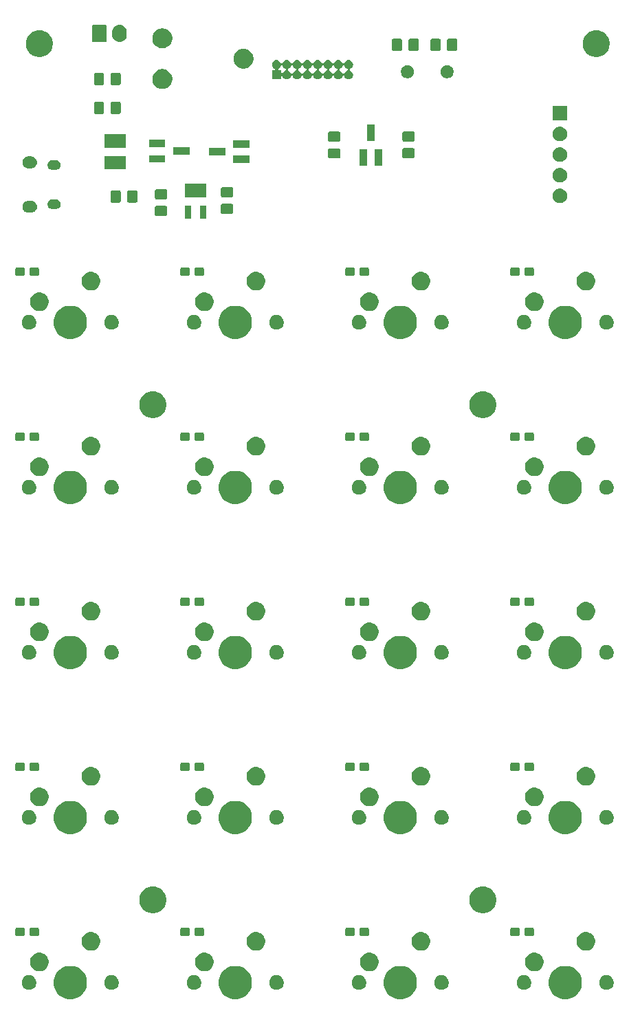
<source format=gbs>
G04 #@! TF.GenerationSoftware,KiCad,Pcbnew,5.1.5*
G04 #@! TF.CreationDate,2020-01-21T16:39:42-05:00*
G04 #@! TF.ProjectId,rpn_mxb,72706e5f-6d78-4622-9e6b-696361645f70,rev?*
G04 #@! TF.SameCoordinates,Original*
G04 #@! TF.FileFunction,Soldermask,Bot*
G04 #@! TF.FilePolarity,Negative*
%FSLAX46Y46*%
G04 Gerber Fmt 4.6, Leading zero omitted, Abs format (unit mm)*
G04 Created by KiCad (PCBNEW 5.1.5) date 2020-01-21 16:39:42*
%MOMM*%
%LPD*%
G04 APERTURE LIST*
%ADD10C,0.100000*%
G04 APERTURE END LIST*
D10*
G36*
X175858254Y-150427818D02*
G01*
X176231511Y-150582426D01*
X176231513Y-150582427D01*
X176567436Y-150806884D01*
X176853116Y-151092564D01*
X177077574Y-151428489D01*
X177232182Y-151801746D01*
X177311000Y-152197993D01*
X177311000Y-152602007D01*
X177232182Y-152998254D01*
X177077574Y-153371511D01*
X177077573Y-153371513D01*
X176853116Y-153707436D01*
X176567436Y-153993116D01*
X176231513Y-154217573D01*
X176231512Y-154217574D01*
X176231511Y-154217574D01*
X175858254Y-154372182D01*
X175462007Y-154451000D01*
X175057993Y-154451000D01*
X174661746Y-154372182D01*
X174288489Y-154217574D01*
X174288488Y-154217574D01*
X174288487Y-154217573D01*
X173952564Y-153993116D01*
X173666884Y-153707436D01*
X173442427Y-153371513D01*
X173442426Y-153371511D01*
X173287818Y-152998254D01*
X173209000Y-152602007D01*
X173209000Y-152197993D01*
X173287818Y-151801746D01*
X173442426Y-151428489D01*
X173666884Y-151092564D01*
X173952564Y-150806884D01*
X174288487Y-150582427D01*
X174288489Y-150582426D01*
X174661746Y-150427818D01*
X175057993Y-150349000D01*
X175462007Y-150349000D01*
X175858254Y-150427818D01*
G37*
G36*
X155538254Y-150427818D02*
G01*
X155911511Y-150582426D01*
X155911513Y-150582427D01*
X156247436Y-150806884D01*
X156533116Y-151092564D01*
X156757574Y-151428489D01*
X156912182Y-151801746D01*
X156991000Y-152197993D01*
X156991000Y-152602007D01*
X156912182Y-152998254D01*
X156757574Y-153371511D01*
X156757573Y-153371513D01*
X156533116Y-153707436D01*
X156247436Y-153993116D01*
X155911513Y-154217573D01*
X155911512Y-154217574D01*
X155911511Y-154217574D01*
X155538254Y-154372182D01*
X155142007Y-154451000D01*
X154737993Y-154451000D01*
X154341746Y-154372182D01*
X153968489Y-154217574D01*
X153968488Y-154217574D01*
X153968487Y-154217573D01*
X153632564Y-153993116D01*
X153346884Y-153707436D01*
X153122427Y-153371513D01*
X153122426Y-153371511D01*
X152967818Y-152998254D01*
X152889000Y-152602007D01*
X152889000Y-152197993D01*
X152967818Y-151801746D01*
X153122426Y-151428489D01*
X153346884Y-151092564D01*
X153632564Y-150806884D01*
X153968487Y-150582427D01*
X153968489Y-150582426D01*
X154341746Y-150427818D01*
X154737993Y-150349000D01*
X155142007Y-150349000D01*
X155538254Y-150427818D01*
G37*
G36*
X135218254Y-150427818D02*
G01*
X135591511Y-150582426D01*
X135591513Y-150582427D01*
X135927436Y-150806884D01*
X136213116Y-151092564D01*
X136437574Y-151428489D01*
X136592182Y-151801746D01*
X136671000Y-152197993D01*
X136671000Y-152602007D01*
X136592182Y-152998254D01*
X136437574Y-153371511D01*
X136437573Y-153371513D01*
X136213116Y-153707436D01*
X135927436Y-153993116D01*
X135591513Y-154217573D01*
X135591512Y-154217574D01*
X135591511Y-154217574D01*
X135218254Y-154372182D01*
X134822007Y-154451000D01*
X134417993Y-154451000D01*
X134021746Y-154372182D01*
X133648489Y-154217574D01*
X133648488Y-154217574D01*
X133648487Y-154217573D01*
X133312564Y-153993116D01*
X133026884Y-153707436D01*
X132802427Y-153371513D01*
X132802426Y-153371511D01*
X132647818Y-152998254D01*
X132569000Y-152602007D01*
X132569000Y-152197993D01*
X132647818Y-151801746D01*
X132802426Y-151428489D01*
X133026884Y-151092564D01*
X133312564Y-150806884D01*
X133648487Y-150582427D01*
X133648489Y-150582426D01*
X134021746Y-150427818D01*
X134417993Y-150349000D01*
X134822007Y-150349000D01*
X135218254Y-150427818D01*
G37*
G36*
X114898254Y-150427818D02*
G01*
X115271511Y-150582426D01*
X115271513Y-150582427D01*
X115607436Y-150806884D01*
X115893116Y-151092564D01*
X116117574Y-151428489D01*
X116272182Y-151801746D01*
X116351000Y-152197993D01*
X116351000Y-152602007D01*
X116272182Y-152998254D01*
X116117574Y-153371511D01*
X116117573Y-153371513D01*
X115893116Y-153707436D01*
X115607436Y-153993116D01*
X115271513Y-154217573D01*
X115271512Y-154217574D01*
X115271511Y-154217574D01*
X114898254Y-154372182D01*
X114502007Y-154451000D01*
X114097993Y-154451000D01*
X113701746Y-154372182D01*
X113328489Y-154217574D01*
X113328488Y-154217574D01*
X113328487Y-154217573D01*
X112992564Y-153993116D01*
X112706884Y-153707436D01*
X112482427Y-153371513D01*
X112482426Y-153371511D01*
X112327818Y-152998254D01*
X112249000Y-152602007D01*
X112249000Y-152197993D01*
X112327818Y-151801746D01*
X112482426Y-151428489D01*
X112706884Y-151092564D01*
X112992564Y-150806884D01*
X113328487Y-150582427D01*
X113328489Y-150582426D01*
X113701746Y-150427818D01*
X114097993Y-150349000D01*
X114502007Y-150349000D01*
X114898254Y-150427818D01*
G37*
G36*
X119493512Y-151503927D02*
G01*
X119642812Y-151533624D01*
X119806784Y-151601544D01*
X119954354Y-151700147D01*
X120079853Y-151825646D01*
X120178456Y-151973216D01*
X120246376Y-152137188D01*
X120281000Y-152311259D01*
X120281000Y-152488741D01*
X120246376Y-152662812D01*
X120178456Y-152826784D01*
X120079853Y-152974354D01*
X119954354Y-153099853D01*
X119806784Y-153198456D01*
X119642812Y-153266376D01*
X119493512Y-153296073D01*
X119468742Y-153301000D01*
X119291258Y-153301000D01*
X119266488Y-153296073D01*
X119117188Y-153266376D01*
X118953216Y-153198456D01*
X118805646Y-153099853D01*
X118680147Y-152974354D01*
X118581544Y-152826784D01*
X118513624Y-152662812D01*
X118479000Y-152488741D01*
X118479000Y-152311259D01*
X118513624Y-152137188D01*
X118581544Y-151973216D01*
X118680147Y-151825646D01*
X118805646Y-151700147D01*
X118953216Y-151601544D01*
X119117188Y-151533624D01*
X119266488Y-151503927D01*
X119291258Y-151499000D01*
X119468742Y-151499000D01*
X119493512Y-151503927D01*
G37*
G36*
X149973512Y-151503927D02*
G01*
X150122812Y-151533624D01*
X150286784Y-151601544D01*
X150434354Y-151700147D01*
X150559853Y-151825646D01*
X150658456Y-151973216D01*
X150726376Y-152137188D01*
X150761000Y-152311259D01*
X150761000Y-152488741D01*
X150726376Y-152662812D01*
X150658456Y-152826784D01*
X150559853Y-152974354D01*
X150434354Y-153099853D01*
X150286784Y-153198456D01*
X150122812Y-153266376D01*
X149973512Y-153296073D01*
X149948742Y-153301000D01*
X149771258Y-153301000D01*
X149746488Y-153296073D01*
X149597188Y-153266376D01*
X149433216Y-153198456D01*
X149285646Y-153099853D01*
X149160147Y-152974354D01*
X149061544Y-152826784D01*
X148993624Y-152662812D01*
X148959000Y-152488741D01*
X148959000Y-152311259D01*
X148993624Y-152137188D01*
X149061544Y-151973216D01*
X149160147Y-151825646D01*
X149285646Y-151700147D01*
X149433216Y-151601544D01*
X149597188Y-151533624D01*
X149746488Y-151503927D01*
X149771258Y-151499000D01*
X149948742Y-151499000D01*
X149973512Y-151503927D01*
G37*
G36*
X160133512Y-151503927D02*
G01*
X160282812Y-151533624D01*
X160446784Y-151601544D01*
X160594354Y-151700147D01*
X160719853Y-151825646D01*
X160818456Y-151973216D01*
X160886376Y-152137188D01*
X160921000Y-152311259D01*
X160921000Y-152488741D01*
X160886376Y-152662812D01*
X160818456Y-152826784D01*
X160719853Y-152974354D01*
X160594354Y-153099853D01*
X160446784Y-153198456D01*
X160282812Y-153266376D01*
X160133512Y-153296073D01*
X160108742Y-153301000D01*
X159931258Y-153301000D01*
X159906488Y-153296073D01*
X159757188Y-153266376D01*
X159593216Y-153198456D01*
X159445646Y-153099853D01*
X159320147Y-152974354D01*
X159221544Y-152826784D01*
X159153624Y-152662812D01*
X159119000Y-152488741D01*
X159119000Y-152311259D01*
X159153624Y-152137188D01*
X159221544Y-151973216D01*
X159320147Y-151825646D01*
X159445646Y-151700147D01*
X159593216Y-151601544D01*
X159757188Y-151533624D01*
X159906488Y-151503927D01*
X159931258Y-151499000D01*
X160108742Y-151499000D01*
X160133512Y-151503927D01*
G37*
G36*
X180453512Y-151503927D02*
G01*
X180602812Y-151533624D01*
X180766784Y-151601544D01*
X180914354Y-151700147D01*
X181039853Y-151825646D01*
X181138456Y-151973216D01*
X181206376Y-152137188D01*
X181241000Y-152311259D01*
X181241000Y-152488741D01*
X181206376Y-152662812D01*
X181138456Y-152826784D01*
X181039853Y-152974354D01*
X180914354Y-153099853D01*
X180766784Y-153198456D01*
X180602812Y-153266376D01*
X180453512Y-153296073D01*
X180428742Y-153301000D01*
X180251258Y-153301000D01*
X180226488Y-153296073D01*
X180077188Y-153266376D01*
X179913216Y-153198456D01*
X179765646Y-153099853D01*
X179640147Y-152974354D01*
X179541544Y-152826784D01*
X179473624Y-152662812D01*
X179439000Y-152488741D01*
X179439000Y-152311259D01*
X179473624Y-152137188D01*
X179541544Y-151973216D01*
X179640147Y-151825646D01*
X179765646Y-151700147D01*
X179913216Y-151601544D01*
X180077188Y-151533624D01*
X180226488Y-151503927D01*
X180251258Y-151499000D01*
X180428742Y-151499000D01*
X180453512Y-151503927D01*
G37*
G36*
X170293512Y-151503927D02*
G01*
X170442812Y-151533624D01*
X170606784Y-151601544D01*
X170754354Y-151700147D01*
X170879853Y-151825646D01*
X170978456Y-151973216D01*
X171046376Y-152137188D01*
X171081000Y-152311259D01*
X171081000Y-152488741D01*
X171046376Y-152662812D01*
X170978456Y-152826784D01*
X170879853Y-152974354D01*
X170754354Y-153099853D01*
X170606784Y-153198456D01*
X170442812Y-153266376D01*
X170293512Y-153296073D01*
X170268742Y-153301000D01*
X170091258Y-153301000D01*
X170066488Y-153296073D01*
X169917188Y-153266376D01*
X169753216Y-153198456D01*
X169605646Y-153099853D01*
X169480147Y-152974354D01*
X169381544Y-152826784D01*
X169313624Y-152662812D01*
X169279000Y-152488741D01*
X169279000Y-152311259D01*
X169313624Y-152137188D01*
X169381544Y-151973216D01*
X169480147Y-151825646D01*
X169605646Y-151700147D01*
X169753216Y-151601544D01*
X169917188Y-151533624D01*
X170066488Y-151503927D01*
X170091258Y-151499000D01*
X170268742Y-151499000D01*
X170293512Y-151503927D01*
G37*
G36*
X139813512Y-151503927D02*
G01*
X139962812Y-151533624D01*
X140126784Y-151601544D01*
X140274354Y-151700147D01*
X140399853Y-151825646D01*
X140498456Y-151973216D01*
X140566376Y-152137188D01*
X140601000Y-152311259D01*
X140601000Y-152488741D01*
X140566376Y-152662812D01*
X140498456Y-152826784D01*
X140399853Y-152974354D01*
X140274354Y-153099853D01*
X140126784Y-153198456D01*
X139962812Y-153266376D01*
X139813512Y-153296073D01*
X139788742Y-153301000D01*
X139611258Y-153301000D01*
X139586488Y-153296073D01*
X139437188Y-153266376D01*
X139273216Y-153198456D01*
X139125646Y-153099853D01*
X139000147Y-152974354D01*
X138901544Y-152826784D01*
X138833624Y-152662812D01*
X138799000Y-152488741D01*
X138799000Y-152311259D01*
X138833624Y-152137188D01*
X138901544Y-151973216D01*
X139000147Y-151825646D01*
X139125646Y-151700147D01*
X139273216Y-151601544D01*
X139437188Y-151533624D01*
X139586488Y-151503927D01*
X139611258Y-151499000D01*
X139788742Y-151499000D01*
X139813512Y-151503927D01*
G37*
G36*
X129653512Y-151503927D02*
G01*
X129802812Y-151533624D01*
X129966784Y-151601544D01*
X130114354Y-151700147D01*
X130239853Y-151825646D01*
X130338456Y-151973216D01*
X130406376Y-152137188D01*
X130441000Y-152311259D01*
X130441000Y-152488741D01*
X130406376Y-152662812D01*
X130338456Y-152826784D01*
X130239853Y-152974354D01*
X130114354Y-153099853D01*
X129966784Y-153198456D01*
X129802812Y-153266376D01*
X129653512Y-153296073D01*
X129628742Y-153301000D01*
X129451258Y-153301000D01*
X129426488Y-153296073D01*
X129277188Y-153266376D01*
X129113216Y-153198456D01*
X128965646Y-153099853D01*
X128840147Y-152974354D01*
X128741544Y-152826784D01*
X128673624Y-152662812D01*
X128639000Y-152488741D01*
X128639000Y-152311259D01*
X128673624Y-152137188D01*
X128741544Y-151973216D01*
X128840147Y-151825646D01*
X128965646Y-151700147D01*
X129113216Y-151601544D01*
X129277188Y-151533624D01*
X129426488Y-151503927D01*
X129451258Y-151499000D01*
X129628742Y-151499000D01*
X129653512Y-151503927D01*
G37*
G36*
X109333512Y-151503927D02*
G01*
X109482812Y-151533624D01*
X109646784Y-151601544D01*
X109794354Y-151700147D01*
X109919853Y-151825646D01*
X110018456Y-151973216D01*
X110086376Y-152137188D01*
X110121000Y-152311259D01*
X110121000Y-152488741D01*
X110086376Y-152662812D01*
X110018456Y-152826784D01*
X109919853Y-152974354D01*
X109794354Y-153099853D01*
X109646784Y-153198456D01*
X109482812Y-153266376D01*
X109333512Y-153296073D01*
X109308742Y-153301000D01*
X109131258Y-153301000D01*
X109106488Y-153296073D01*
X108957188Y-153266376D01*
X108793216Y-153198456D01*
X108645646Y-153099853D01*
X108520147Y-152974354D01*
X108421544Y-152826784D01*
X108353624Y-152662812D01*
X108319000Y-152488741D01*
X108319000Y-152311259D01*
X108353624Y-152137188D01*
X108421544Y-151973216D01*
X108520147Y-151825646D01*
X108645646Y-151700147D01*
X108793216Y-151601544D01*
X108957188Y-151533624D01*
X109106488Y-151503927D01*
X109131258Y-151499000D01*
X109308742Y-151499000D01*
X109333512Y-151503927D01*
G37*
G36*
X171674549Y-148731116D02*
G01*
X171785734Y-148753232D01*
X171995203Y-148839997D01*
X172183720Y-148965960D01*
X172344040Y-149126280D01*
X172470003Y-149314797D01*
X172556768Y-149524266D01*
X172601000Y-149746636D01*
X172601000Y-149973364D01*
X172556768Y-150195734D01*
X172470003Y-150405203D01*
X172344040Y-150593720D01*
X172183720Y-150754040D01*
X171995203Y-150880003D01*
X171785734Y-150966768D01*
X171674549Y-150988884D01*
X171563365Y-151011000D01*
X171336635Y-151011000D01*
X171225451Y-150988884D01*
X171114266Y-150966768D01*
X170904797Y-150880003D01*
X170716280Y-150754040D01*
X170555960Y-150593720D01*
X170429997Y-150405203D01*
X170343232Y-150195734D01*
X170299000Y-149973364D01*
X170299000Y-149746636D01*
X170343232Y-149524266D01*
X170429997Y-149314797D01*
X170555960Y-149126280D01*
X170716280Y-148965960D01*
X170904797Y-148839997D01*
X171114266Y-148753232D01*
X171225451Y-148731116D01*
X171336635Y-148709000D01*
X171563365Y-148709000D01*
X171674549Y-148731116D01*
G37*
G36*
X110714549Y-148731116D02*
G01*
X110825734Y-148753232D01*
X111035203Y-148839997D01*
X111223720Y-148965960D01*
X111384040Y-149126280D01*
X111510003Y-149314797D01*
X111596768Y-149524266D01*
X111641000Y-149746636D01*
X111641000Y-149973364D01*
X111596768Y-150195734D01*
X111510003Y-150405203D01*
X111384040Y-150593720D01*
X111223720Y-150754040D01*
X111035203Y-150880003D01*
X110825734Y-150966768D01*
X110714549Y-150988884D01*
X110603365Y-151011000D01*
X110376635Y-151011000D01*
X110265451Y-150988884D01*
X110154266Y-150966768D01*
X109944797Y-150880003D01*
X109756280Y-150754040D01*
X109595960Y-150593720D01*
X109469997Y-150405203D01*
X109383232Y-150195734D01*
X109339000Y-149973364D01*
X109339000Y-149746636D01*
X109383232Y-149524266D01*
X109469997Y-149314797D01*
X109595960Y-149126280D01*
X109756280Y-148965960D01*
X109944797Y-148839997D01*
X110154266Y-148753232D01*
X110265451Y-148731116D01*
X110376635Y-148709000D01*
X110603365Y-148709000D01*
X110714549Y-148731116D01*
G37*
G36*
X131034549Y-148731116D02*
G01*
X131145734Y-148753232D01*
X131355203Y-148839997D01*
X131543720Y-148965960D01*
X131704040Y-149126280D01*
X131830003Y-149314797D01*
X131916768Y-149524266D01*
X131961000Y-149746636D01*
X131961000Y-149973364D01*
X131916768Y-150195734D01*
X131830003Y-150405203D01*
X131704040Y-150593720D01*
X131543720Y-150754040D01*
X131355203Y-150880003D01*
X131145734Y-150966768D01*
X131034549Y-150988884D01*
X130923365Y-151011000D01*
X130696635Y-151011000D01*
X130585451Y-150988884D01*
X130474266Y-150966768D01*
X130264797Y-150880003D01*
X130076280Y-150754040D01*
X129915960Y-150593720D01*
X129789997Y-150405203D01*
X129703232Y-150195734D01*
X129659000Y-149973364D01*
X129659000Y-149746636D01*
X129703232Y-149524266D01*
X129789997Y-149314797D01*
X129915960Y-149126280D01*
X130076280Y-148965960D01*
X130264797Y-148839997D01*
X130474266Y-148753232D01*
X130585451Y-148731116D01*
X130696635Y-148709000D01*
X130923365Y-148709000D01*
X131034549Y-148731116D01*
G37*
G36*
X151354549Y-148731116D02*
G01*
X151465734Y-148753232D01*
X151675203Y-148839997D01*
X151863720Y-148965960D01*
X152024040Y-149126280D01*
X152150003Y-149314797D01*
X152236768Y-149524266D01*
X152281000Y-149746636D01*
X152281000Y-149973364D01*
X152236768Y-150195734D01*
X152150003Y-150405203D01*
X152024040Y-150593720D01*
X151863720Y-150754040D01*
X151675203Y-150880003D01*
X151465734Y-150966768D01*
X151354549Y-150988884D01*
X151243365Y-151011000D01*
X151016635Y-151011000D01*
X150905451Y-150988884D01*
X150794266Y-150966768D01*
X150584797Y-150880003D01*
X150396280Y-150754040D01*
X150235960Y-150593720D01*
X150109997Y-150405203D01*
X150023232Y-150195734D01*
X149979000Y-149973364D01*
X149979000Y-149746636D01*
X150023232Y-149524266D01*
X150109997Y-149314797D01*
X150235960Y-149126280D01*
X150396280Y-148965960D01*
X150584797Y-148839997D01*
X150794266Y-148753232D01*
X150905451Y-148731116D01*
X151016635Y-148709000D01*
X151243365Y-148709000D01*
X151354549Y-148731116D01*
G37*
G36*
X157704549Y-146191116D02*
G01*
X157815734Y-146213232D01*
X158025203Y-146299997D01*
X158213720Y-146425960D01*
X158374040Y-146586280D01*
X158500003Y-146774797D01*
X158586768Y-146984266D01*
X158631000Y-147206636D01*
X158631000Y-147433364D01*
X158586768Y-147655734D01*
X158500003Y-147865203D01*
X158374040Y-148053720D01*
X158213720Y-148214040D01*
X158025203Y-148340003D01*
X157815734Y-148426768D01*
X157704549Y-148448884D01*
X157593365Y-148471000D01*
X157366635Y-148471000D01*
X157255451Y-148448884D01*
X157144266Y-148426768D01*
X156934797Y-148340003D01*
X156746280Y-148214040D01*
X156585960Y-148053720D01*
X156459997Y-147865203D01*
X156373232Y-147655734D01*
X156329000Y-147433364D01*
X156329000Y-147206636D01*
X156373232Y-146984266D01*
X156459997Y-146774797D01*
X156585960Y-146586280D01*
X156746280Y-146425960D01*
X156934797Y-146299997D01*
X157144266Y-146213232D01*
X157255451Y-146191116D01*
X157366635Y-146169000D01*
X157593365Y-146169000D01*
X157704549Y-146191116D01*
G37*
G36*
X178024549Y-146191116D02*
G01*
X178135734Y-146213232D01*
X178345203Y-146299997D01*
X178533720Y-146425960D01*
X178694040Y-146586280D01*
X178820003Y-146774797D01*
X178906768Y-146984266D01*
X178951000Y-147206636D01*
X178951000Y-147433364D01*
X178906768Y-147655734D01*
X178820003Y-147865203D01*
X178694040Y-148053720D01*
X178533720Y-148214040D01*
X178345203Y-148340003D01*
X178135734Y-148426768D01*
X178024549Y-148448884D01*
X177913365Y-148471000D01*
X177686635Y-148471000D01*
X177575451Y-148448884D01*
X177464266Y-148426768D01*
X177254797Y-148340003D01*
X177066280Y-148214040D01*
X176905960Y-148053720D01*
X176779997Y-147865203D01*
X176693232Y-147655734D01*
X176649000Y-147433364D01*
X176649000Y-147206636D01*
X176693232Y-146984266D01*
X176779997Y-146774797D01*
X176905960Y-146586280D01*
X177066280Y-146425960D01*
X177254797Y-146299997D01*
X177464266Y-146213232D01*
X177575451Y-146191116D01*
X177686635Y-146169000D01*
X177913365Y-146169000D01*
X178024549Y-146191116D01*
G37*
G36*
X137384549Y-146191116D02*
G01*
X137495734Y-146213232D01*
X137705203Y-146299997D01*
X137893720Y-146425960D01*
X138054040Y-146586280D01*
X138180003Y-146774797D01*
X138266768Y-146984266D01*
X138311000Y-147206636D01*
X138311000Y-147433364D01*
X138266768Y-147655734D01*
X138180003Y-147865203D01*
X138054040Y-148053720D01*
X137893720Y-148214040D01*
X137705203Y-148340003D01*
X137495734Y-148426768D01*
X137384549Y-148448884D01*
X137273365Y-148471000D01*
X137046635Y-148471000D01*
X136935451Y-148448884D01*
X136824266Y-148426768D01*
X136614797Y-148340003D01*
X136426280Y-148214040D01*
X136265960Y-148053720D01*
X136139997Y-147865203D01*
X136053232Y-147655734D01*
X136009000Y-147433364D01*
X136009000Y-147206636D01*
X136053232Y-146984266D01*
X136139997Y-146774797D01*
X136265960Y-146586280D01*
X136426280Y-146425960D01*
X136614797Y-146299997D01*
X136824266Y-146213232D01*
X136935451Y-146191116D01*
X137046635Y-146169000D01*
X137273365Y-146169000D01*
X137384549Y-146191116D01*
G37*
G36*
X117064549Y-146191116D02*
G01*
X117175734Y-146213232D01*
X117385203Y-146299997D01*
X117573720Y-146425960D01*
X117734040Y-146586280D01*
X117860003Y-146774797D01*
X117946768Y-146984266D01*
X117991000Y-147206636D01*
X117991000Y-147433364D01*
X117946768Y-147655734D01*
X117860003Y-147865203D01*
X117734040Y-148053720D01*
X117573720Y-148214040D01*
X117385203Y-148340003D01*
X117175734Y-148426768D01*
X117064549Y-148448884D01*
X116953365Y-148471000D01*
X116726635Y-148471000D01*
X116615451Y-148448884D01*
X116504266Y-148426768D01*
X116294797Y-148340003D01*
X116106280Y-148214040D01*
X115945960Y-148053720D01*
X115819997Y-147865203D01*
X115733232Y-147655734D01*
X115689000Y-147433364D01*
X115689000Y-147206636D01*
X115733232Y-146984266D01*
X115819997Y-146774797D01*
X115945960Y-146586280D01*
X116106280Y-146425960D01*
X116294797Y-146299997D01*
X116504266Y-146213232D01*
X116615451Y-146191116D01*
X116726635Y-146169000D01*
X116953365Y-146169000D01*
X117064549Y-146191116D01*
G37*
G36*
X171240899Y-145630045D02*
G01*
X171278395Y-145641420D01*
X171312954Y-145659892D01*
X171343247Y-145684753D01*
X171368108Y-145715046D01*
X171386580Y-145749605D01*
X171397955Y-145787101D01*
X171402400Y-145832238D01*
X171402400Y-146470962D01*
X171397955Y-146516099D01*
X171386580Y-146553595D01*
X171368108Y-146588154D01*
X171343247Y-146618447D01*
X171312954Y-146643308D01*
X171278395Y-146661780D01*
X171240899Y-146673155D01*
X171195762Y-146677600D01*
X170457038Y-146677600D01*
X170411901Y-146673155D01*
X170374405Y-146661780D01*
X170339846Y-146643308D01*
X170309553Y-146618447D01*
X170284692Y-146588154D01*
X170266220Y-146553595D01*
X170254845Y-146516099D01*
X170250400Y-146470962D01*
X170250400Y-145832238D01*
X170254845Y-145787101D01*
X170266220Y-145749605D01*
X170284692Y-145715046D01*
X170309553Y-145684753D01*
X170339846Y-145659892D01*
X170374405Y-145641420D01*
X170411901Y-145630045D01*
X170457038Y-145625600D01*
X171195762Y-145625600D01*
X171240899Y-145630045D01*
G37*
G36*
X169490899Y-145630045D02*
G01*
X169528395Y-145641420D01*
X169562954Y-145659892D01*
X169593247Y-145684753D01*
X169618108Y-145715046D01*
X169636580Y-145749605D01*
X169647955Y-145787101D01*
X169652400Y-145832238D01*
X169652400Y-146470962D01*
X169647955Y-146516099D01*
X169636580Y-146553595D01*
X169618108Y-146588154D01*
X169593247Y-146618447D01*
X169562954Y-146643308D01*
X169528395Y-146661780D01*
X169490899Y-146673155D01*
X169445762Y-146677600D01*
X168707038Y-146677600D01*
X168661901Y-146673155D01*
X168624405Y-146661780D01*
X168589846Y-146643308D01*
X168559553Y-146618447D01*
X168534692Y-146588154D01*
X168516220Y-146553595D01*
X168504845Y-146516099D01*
X168500400Y-146470962D01*
X168500400Y-145832238D01*
X168504845Y-145787101D01*
X168516220Y-145749605D01*
X168534692Y-145715046D01*
X168559553Y-145684753D01*
X168589846Y-145659892D01*
X168624405Y-145641420D01*
X168661901Y-145630045D01*
X168707038Y-145625600D01*
X169445762Y-145625600D01*
X169490899Y-145630045D01*
G37*
G36*
X108530899Y-145630045D02*
G01*
X108568395Y-145641420D01*
X108602954Y-145659892D01*
X108633247Y-145684753D01*
X108658108Y-145715046D01*
X108676580Y-145749605D01*
X108687955Y-145787101D01*
X108692400Y-145832238D01*
X108692400Y-146470962D01*
X108687955Y-146516099D01*
X108676580Y-146553595D01*
X108658108Y-146588154D01*
X108633247Y-146618447D01*
X108602954Y-146643308D01*
X108568395Y-146661780D01*
X108530899Y-146673155D01*
X108485762Y-146677600D01*
X107747038Y-146677600D01*
X107701901Y-146673155D01*
X107664405Y-146661780D01*
X107629846Y-146643308D01*
X107599553Y-146618447D01*
X107574692Y-146588154D01*
X107556220Y-146553595D01*
X107544845Y-146516099D01*
X107540400Y-146470962D01*
X107540400Y-145832238D01*
X107544845Y-145787101D01*
X107556220Y-145749605D01*
X107574692Y-145715046D01*
X107599553Y-145684753D01*
X107629846Y-145659892D01*
X107664405Y-145641420D01*
X107701901Y-145630045D01*
X107747038Y-145625600D01*
X108485762Y-145625600D01*
X108530899Y-145630045D01*
G37*
G36*
X110280899Y-145630045D02*
G01*
X110318395Y-145641420D01*
X110352954Y-145659892D01*
X110383247Y-145684753D01*
X110408108Y-145715046D01*
X110426580Y-145749605D01*
X110437955Y-145787101D01*
X110442400Y-145832238D01*
X110442400Y-146470962D01*
X110437955Y-146516099D01*
X110426580Y-146553595D01*
X110408108Y-146588154D01*
X110383247Y-146618447D01*
X110352954Y-146643308D01*
X110318395Y-146661780D01*
X110280899Y-146673155D01*
X110235762Y-146677600D01*
X109497038Y-146677600D01*
X109451901Y-146673155D01*
X109414405Y-146661780D01*
X109379846Y-146643308D01*
X109349553Y-146618447D01*
X109324692Y-146588154D01*
X109306220Y-146553595D01*
X109294845Y-146516099D01*
X109290400Y-146470962D01*
X109290400Y-145832238D01*
X109294845Y-145787101D01*
X109306220Y-145749605D01*
X109324692Y-145715046D01*
X109349553Y-145684753D01*
X109379846Y-145659892D01*
X109414405Y-145641420D01*
X109451901Y-145630045D01*
X109497038Y-145625600D01*
X110235762Y-145625600D01*
X110280899Y-145630045D01*
G37*
G36*
X149170899Y-145630045D02*
G01*
X149208395Y-145641420D01*
X149242954Y-145659892D01*
X149273247Y-145684753D01*
X149298108Y-145715046D01*
X149316580Y-145749605D01*
X149327955Y-145787101D01*
X149332400Y-145832238D01*
X149332400Y-146470962D01*
X149327955Y-146516099D01*
X149316580Y-146553595D01*
X149298108Y-146588154D01*
X149273247Y-146618447D01*
X149242954Y-146643308D01*
X149208395Y-146661780D01*
X149170899Y-146673155D01*
X149125762Y-146677600D01*
X148387038Y-146677600D01*
X148341901Y-146673155D01*
X148304405Y-146661780D01*
X148269846Y-146643308D01*
X148239553Y-146618447D01*
X148214692Y-146588154D01*
X148196220Y-146553595D01*
X148184845Y-146516099D01*
X148180400Y-146470962D01*
X148180400Y-145832238D01*
X148184845Y-145787101D01*
X148196220Y-145749605D01*
X148214692Y-145715046D01*
X148239553Y-145684753D01*
X148269846Y-145659892D01*
X148304405Y-145641420D01*
X148341901Y-145630045D01*
X148387038Y-145625600D01*
X149125762Y-145625600D01*
X149170899Y-145630045D01*
G37*
G36*
X128850899Y-145630045D02*
G01*
X128888395Y-145641420D01*
X128922954Y-145659892D01*
X128953247Y-145684753D01*
X128978108Y-145715046D01*
X128996580Y-145749605D01*
X129007955Y-145787101D01*
X129012400Y-145832238D01*
X129012400Y-146470962D01*
X129007955Y-146516099D01*
X128996580Y-146553595D01*
X128978108Y-146588154D01*
X128953247Y-146618447D01*
X128922954Y-146643308D01*
X128888395Y-146661780D01*
X128850899Y-146673155D01*
X128805762Y-146677600D01*
X128067038Y-146677600D01*
X128021901Y-146673155D01*
X127984405Y-146661780D01*
X127949846Y-146643308D01*
X127919553Y-146618447D01*
X127894692Y-146588154D01*
X127876220Y-146553595D01*
X127864845Y-146516099D01*
X127860400Y-146470962D01*
X127860400Y-145832238D01*
X127864845Y-145787101D01*
X127876220Y-145749605D01*
X127894692Y-145715046D01*
X127919553Y-145684753D01*
X127949846Y-145659892D01*
X127984405Y-145641420D01*
X128021901Y-145630045D01*
X128067038Y-145625600D01*
X128805762Y-145625600D01*
X128850899Y-145630045D01*
G37*
G36*
X150920899Y-145630045D02*
G01*
X150958395Y-145641420D01*
X150992954Y-145659892D01*
X151023247Y-145684753D01*
X151048108Y-145715046D01*
X151066580Y-145749605D01*
X151077955Y-145787101D01*
X151082400Y-145832238D01*
X151082400Y-146470962D01*
X151077955Y-146516099D01*
X151066580Y-146553595D01*
X151048108Y-146588154D01*
X151023247Y-146618447D01*
X150992954Y-146643308D01*
X150958395Y-146661780D01*
X150920899Y-146673155D01*
X150875762Y-146677600D01*
X150137038Y-146677600D01*
X150091901Y-146673155D01*
X150054405Y-146661780D01*
X150019846Y-146643308D01*
X149989553Y-146618447D01*
X149964692Y-146588154D01*
X149946220Y-146553595D01*
X149934845Y-146516099D01*
X149930400Y-146470962D01*
X149930400Y-145832238D01*
X149934845Y-145787101D01*
X149946220Y-145749605D01*
X149964692Y-145715046D01*
X149989553Y-145684753D01*
X150019846Y-145659892D01*
X150054405Y-145641420D01*
X150091901Y-145630045D01*
X150137038Y-145625600D01*
X150875762Y-145625600D01*
X150920899Y-145630045D01*
G37*
G36*
X130600899Y-145630045D02*
G01*
X130638395Y-145641420D01*
X130672954Y-145659892D01*
X130703247Y-145684753D01*
X130728108Y-145715046D01*
X130746580Y-145749605D01*
X130757955Y-145787101D01*
X130762400Y-145832238D01*
X130762400Y-146470962D01*
X130757955Y-146516099D01*
X130746580Y-146553595D01*
X130728108Y-146588154D01*
X130703247Y-146618447D01*
X130672954Y-146643308D01*
X130638395Y-146661780D01*
X130600899Y-146673155D01*
X130555762Y-146677600D01*
X129817038Y-146677600D01*
X129771901Y-146673155D01*
X129734405Y-146661780D01*
X129699846Y-146643308D01*
X129669553Y-146618447D01*
X129644692Y-146588154D01*
X129626220Y-146553595D01*
X129614845Y-146516099D01*
X129610400Y-146470962D01*
X129610400Y-145832238D01*
X129614845Y-145787101D01*
X129626220Y-145749605D01*
X129644692Y-145715046D01*
X129669553Y-145684753D01*
X129699846Y-145659892D01*
X129734405Y-145641420D01*
X129771901Y-145630045D01*
X129817038Y-145625600D01*
X130555762Y-145625600D01*
X130600899Y-145630045D01*
G37*
G36*
X124835256Y-140605898D02*
G01*
X124941579Y-140627047D01*
X125242042Y-140751503D01*
X125512451Y-140932185D01*
X125742415Y-141162149D01*
X125923097Y-141432558D01*
X126047553Y-141733021D01*
X126111000Y-142051991D01*
X126111000Y-142377209D01*
X126047553Y-142696179D01*
X125923097Y-142996642D01*
X125742415Y-143267051D01*
X125512451Y-143497015D01*
X125242042Y-143677697D01*
X124941579Y-143802153D01*
X124835256Y-143823302D01*
X124622611Y-143865600D01*
X124297389Y-143865600D01*
X124084744Y-143823302D01*
X123978421Y-143802153D01*
X123677958Y-143677697D01*
X123407549Y-143497015D01*
X123177585Y-143267051D01*
X122996903Y-142996642D01*
X122872447Y-142696179D01*
X122809000Y-142377209D01*
X122809000Y-142051991D01*
X122872447Y-141733021D01*
X122996903Y-141432558D01*
X123177585Y-141162149D01*
X123407549Y-140932185D01*
X123677958Y-140751503D01*
X123978421Y-140627047D01*
X124084744Y-140605898D01*
X124297389Y-140563600D01*
X124622611Y-140563600D01*
X124835256Y-140605898D01*
G37*
G36*
X165475256Y-140605898D02*
G01*
X165581579Y-140627047D01*
X165882042Y-140751503D01*
X166152451Y-140932185D01*
X166382415Y-141162149D01*
X166563097Y-141432558D01*
X166687553Y-141733021D01*
X166751000Y-142051991D01*
X166751000Y-142377209D01*
X166687553Y-142696179D01*
X166563097Y-142996642D01*
X166382415Y-143267051D01*
X166152451Y-143497015D01*
X165882042Y-143677697D01*
X165581579Y-143802153D01*
X165475256Y-143823302D01*
X165262611Y-143865600D01*
X164937389Y-143865600D01*
X164724744Y-143823302D01*
X164618421Y-143802153D01*
X164317958Y-143677697D01*
X164047549Y-143497015D01*
X163817585Y-143267051D01*
X163636903Y-142996642D01*
X163512447Y-142696179D01*
X163449000Y-142377209D01*
X163449000Y-142051991D01*
X163512447Y-141733021D01*
X163636903Y-141432558D01*
X163817585Y-141162149D01*
X164047549Y-140932185D01*
X164317958Y-140751503D01*
X164618421Y-140627047D01*
X164724744Y-140605898D01*
X164937389Y-140563600D01*
X165262611Y-140563600D01*
X165475256Y-140605898D01*
G37*
G36*
X155538254Y-130107818D02*
G01*
X155911511Y-130262426D01*
X155911513Y-130262427D01*
X156247436Y-130486884D01*
X156533116Y-130772564D01*
X156757574Y-131108489D01*
X156912182Y-131481746D01*
X156991000Y-131877993D01*
X156991000Y-132282007D01*
X156912182Y-132678254D01*
X156757574Y-133051511D01*
X156757573Y-133051513D01*
X156533116Y-133387436D01*
X156247436Y-133673116D01*
X155911513Y-133897573D01*
X155911512Y-133897574D01*
X155911511Y-133897574D01*
X155538254Y-134052182D01*
X155142007Y-134131000D01*
X154737993Y-134131000D01*
X154341746Y-134052182D01*
X153968489Y-133897574D01*
X153968488Y-133897574D01*
X153968487Y-133897573D01*
X153632564Y-133673116D01*
X153346884Y-133387436D01*
X153122427Y-133051513D01*
X153122426Y-133051511D01*
X152967818Y-132678254D01*
X152889000Y-132282007D01*
X152889000Y-131877993D01*
X152967818Y-131481746D01*
X153122426Y-131108489D01*
X153346884Y-130772564D01*
X153632564Y-130486884D01*
X153968487Y-130262427D01*
X153968489Y-130262426D01*
X154341746Y-130107818D01*
X154737993Y-130029000D01*
X155142007Y-130029000D01*
X155538254Y-130107818D01*
G37*
G36*
X175858254Y-130107818D02*
G01*
X176231511Y-130262426D01*
X176231513Y-130262427D01*
X176567436Y-130486884D01*
X176853116Y-130772564D01*
X177077574Y-131108489D01*
X177232182Y-131481746D01*
X177311000Y-131877993D01*
X177311000Y-132282007D01*
X177232182Y-132678254D01*
X177077574Y-133051511D01*
X177077573Y-133051513D01*
X176853116Y-133387436D01*
X176567436Y-133673116D01*
X176231513Y-133897573D01*
X176231512Y-133897574D01*
X176231511Y-133897574D01*
X175858254Y-134052182D01*
X175462007Y-134131000D01*
X175057993Y-134131000D01*
X174661746Y-134052182D01*
X174288489Y-133897574D01*
X174288488Y-133897574D01*
X174288487Y-133897573D01*
X173952564Y-133673116D01*
X173666884Y-133387436D01*
X173442427Y-133051513D01*
X173442426Y-133051511D01*
X173287818Y-132678254D01*
X173209000Y-132282007D01*
X173209000Y-131877993D01*
X173287818Y-131481746D01*
X173442426Y-131108489D01*
X173666884Y-130772564D01*
X173952564Y-130486884D01*
X174288487Y-130262427D01*
X174288489Y-130262426D01*
X174661746Y-130107818D01*
X175057993Y-130029000D01*
X175462007Y-130029000D01*
X175858254Y-130107818D01*
G37*
G36*
X135218254Y-130107818D02*
G01*
X135591511Y-130262426D01*
X135591513Y-130262427D01*
X135927436Y-130486884D01*
X136213116Y-130772564D01*
X136437574Y-131108489D01*
X136592182Y-131481746D01*
X136671000Y-131877993D01*
X136671000Y-132282007D01*
X136592182Y-132678254D01*
X136437574Y-133051511D01*
X136437573Y-133051513D01*
X136213116Y-133387436D01*
X135927436Y-133673116D01*
X135591513Y-133897573D01*
X135591512Y-133897574D01*
X135591511Y-133897574D01*
X135218254Y-134052182D01*
X134822007Y-134131000D01*
X134417993Y-134131000D01*
X134021746Y-134052182D01*
X133648489Y-133897574D01*
X133648488Y-133897574D01*
X133648487Y-133897573D01*
X133312564Y-133673116D01*
X133026884Y-133387436D01*
X132802427Y-133051513D01*
X132802426Y-133051511D01*
X132647818Y-132678254D01*
X132569000Y-132282007D01*
X132569000Y-131877993D01*
X132647818Y-131481746D01*
X132802426Y-131108489D01*
X133026884Y-130772564D01*
X133312564Y-130486884D01*
X133648487Y-130262427D01*
X133648489Y-130262426D01*
X134021746Y-130107818D01*
X134417993Y-130029000D01*
X134822007Y-130029000D01*
X135218254Y-130107818D01*
G37*
G36*
X114898254Y-130107818D02*
G01*
X115271511Y-130262426D01*
X115271513Y-130262427D01*
X115607436Y-130486884D01*
X115893116Y-130772564D01*
X116117574Y-131108489D01*
X116272182Y-131481746D01*
X116351000Y-131877993D01*
X116351000Y-132282007D01*
X116272182Y-132678254D01*
X116117574Y-133051511D01*
X116117573Y-133051513D01*
X115893116Y-133387436D01*
X115607436Y-133673116D01*
X115271513Y-133897573D01*
X115271512Y-133897574D01*
X115271511Y-133897574D01*
X114898254Y-134052182D01*
X114502007Y-134131000D01*
X114097993Y-134131000D01*
X113701746Y-134052182D01*
X113328489Y-133897574D01*
X113328488Y-133897574D01*
X113328487Y-133897573D01*
X112992564Y-133673116D01*
X112706884Y-133387436D01*
X112482427Y-133051513D01*
X112482426Y-133051511D01*
X112327818Y-132678254D01*
X112249000Y-132282007D01*
X112249000Y-131877993D01*
X112327818Y-131481746D01*
X112482426Y-131108489D01*
X112706884Y-130772564D01*
X112992564Y-130486884D01*
X113328487Y-130262427D01*
X113328489Y-130262426D01*
X113701746Y-130107818D01*
X114097993Y-130029000D01*
X114502007Y-130029000D01*
X114898254Y-130107818D01*
G37*
G36*
X149973512Y-131183927D02*
G01*
X150122812Y-131213624D01*
X150286784Y-131281544D01*
X150434354Y-131380147D01*
X150559853Y-131505646D01*
X150658456Y-131653216D01*
X150726376Y-131817188D01*
X150761000Y-131991259D01*
X150761000Y-132168741D01*
X150726376Y-132342812D01*
X150658456Y-132506784D01*
X150559853Y-132654354D01*
X150434354Y-132779853D01*
X150286784Y-132878456D01*
X150122812Y-132946376D01*
X149973512Y-132976073D01*
X149948742Y-132981000D01*
X149771258Y-132981000D01*
X149746488Y-132976073D01*
X149597188Y-132946376D01*
X149433216Y-132878456D01*
X149285646Y-132779853D01*
X149160147Y-132654354D01*
X149061544Y-132506784D01*
X148993624Y-132342812D01*
X148959000Y-132168741D01*
X148959000Y-131991259D01*
X148993624Y-131817188D01*
X149061544Y-131653216D01*
X149160147Y-131505646D01*
X149285646Y-131380147D01*
X149433216Y-131281544D01*
X149597188Y-131213624D01*
X149746488Y-131183927D01*
X149771258Y-131179000D01*
X149948742Y-131179000D01*
X149973512Y-131183927D01*
G37*
G36*
X109333512Y-131183927D02*
G01*
X109482812Y-131213624D01*
X109646784Y-131281544D01*
X109794354Y-131380147D01*
X109919853Y-131505646D01*
X110018456Y-131653216D01*
X110086376Y-131817188D01*
X110121000Y-131991259D01*
X110121000Y-132168741D01*
X110086376Y-132342812D01*
X110018456Y-132506784D01*
X109919853Y-132654354D01*
X109794354Y-132779853D01*
X109646784Y-132878456D01*
X109482812Y-132946376D01*
X109333512Y-132976073D01*
X109308742Y-132981000D01*
X109131258Y-132981000D01*
X109106488Y-132976073D01*
X108957188Y-132946376D01*
X108793216Y-132878456D01*
X108645646Y-132779853D01*
X108520147Y-132654354D01*
X108421544Y-132506784D01*
X108353624Y-132342812D01*
X108319000Y-132168741D01*
X108319000Y-131991259D01*
X108353624Y-131817188D01*
X108421544Y-131653216D01*
X108520147Y-131505646D01*
X108645646Y-131380147D01*
X108793216Y-131281544D01*
X108957188Y-131213624D01*
X109106488Y-131183927D01*
X109131258Y-131179000D01*
X109308742Y-131179000D01*
X109333512Y-131183927D01*
G37*
G36*
X160133512Y-131183927D02*
G01*
X160282812Y-131213624D01*
X160446784Y-131281544D01*
X160594354Y-131380147D01*
X160719853Y-131505646D01*
X160818456Y-131653216D01*
X160886376Y-131817188D01*
X160921000Y-131991259D01*
X160921000Y-132168741D01*
X160886376Y-132342812D01*
X160818456Y-132506784D01*
X160719853Y-132654354D01*
X160594354Y-132779853D01*
X160446784Y-132878456D01*
X160282812Y-132946376D01*
X160133512Y-132976073D01*
X160108742Y-132981000D01*
X159931258Y-132981000D01*
X159906488Y-132976073D01*
X159757188Y-132946376D01*
X159593216Y-132878456D01*
X159445646Y-132779853D01*
X159320147Y-132654354D01*
X159221544Y-132506784D01*
X159153624Y-132342812D01*
X159119000Y-132168741D01*
X159119000Y-131991259D01*
X159153624Y-131817188D01*
X159221544Y-131653216D01*
X159320147Y-131505646D01*
X159445646Y-131380147D01*
X159593216Y-131281544D01*
X159757188Y-131213624D01*
X159906488Y-131183927D01*
X159931258Y-131179000D01*
X160108742Y-131179000D01*
X160133512Y-131183927D01*
G37*
G36*
X139813512Y-131183927D02*
G01*
X139962812Y-131213624D01*
X140126784Y-131281544D01*
X140274354Y-131380147D01*
X140399853Y-131505646D01*
X140498456Y-131653216D01*
X140566376Y-131817188D01*
X140601000Y-131991259D01*
X140601000Y-132168741D01*
X140566376Y-132342812D01*
X140498456Y-132506784D01*
X140399853Y-132654354D01*
X140274354Y-132779853D01*
X140126784Y-132878456D01*
X139962812Y-132946376D01*
X139813512Y-132976073D01*
X139788742Y-132981000D01*
X139611258Y-132981000D01*
X139586488Y-132976073D01*
X139437188Y-132946376D01*
X139273216Y-132878456D01*
X139125646Y-132779853D01*
X139000147Y-132654354D01*
X138901544Y-132506784D01*
X138833624Y-132342812D01*
X138799000Y-132168741D01*
X138799000Y-131991259D01*
X138833624Y-131817188D01*
X138901544Y-131653216D01*
X139000147Y-131505646D01*
X139125646Y-131380147D01*
X139273216Y-131281544D01*
X139437188Y-131213624D01*
X139586488Y-131183927D01*
X139611258Y-131179000D01*
X139788742Y-131179000D01*
X139813512Y-131183927D01*
G37*
G36*
X129653512Y-131183927D02*
G01*
X129802812Y-131213624D01*
X129966784Y-131281544D01*
X130114354Y-131380147D01*
X130239853Y-131505646D01*
X130338456Y-131653216D01*
X130406376Y-131817188D01*
X130441000Y-131991259D01*
X130441000Y-132168741D01*
X130406376Y-132342812D01*
X130338456Y-132506784D01*
X130239853Y-132654354D01*
X130114354Y-132779853D01*
X129966784Y-132878456D01*
X129802812Y-132946376D01*
X129653512Y-132976073D01*
X129628742Y-132981000D01*
X129451258Y-132981000D01*
X129426488Y-132976073D01*
X129277188Y-132946376D01*
X129113216Y-132878456D01*
X128965646Y-132779853D01*
X128840147Y-132654354D01*
X128741544Y-132506784D01*
X128673624Y-132342812D01*
X128639000Y-132168741D01*
X128639000Y-131991259D01*
X128673624Y-131817188D01*
X128741544Y-131653216D01*
X128840147Y-131505646D01*
X128965646Y-131380147D01*
X129113216Y-131281544D01*
X129277188Y-131213624D01*
X129426488Y-131183927D01*
X129451258Y-131179000D01*
X129628742Y-131179000D01*
X129653512Y-131183927D01*
G37*
G36*
X119493512Y-131183927D02*
G01*
X119642812Y-131213624D01*
X119806784Y-131281544D01*
X119954354Y-131380147D01*
X120079853Y-131505646D01*
X120178456Y-131653216D01*
X120246376Y-131817188D01*
X120281000Y-131991259D01*
X120281000Y-132168741D01*
X120246376Y-132342812D01*
X120178456Y-132506784D01*
X120079853Y-132654354D01*
X119954354Y-132779853D01*
X119806784Y-132878456D01*
X119642812Y-132946376D01*
X119493512Y-132976073D01*
X119468742Y-132981000D01*
X119291258Y-132981000D01*
X119266488Y-132976073D01*
X119117188Y-132946376D01*
X118953216Y-132878456D01*
X118805646Y-132779853D01*
X118680147Y-132654354D01*
X118581544Y-132506784D01*
X118513624Y-132342812D01*
X118479000Y-132168741D01*
X118479000Y-131991259D01*
X118513624Y-131817188D01*
X118581544Y-131653216D01*
X118680147Y-131505646D01*
X118805646Y-131380147D01*
X118953216Y-131281544D01*
X119117188Y-131213624D01*
X119266488Y-131183927D01*
X119291258Y-131179000D01*
X119468742Y-131179000D01*
X119493512Y-131183927D01*
G37*
G36*
X170293512Y-131183927D02*
G01*
X170442812Y-131213624D01*
X170606784Y-131281544D01*
X170754354Y-131380147D01*
X170879853Y-131505646D01*
X170978456Y-131653216D01*
X171046376Y-131817188D01*
X171081000Y-131991259D01*
X171081000Y-132168741D01*
X171046376Y-132342812D01*
X170978456Y-132506784D01*
X170879853Y-132654354D01*
X170754354Y-132779853D01*
X170606784Y-132878456D01*
X170442812Y-132946376D01*
X170293512Y-132976073D01*
X170268742Y-132981000D01*
X170091258Y-132981000D01*
X170066488Y-132976073D01*
X169917188Y-132946376D01*
X169753216Y-132878456D01*
X169605646Y-132779853D01*
X169480147Y-132654354D01*
X169381544Y-132506784D01*
X169313624Y-132342812D01*
X169279000Y-132168741D01*
X169279000Y-131991259D01*
X169313624Y-131817188D01*
X169381544Y-131653216D01*
X169480147Y-131505646D01*
X169605646Y-131380147D01*
X169753216Y-131281544D01*
X169917188Y-131213624D01*
X170066488Y-131183927D01*
X170091258Y-131179000D01*
X170268742Y-131179000D01*
X170293512Y-131183927D01*
G37*
G36*
X180453512Y-131183927D02*
G01*
X180602812Y-131213624D01*
X180766784Y-131281544D01*
X180914354Y-131380147D01*
X181039853Y-131505646D01*
X181138456Y-131653216D01*
X181206376Y-131817188D01*
X181241000Y-131991259D01*
X181241000Y-132168741D01*
X181206376Y-132342812D01*
X181138456Y-132506784D01*
X181039853Y-132654354D01*
X180914354Y-132779853D01*
X180766784Y-132878456D01*
X180602812Y-132946376D01*
X180453512Y-132976073D01*
X180428742Y-132981000D01*
X180251258Y-132981000D01*
X180226488Y-132976073D01*
X180077188Y-132946376D01*
X179913216Y-132878456D01*
X179765646Y-132779853D01*
X179640147Y-132654354D01*
X179541544Y-132506784D01*
X179473624Y-132342812D01*
X179439000Y-132168741D01*
X179439000Y-131991259D01*
X179473624Y-131817188D01*
X179541544Y-131653216D01*
X179640147Y-131505646D01*
X179765646Y-131380147D01*
X179913216Y-131281544D01*
X180077188Y-131213624D01*
X180226488Y-131183927D01*
X180251258Y-131179000D01*
X180428742Y-131179000D01*
X180453512Y-131183927D01*
G37*
G36*
X151354549Y-128411116D02*
G01*
X151465734Y-128433232D01*
X151675203Y-128519997D01*
X151863720Y-128645960D01*
X152024040Y-128806280D01*
X152150003Y-128994797D01*
X152236768Y-129204266D01*
X152281000Y-129426636D01*
X152281000Y-129653364D01*
X152236768Y-129875734D01*
X152150003Y-130085203D01*
X152024040Y-130273720D01*
X151863720Y-130434040D01*
X151675203Y-130560003D01*
X151465734Y-130646768D01*
X151354549Y-130668884D01*
X151243365Y-130691000D01*
X151016635Y-130691000D01*
X150905451Y-130668884D01*
X150794266Y-130646768D01*
X150584797Y-130560003D01*
X150396280Y-130434040D01*
X150235960Y-130273720D01*
X150109997Y-130085203D01*
X150023232Y-129875734D01*
X149979000Y-129653364D01*
X149979000Y-129426636D01*
X150023232Y-129204266D01*
X150109997Y-128994797D01*
X150235960Y-128806280D01*
X150396280Y-128645960D01*
X150584797Y-128519997D01*
X150794266Y-128433232D01*
X150905451Y-128411116D01*
X151016635Y-128389000D01*
X151243365Y-128389000D01*
X151354549Y-128411116D01*
G37*
G36*
X171674549Y-128411116D02*
G01*
X171785734Y-128433232D01*
X171995203Y-128519997D01*
X172183720Y-128645960D01*
X172344040Y-128806280D01*
X172470003Y-128994797D01*
X172556768Y-129204266D01*
X172601000Y-129426636D01*
X172601000Y-129653364D01*
X172556768Y-129875734D01*
X172470003Y-130085203D01*
X172344040Y-130273720D01*
X172183720Y-130434040D01*
X171995203Y-130560003D01*
X171785734Y-130646768D01*
X171674549Y-130668884D01*
X171563365Y-130691000D01*
X171336635Y-130691000D01*
X171225451Y-130668884D01*
X171114266Y-130646768D01*
X170904797Y-130560003D01*
X170716280Y-130434040D01*
X170555960Y-130273720D01*
X170429997Y-130085203D01*
X170343232Y-129875734D01*
X170299000Y-129653364D01*
X170299000Y-129426636D01*
X170343232Y-129204266D01*
X170429997Y-128994797D01*
X170555960Y-128806280D01*
X170716280Y-128645960D01*
X170904797Y-128519997D01*
X171114266Y-128433232D01*
X171225451Y-128411116D01*
X171336635Y-128389000D01*
X171563365Y-128389000D01*
X171674549Y-128411116D01*
G37*
G36*
X110714549Y-128411116D02*
G01*
X110825734Y-128433232D01*
X111035203Y-128519997D01*
X111223720Y-128645960D01*
X111384040Y-128806280D01*
X111510003Y-128994797D01*
X111596768Y-129204266D01*
X111641000Y-129426636D01*
X111641000Y-129653364D01*
X111596768Y-129875734D01*
X111510003Y-130085203D01*
X111384040Y-130273720D01*
X111223720Y-130434040D01*
X111035203Y-130560003D01*
X110825734Y-130646768D01*
X110714549Y-130668884D01*
X110603365Y-130691000D01*
X110376635Y-130691000D01*
X110265451Y-130668884D01*
X110154266Y-130646768D01*
X109944797Y-130560003D01*
X109756280Y-130434040D01*
X109595960Y-130273720D01*
X109469997Y-130085203D01*
X109383232Y-129875734D01*
X109339000Y-129653364D01*
X109339000Y-129426636D01*
X109383232Y-129204266D01*
X109469997Y-128994797D01*
X109595960Y-128806280D01*
X109756280Y-128645960D01*
X109944797Y-128519997D01*
X110154266Y-128433232D01*
X110265451Y-128411116D01*
X110376635Y-128389000D01*
X110603365Y-128389000D01*
X110714549Y-128411116D01*
G37*
G36*
X131034549Y-128411116D02*
G01*
X131145734Y-128433232D01*
X131355203Y-128519997D01*
X131543720Y-128645960D01*
X131704040Y-128806280D01*
X131830003Y-128994797D01*
X131916768Y-129204266D01*
X131961000Y-129426636D01*
X131961000Y-129653364D01*
X131916768Y-129875734D01*
X131830003Y-130085203D01*
X131704040Y-130273720D01*
X131543720Y-130434040D01*
X131355203Y-130560003D01*
X131145734Y-130646768D01*
X131034549Y-130668884D01*
X130923365Y-130691000D01*
X130696635Y-130691000D01*
X130585451Y-130668884D01*
X130474266Y-130646768D01*
X130264797Y-130560003D01*
X130076280Y-130434040D01*
X129915960Y-130273720D01*
X129789997Y-130085203D01*
X129703232Y-129875734D01*
X129659000Y-129653364D01*
X129659000Y-129426636D01*
X129703232Y-129204266D01*
X129789997Y-128994797D01*
X129915960Y-128806280D01*
X130076280Y-128645960D01*
X130264797Y-128519997D01*
X130474266Y-128433232D01*
X130585451Y-128411116D01*
X130696635Y-128389000D01*
X130923365Y-128389000D01*
X131034549Y-128411116D01*
G37*
G36*
X178024549Y-125871116D02*
G01*
X178135734Y-125893232D01*
X178345203Y-125979997D01*
X178533720Y-126105960D01*
X178694040Y-126266280D01*
X178820003Y-126454797D01*
X178906768Y-126664266D01*
X178951000Y-126886636D01*
X178951000Y-127113364D01*
X178906768Y-127335734D01*
X178820003Y-127545203D01*
X178694040Y-127733720D01*
X178533720Y-127894040D01*
X178345203Y-128020003D01*
X178135734Y-128106768D01*
X178024549Y-128128884D01*
X177913365Y-128151000D01*
X177686635Y-128151000D01*
X177575451Y-128128884D01*
X177464266Y-128106768D01*
X177254797Y-128020003D01*
X177066280Y-127894040D01*
X176905960Y-127733720D01*
X176779997Y-127545203D01*
X176693232Y-127335734D01*
X176649000Y-127113364D01*
X176649000Y-126886636D01*
X176693232Y-126664266D01*
X176779997Y-126454797D01*
X176905960Y-126266280D01*
X177066280Y-126105960D01*
X177254797Y-125979997D01*
X177464266Y-125893232D01*
X177575451Y-125871116D01*
X177686635Y-125849000D01*
X177913365Y-125849000D01*
X178024549Y-125871116D01*
G37*
G36*
X117064549Y-125871116D02*
G01*
X117175734Y-125893232D01*
X117385203Y-125979997D01*
X117573720Y-126105960D01*
X117734040Y-126266280D01*
X117860003Y-126454797D01*
X117946768Y-126664266D01*
X117991000Y-126886636D01*
X117991000Y-127113364D01*
X117946768Y-127335734D01*
X117860003Y-127545203D01*
X117734040Y-127733720D01*
X117573720Y-127894040D01*
X117385203Y-128020003D01*
X117175734Y-128106768D01*
X117064549Y-128128884D01*
X116953365Y-128151000D01*
X116726635Y-128151000D01*
X116615451Y-128128884D01*
X116504266Y-128106768D01*
X116294797Y-128020003D01*
X116106280Y-127894040D01*
X115945960Y-127733720D01*
X115819997Y-127545203D01*
X115733232Y-127335734D01*
X115689000Y-127113364D01*
X115689000Y-126886636D01*
X115733232Y-126664266D01*
X115819997Y-126454797D01*
X115945960Y-126266280D01*
X116106280Y-126105960D01*
X116294797Y-125979997D01*
X116504266Y-125893232D01*
X116615451Y-125871116D01*
X116726635Y-125849000D01*
X116953365Y-125849000D01*
X117064549Y-125871116D01*
G37*
G36*
X157704549Y-125871116D02*
G01*
X157815734Y-125893232D01*
X158025203Y-125979997D01*
X158213720Y-126105960D01*
X158374040Y-126266280D01*
X158500003Y-126454797D01*
X158586768Y-126664266D01*
X158631000Y-126886636D01*
X158631000Y-127113364D01*
X158586768Y-127335734D01*
X158500003Y-127545203D01*
X158374040Y-127733720D01*
X158213720Y-127894040D01*
X158025203Y-128020003D01*
X157815734Y-128106768D01*
X157704549Y-128128884D01*
X157593365Y-128151000D01*
X157366635Y-128151000D01*
X157255451Y-128128884D01*
X157144266Y-128106768D01*
X156934797Y-128020003D01*
X156746280Y-127894040D01*
X156585960Y-127733720D01*
X156459997Y-127545203D01*
X156373232Y-127335734D01*
X156329000Y-127113364D01*
X156329000Y-126886636D01*
X156373232Y-126664266D01*
X156459997Y-126454797D01*
X156585960Y-126266280D01*
X156746280Y-126105960D01*
X156934797Y-125979997D01*
X157144266Y-125893232D01*
X157255451Y-125871116D01*
X157366635Y-125849000D01*
X157593365Y-125849000D01*
X157704549Y-125871116D01*
G37*
G36*
X137384549Y-125871116D02*
G01*
X137495734Y-125893232D01*
X137705203Y-125979997D01*
X137893720Y-126105960D01*
X138054040Y-126266280D01*
X138180003Y-126454797D01*
X138266768Y-126664266D01*
X138311000Y-126886636D01*
X138311000Y-127113364D01*
X138266768Y-127335734D01*
X138180003Y-127545203D01*
X138054040Y-127733720D01*
X137893720Y-127894040D01*
X137705203Y-128020003D01*
X137495734Y-128106768D01*
X137384549Y-128128884D01*
X137273365Y-128151000D01*
X137046635Y-128151000D01*
X136935451Y-128128884D01*
X136824266Y-128106768D01*
X136614797Y-128020003D01*
X136426280Y-127894040D01*
X136265960Y-127733720D01*
X136139997Y-127545203D01*
X136053232Y-127335734D01*
X136009000Y-127113364D01*
X136009000Y-126886636D01*
X136053232Y-126664266D01*
X136139997Y-126454797D01*
X136265960Y-126266280D01*
X136426280Y-126105960D01*
X136614797Y-125979997D01*
X136824266Y-125893232D01*
X136935451Y-125871116D01*
X137046635Y-125849000D01*
X137273365Y-125849000D01*
X137384549Y-125871116D01*
G37*
G36*
X149170899Y-125310045D02*
G01*
X149208395Y-125321420D01*
X149242954Y-125339892D01*
X149273247Y-125364753D01*
X149298108Y-125395046D01*
X149316580Y-125429605D01*
X149327955Y-125467101D01*
X149332400Y-125512238D01*
X149332400Y-126150962D01*
X149327955Y-126196099D01*
X149316580Y-126233595D01*
X149298108Y-126268154D01*
X149273247Y-126298447D01*
X149242954Y-126323308D01*
X149208395Y-126341780D01*
X149170899Y-126353155D01*
X149125762Y-126357600D01*
X148387038Y-126357600D01*
X148341901Y-126353155D01*
X148304405Y-126341780D01*
X148269846Y-126323308D01*
X148239553Y-126298447D01*
X148214692Y-126268154D01*
X148196220Y-126233595D01*
X148184845Y-126196099D01*
X148180400Y-126150962D01*
X148180400Y-125512238D01*
X148184845Y-125467101D01*
X148196220Y-125429605D01*
X148214692Y-125395046D01*
X148239553Y-125364753D01*
X148269846Y-125339892D01*
X148304405Y-125321420D01*
X148341901Y-125310045D01*
X148387038Y-125305600D01*
X149125762Y-125305600D01*
X149170899Y-125310045D01*
G37*
G36*
X169490899Y-125310045D02*
G01*
X169528395Y-125321420D01*
X169562954Y-125339892D01*
X169593247Y-125364753D01*
X169618108Y-125395046D01*
X169636580Y-125429605D01*
X169647955Y-125467101D01*
X169652400Y-125512238D01*
X169652400Y-126150962D01*
X169647955Y-126196099D01*
X169636580Y-126233595D01*
X169618108Y-126268154D01*
X169593247Y-126298447D01*
X169562954Y-126323308D01*
X169528395Y-126341780D01*
X169490899Y-126353155D01*
X169445762Y-126357600D01*
X168707038Y-126357600D01*
X168661901Y-126353155D01*
X168624405Y-126341780D01*
X168589846Y-126323308D01*
X168559553Y-126298447D01*
X168534692Y-126268154D01*
X168516220Y-126233595D01*
X168504845Y-126196099D01*
X168500400Y-126150962D01*
X168500400Y-125512238D01*
X168504845Y-125467101D01*
X168516220Y-125429605D01*
X168534692Y-125395046D01*
X168559553Y-125364753D01*
X168589846Y-125339892D01*
X168624405Y-125321420D01*
X168661901Y-125310045D01*
X168707038Y-125305600D01*
X169445762Y-125305600D01*
X169490899Y-125310045D01*
G37*
G36*
X150920899Y-125310045D02*
G01*
X150958395Y-125321420D01*
X150992954Y-125339892D01*
X151023247Y-125364753D01*
X151048108Y-125395046D01*
X151066580Y-125429605D01*
X151077955Y-125467101D01*
X151082400Y-125512238D01*
X151082400Y-126150962D01*
X151077955Y-126196099D01*
X151066580Y-126233595D01*
X151048108Y-126268154D01*
X151023247Y-126298447D01*
X150992954Y-126323308D01*
X150958395Y-126341780D01*
X150920899Y-126353155D01*
X150875762Y-126357600D01*
X150137038Y-126357600D01*
X150091901Y-126353155D01*
X150054405Y-126341780D01*
X150019846Y-126323308D01*
X149989553Y-126298447D01*
X149964692Y-126268154D01*
X149946220Y-126233595D01*
X149934845Y-126196099D01*
X149930400Y-126150962D01*
X149930400Y-125512238D01*
X149934845Y-125467101D01*
X149946220Y-125429605D01*
X149964692Y-125395046D01*
X149989553Y-125364753D01*
X150019846Y-125339892D01*
X150054405Y-125321420D01*
X150091901Y-125310045D01*
X150137038Y-125305600D01*
X150875762Y-125305600D01*
X150920899Y-125310045D01*
G37*
G36*
X130600899Y-125310045D02*
G01*
X130638395Y-125321420D01*
X130672954Y-125339892D01*
X130703247Y-125364753D01*
X130728108Y-125395046D01*
X130746580Y-125429605D01*
X130757955Y-125467101D01*
X130762400Y-125512238D01*
X130762400Y-126150962D01*
X130757955Y-126196099D01*
X130746580Y-126233595D01*
X130728108Y-126268154D01*
X130703247Y-126298447D01*
X130672954Y-126323308D01*
X130638395Y-126341780D01*
X130600899Y-126353155D01*
X130555762Y-126357600D01*
X129817038Y-126357600D01*
X129771901Y-126353155D01*
X129734405Y-126341780D01*
X129699846Y-126323308D01*
X129669553Y-126298447D01*
X129644692Y-126268154D01*
X129626220Y-126233595D01*
X129614845Y-126196099D01*
X129610400Y-126150962D01*
X129610400Y-125512238D01*
X129614845Y-125467101D01*
X129626220Y-125429605D01*
X129644692Y-125395046D01*
X129669553Y-125364753D01*
X129699846Y-125339892D01*
X129734405Y-125321420D01*
X129771901Y-125310045D01*
X129817038Y-125305600D01*
X130555762Y-125305600D01*
X130600899Y-125310045D01*
G37*
G36*
X128850899Y-125310045D02*
G01*
X128888395Y-125321420D01*
X128922954Y-125339892D01*
X128953247Y-125364753D01*
X128978108Y-125395046D01*
X128996580Y-125429605D01*
X129007955Y-125467101D01*
X129012400Y-125512238D01*
X129012400Y-126150962D01*
X129007955Y-126196099D01*
X128996580Y-126233595D01*
X128978108Y-126268154D01*
X128953247Y-126298447D01*
X128922954Y-126323308D01*
X128888395Y-126341780D01*
X128850899Y-126353155D01*
X128805762Y-126357600D01*
X128067038Y-126357600D01*
X128021901Y-126353155D01*
X127984405Y-126341780D01*
X127949846Y-126323308D01*
X127919553Y-126298447D01*
X127894692Y-126268154D01*
X127876220Y-126233595D01*
X127864845Y-126196099D01*
X127860400Y-126150962D01*
X127860400Y-125512238D01*
X127864845Y-125467101D01*
X127876220Y-125429605D01*
X127894692Y-125395046D01*
X127919553Y-125364753D01*
X127949846Y-125339892D01*
X127984405Y-125321420D01*
X128021901Y-125310045D01*
X128067038Y-125305600D01*
X128805762Y-125305600D01*
X128850899Y-125310045D01*
G37*
G36*
X171240899Y-125310045D02*
G01*
X171278395Y-125321420D01*
X171312954Y-125339892D01*
X171343247Y-125364753D01*
X171368108Y-125395046D01*
X171386580Y-125429605D01*
X171397955Y-125467101D01*
X171402400Y-125512238D01*
X171402400Y-126150962D01*
X171397955Y-126196099D01*
X171386580Y-126233595D01*
X171368108Y-126268154D01*
X171343247Y-126298447D01*
X171312954Y-126323308D01*
X171278395Y-126341780D01*
X171240899Y-126353155D01*
X171195762Y-126357600D01*
X170457038Y-126357600D01*
X170411901Y-126353155D01*
X170374405Y-126341780D01*
X170339846Y-126323308D01*
X170309553Y-126298447D01*
X170284692Y-126268154D01*
X170266220Y-126233595D01*
X170254845Y-126196099D01*
X170250400Y-126150962D01*
X170250400Y-125512238D01*
X170254845Y-125467101D01*
X170266220Y-125429605D01*
X170284692Y-125395046D01*
X170309553Y-125364753D01*
X170339846Y-125339892D01*
X170374405Y-125321420D01*
X170411901Y-125310045D01*
X170457038Y-125305600D01*
X171195762Y-125305600D01*
X171240899Y-125310045D01*
G37*
G36*
X108530899Y-125310045D02*
G01*
X108568395Y-125321420D01*
X108602954Y-125339892D01*
X108633247Y-125364753D01*
X108658108Y-125395046D01*
X108676580Y-125429605D01*
X108687955Y-125467101D01*
X108692400Y-125512238D01*
X108692400Y-126150962D01*
X108687955Y-126196099D01*
X108676580Y-126233595D01*
X108658108Y-126268154D01*
X108633247Y-126298447D01*
X108602954Y-126323308D01*
X108568395Y-126341780D01*
X108530899Y-126353155D01*
X108485762Y-126357600D01*
X107747038Y-126357600D01*
X107701901Y-126353155D01*
X107664405Y-126341780D01*
X107629846Y-126323308D01*
X107599553Y-126298447D01*
X107574692Y-126268154D01*
X107556220Y-126233595D01*
X107544845Y-126196099D01*
X107540400Y-126150962D01*
X107540400Y-125512238D01*
X107544845Y-125467101D01*
X107556220Y-125429605D01*
X107574692Y-125395046D01*
X107599553Y-125364753D01*
X107629846Y-125339892D01*
X107664405Y-125321420D01*
X107701901Y-125310045D01*
X107747038Y-125305600D01*
X108485762Y-125305600D01*
X108530899Y-125310045D01*
G37*
G36*
X110280899Y-125310045D02*
G01*
X110318395Y-125321420D01*
X110352954Y-125339892D01*
X110383247Y-125364753D01*
X110408108Y-125395046D01*
X110426580Y-125429605D01*
X110437955Y-125467101D01*
X110442400Y-125512238D01*
X110442400Y-126150962D01*
X110437955Y-126196099D01*
X110426580Y-126233595D01*
X110408108Y-126268154D01*
X110383247Y-126298447D01*
X110352954Y-126323308D01*
X110318395Y-126341780D01*
X110280899Y-126353155D01*
X110235762Y-126357600D01*
X109497038Y-126357600D01*
X109451901Y-126353155D01*
X109414405Y-126341780D01*
X109379846Y-126323308D01*
X109349553Y-126298447D01*
X109324692Y-126268154D01*
X109306220Y-126233595D01*
X109294845Y-126196099D01*
X109290400Y-126150962D01*
X109290400Y-125512238D01*
X109294845Y-125467101D01*
X109306220Y-125429605D01*
X109324692Y-125395046D01*
X109349553Y-125364753D01*
X109379846Y-125339892D01*
X109414405Y-125321420D01*
X109451901Y-125310045D01*
X109497038Y-125305600D01*
X110235762Y-125305600D01*
X110280899Y-125310045D01*
G37*
G36*
X114898254Y-109787818D02*
G01*
X115271511Y-109942426D01*
X115271513Y-109942427D01*
X115607436Y-110166884D01*
X115893116Y-110452564D01*
X116117574Y-110788489D01*
X116272182Y-111161746D01*
X116351000Y-111557993D01*
X116351000Y-111962007D01*
X116272182Y-112358254D01*
X116117574Y-112731511D01*
X116117573Y-112731513D01*
X115893116Y-113067436D01*
X115607436Y-113353116D01*
X115271513Y-113577573D01*
X115271512Y-113577574D01*
X115271511Y-113577574D01*
X114898254Y-113732182D01*
X114502007Y-113811000D01*
X114097993Y-113811000D01*
X113701746Y-113732182D01*
X113328489Y-113577574D01*
X113328488Y-113577574D01*
X113328487Y-113577573D01*
X112992564Y-113353116D01*
X112706884Y-113067436D01*
X112482427Y-112731513D01*
X112482426Y-112731511D01*
X112327818Y-112358254D01*
X112249000Y-111962007D01*
X112249000Y-111557993D01*
X112327818Y-111161746D01*
X112482426Y-110788489D01*
X112706884Y-110452564D01*
X112992564Y-110166884D01*
X113328487Y-109942427D01*
X113328489Y-109942426D01*
X113701746Y-109787818D01*
X114097993Y-109709000D01*
X114502007Y-109709000D01*
X114898254Y-109787818D01*
G37*
G36*
X175858254Y-109787818D02*
G01*
X176231511Y-109942426D01*
X176231513Y-109942427D01*
X176567436Y-110166884D01*
X176853116Y-110452564D01*
X177077574Y-110788489D01*
X177232182Y-111161746D01*
X177311000Y-111557993D01*
X177311000Y-111962007D01*
X177232182Y-112358254D01*
X177077574Y-112731511D01*
X177077573Y-112731513D01*
X176853116Y-113067436D01*
X176567436Y-113353116D01*
X176231513Y-113577573D01*
X176231512Y-113577574D01*
X176231511Y-113577574D01*
X175858254Y-113732182D01*
X175462007Y-113811000D01*
X175057993Y-113811000D01*
X174661746Y-113732182D01*
X174288489Y-113577574D01*
X174288488Y-113577574D01*
X174288487Y-113577573D01*
X173952564Y-113353116D01*
X173666884Y-113067436D01*
X173442427Y-112731513D01*
X173442426Y-112731511D01*
X173287818Y-112358254D01*
X173209000Y-111962007D01*
X173209000Y-111557993D01*
X173287818Y-111161746D01*
X173442426Y-110788489D01*
X173666884Y-110452564D01*
X173952564Y-110166884D01*
X174288487Y-109942427D01*
X174288489Y-109942426D01*
X174661746Y-109787818D01*
X175057993Y-109709000D01*
X175462007Y-109709000D01*
X175858254Y-109787818D01*
G37*
G36*
X135218254Y-109787818D02*
G01*
X135591511Y-109942426D01*
X135591513Y-109942427D01*
X135927436Y-110166884D01*
X136213116Y-110452564D01*
X136437574Y-110788489D01*
X136592182Y-111161746D01*
X136671000Y-111557993D01*
X136671000Y-111962007D01*
X136592182Y-112358254D01*
X136437574Y-112731511D01*
X136437573Y-112731513D01*
X136213116Y-113067436D01*
X135927436Y-113353116D01*
X135591513Y-113577573D01*
X135591512Y-113577574D01*
X135591511Y-113577574D01*
X135218254Y-113732182D01*
X134822007Y-113811000D01*
X134417993Y-113811000D01*
X134021746Y-113732182D01*
X133648489Y-113577574D01*
X133648488Y-113577574D01*
X133648487Y-113577573D01*
X133312564Y-113353116D01*
X133026884Y-113067436D01*
X132802427Y-112731513D01*
X132802426Y-112731511D01*
X132647818Y-112358254D01*
X132569000Y-111962007D01*
X132569000Y-111557993D01*
X132647818Y-111161746D01*
X132802426Y-110788489D01*
X133026884Y-110452564D01*
X133312564Y-110166884D01*
X133648487Y-109942427D01*
X133648489Y-109942426D01*
X134021746Y-109787818D01*
X134417993Y-109709000D01*
X134822007Y-109709000D01*
X135218254Y-109787818D01*
G37*
G36*
X155538254Y-109787818D02*
G01*
X155911511Y-109942426D01*
X155911513Y-109942427D01*
X156247436Y-110166884D01*
X156533116Y-110452564D01*
X156757574Y-110788489D01*
X156912182Y-111161746D01*
X156991000Y-111557993D01*
X156991000Y-111962007D01*
X156912182Y-112358254D01*
X156757574Y-112731511D01*
X156757573Y-112731513D01*
X156533116Y-113067436D01*
X156247436Y-113353116D01*
X155911513Y-113577573D01*
X155911512Y-113577574D01*
X155911511Y-113577574D01*
X155538254Y-113732182D01*
X155142007Y-113811000D01*
X154737993Y-113811000D01*
X154341746Y-113732182D01*
X153968489Y-113577574D01*
X153968488Y-113577574D01*
X153968487Y-113577573D01*
X153632564Y-113353116D01*
X153346884Y-113067436D01*
X153122427Y-112731513D01*
X153122426Y-112731511D01*
X152967818Y-112358254D01*
X152889000Y-111962007D01*
X152889000Y-111557993D01*
X152967818Y-111161746D01*
X153122426Y-110788489D01*
X153346884Y-110452564D01*
X153632564Y-110166884D01*
X153968487Y-109942427D01*
X153968489Y-109942426D01*
X154341746Y-109787818D01*
X154737993Y-109709000D01*
X155142007Y-109709000D01*
X155538254Y-109787818D01*
G37*
G36*
X180453512Y-110863927D02*
G01*
X180602812Y-110893624D01*
X180766784Y-110961544D01*
X180914354Y-111060147D01*
X181039853Y-111185646D01*
X181138456Y-111333216D01*
X181206376Y-111497188D01*
X181241000Y-111671259D01*
X181241000Y-111848741D01*
X181206376Y-112022812D01*
X181138456Y-112186784D01*
X181039853Y-112334354D01*
X180914354Y-112459853D01*
X180766784Y-112558456D01*
X180602812Y-112626376D01*
X180453512Y-112656073D01*
X180428742Y-112661000D01*
X180251258Y-112661000D01*
X180226488Y-112656073D01*
X180077188Y-112626376D01*
X179913216Y-112558456D01*
X179765646Y-112459853D01*
X179640147Y-112334354D01*
X179541544Y-112186784D01*
X179473624Y-112022812D01*
X179439000Y-111848741D01*
X179439000Y-111671259D01*
X179473624Y-111497188D01*
X179541544Y-111333216D01*
X179640147Y-111185646D01*
X179765646Y-111060147D01*
X179913216Y-110961544D01*
X180077188Y-110893624D01*
X180226488Y-110863927D01*
X180251258Y-110859000D01*
X180428742Y-110859000D01*
X180453512Y-110863927D01*
G37*
G36*
X119493512Y-110863927D02*
G01*
X119642812Y-110893624D01*
X119806784Y-110961544D01*
X119954354Y-111060147D01*
X120079853Y-111185646D01*
X120178456Y-111333216D01*
X120246376Y-111497188D01*
X120281000Y-111671259D01*
X120281000Y-111848741D01*
X120246376Y-112022812D01*
X120178456Y-112186784D01*
X120079853Y-112334354D01*
X119954354Y-112459853D01*
X119806784Y-112558456D01*
X119642812Y-112626376D01*
X119493512Y-112656073D01*
X119468742Y-112661000D01*
X119291258Y-112661000D01*
X119266488Y-112656073D01*
X119117188Y-112626376D01*
X118953216Y-112558456D01*
X118805646Y-112459853D01*
X118680147Y-112334354D01*
X118581544Y-112186784D01*
X118513624Y-112022812D01*
X118479000Y-111848741D01*
X118479000Y-111671259D01*
X118513624Y-111497188D01*
X118581544Y-111333216D01*
X118680147Y-111185646D01*
X118805646Y-111060147D01*
X118953216Y-110961544D01*
X119117188Y-110893624D01*
X119266488Y-110863927D01*
X119291258Y-110859000D01*
X119468742Y-110859000D01*
X119493512Y-110863927D01*
G37*
G36*
X139813512Y-110863927D02*
G01*
X139962812Y-110893624D01*
X140126784Y-110961544D01*
X140274354Y-111060147D01*
X140399853Y-111185646D01*
X140498456Y-111333216D01*
X140566376Y-111497188D01*
X140601000Y-111671259D01*
X140601000Y-111848741D01*
X140566376Y-112022812D01*
X140498456Y-112186784D01*
X140399853Y-112334354D01*
X140274354Y-112459853D01*
X140126784Y-112558456D01*
X139962812Y-112626376D01*
X139813512Y-112656073D01*
X139788742Y-112661000D01*
X139611258Y-112661000D01*
X139586488Y-112656073D01*
X139437188Y-112626376D01*
X139273216Y-112558456D01*
X139125646Y-112459853D01*
X139000147Y-112334354D01*
X138901544Y-112186784D01*
X138833624Y-112022812D01*
X138799000Y-111848741D01*
X138799000Y-111671259D01*
X138833624Y-111497188D01*
X138901544Y-111333216D01*
X139000147Y-111185646D01*
X139125646Y-111060147D01*
X139273216Y-110961544D01*
X139437188Y-110893624D01*
X139586488Y-110863927D01*
X139611258Y-110859000D01*
X139788742Y-110859000D01*
X139813512Y-110863927D01*
G37*
G36*
X129653512Y-110863927D02*
G01*
X129802812Y-110893624D01*
X129966784Y-110961544D01*
X130114354Y-111060147D01*
X130239853Y-111185646D01*
X130338456Y-111333216D01*
X130406376Y-111497188D01*
X130441000Y-111671259D01*
X130441000Y-111848741D01*
X130406376Y-112022812D01*
X130338456Y-112186784D01*
X130239853Y-112334354D01*
X130114354Y-112459853D01*
X129966784Y-112558456D01*
X129802812Y-112626376D01*
X129653512Y-112656073D01*
X129628742Y-112661000D01*
X129451258Y-112661000D01*
X129426488Y-112656073D01*
X129277188Y-112626376D01*
X129113216Y-112558456D01*
X128965646Y-112459853D01*
X128840147Y-112334354D01*
X128741544Y-112186784D01*
X128673624Y-112022812D01*
X128639000Y-111848741D01*
X128639000Y-111671259D01*
X128673624Y-111497188D01*
X128741544Y-111333216D01*
X128840147Y-111185646D01*
X128965646Y-111060147D01*
X129113216Y-110961544D01*
X129277188Y-110893624D01*
X129426488Y-110863927D01*
X129451258Y-110859000D01*
X129628742Y-110859000D01*
X129653512Y-110863927D01*
G37*
G36*
X149973512Y-110863927D02*
G01*
X150122812Y-110893624D01*
X150286784Y-110961544D01*
X150434354Y-111060147D01*
X150559853Y-111185646D01*
X150658456Y-111333216D01*
X150726376Y-111497188D01*
X150761000Y-111671259D01*
X150761000Y-111848741D01*
X150726376Y-112022812D01*
X150658456Y-112186784D01*
X150559853Y-112334354D01*
X150434354Y-112459853D01*
X150286784Y-112558456D01*
X150122812Y-112626376D01*
X149973512Y-112656073D01*
X149948742Y-112661000D01*
X149771258Y-112661000D01*
X149746488Y-112656073D01*
X149597188Y-112626376D01*
X149433216Y-112558456D01*
X149285646Y-112459853D01*
X149160147Y-112334354D01*
X149061544Y-112186784D01*
X148993624Y-112022812D01*
X148959000Y-111848741D01*
X148959000Y-111671259D01*
X148993624Y-111497188D01*
X149061544Y-111333216D01*
X149160147Y-111185646D01*
X149285646Y-111060147D01*
X149433216Y-110961544D01*
X149597188Y-110893624D01*
X149746488Y-110863927D01*
X149771258Y-110859000D01*
X149948742Y-110859000D01*
X149973512Y-110863927D01*
G37*
G36*
X109333512Y-110863927D02*
G01*
X109482812Y-110893624D01*
X109646784Y-110961544D01*
X109794354Y-111060147D01*
X109919853Y-111185646D01*
X110018456Y-111333216D01*
X110086376Y-111497188D01*
X110121000Y-111671259D01*
X110121000Y-111848741D01*
X110086376Y-112022812D01*
X110018456Y-112186784D01*
X109919853Y-112334354D01*
X109794354Y-112459853D01*
X109646784Y-112558456D01*
X109482812Y-112626376D01*
X109333512Y-112656073D01*
X109308742Y-112661000D01*
X109131258Y-112661000D01*
X109106488Y-112656073D01*
X108957188Y-112626376D01*
X108793216Y-112558456D01*
X108645646Y-112459853D01*
X108520147Y-112334354D01*
X108421544Y-112186784D01*
X108353624Y-112022812D01*
X108319000Y-111848741D01*
X108319000Y-111671259D01*
X108353624Y-111497188D01*
X108421544Y-111333216D01*
X108520147Y-111185646D01*
X108645646Y-111060147D01*
X108793216Y-110961544D01*
X108957188Y-110893624D01*
X109106488Y-110863927D01*
X109131258Y-110859000D01*
X109308742Y-110859000D01*
X109333512Y-110863927D01*
G37*
G36*
X160133512Y-110863927D02*
G01*
X160282812Y-110893624D01*
X160446784Y-110961544D01*
X160594354Y-111060147D01*
X160719853Y-111185646D01*
X160818456Y-111333216D01*
X160886376Y-111497188D01*
X160921000Y-111671259D01*
X160921000Y-111848741D01*
X160886376Y-112022812D01*
X160818456Y-112186784D01*
X160719853Y-112334354D01*
X160594354Y-112459853D01*
X160446784Y-112558456D01*
X160282812Y-112626376D01*
X160133512Y-112656073D01*
X160108742Y-112661000D01*
X159931258Y-112661000D01*
X159906488Y-112656073D01*
X159757188Y-112626376D01*
X159593216Y-112558456D01*
X159445646Y-112459853D01*
X159320147Y-112334354D01*
X159221544Y-112186784D01*
X159153624Y-112022812D01*
X159119000Y-111848741D01*
X159119000Y-111671259D01*
X159153624Y-111497188D01*
X159221544Y-111333216D01*
X159320147Y-111185646D01*
X159445646Y-111060147D01*
X159593216Y-110961544D01*
X159757188Y-110893624D01*
X159906488Y-110863927D01*
X159931258Y-110859000D01*
X160108742Y-110859000D01*
X160133512Y-110863927D01*
G37*
G36*
X170293512Y-110863927D02*
G01*
X170442812Y-110893624D01*
X170606784Y-110961544D01*
X170754354Y-111060147D01*
X170879853Y-111185646D01*
X170978456Y-111333216D01*
X171046376Y-111497188D01*
X171081000Y-111671259D01*
X171081000Y-111848741D01*
X171046376Y-112022812D01*
X170978456Y-112186784D01*
X170879853Y-112334354D01*
X170754354Y-112459853D01*
X170606784Y-112558456D01*
X170442812Y-112626376D01*
X170293512Y-112656073D01*
X170268742Y-112661000D01*
X170091258Y-112661000D01*
X170066488Y-112656073D01*
X169917188Y-112626376D01*
X169753216Y-112558456D01*
X169605646Y-112459853D01*
X169480147Y-112334354D01*
X169381544Y-112186784D01*
X169313624Y-112022812D01*
X169279000Y-111848741D01*
X169279000Y-111671259D01*
X169313624Y-111497188D01*
X169381544Y-111333216D01*
X169480147Y-111185646D01*
X169605646Y-111060147D01*
X169753216Y-110961544D01*
X169917188Y-110893624D01*
X170066488Y-110863927D01*
X170091258Y-110859000D01*
X170268742Y-110859000D01*
X170293512Y-110863927D01*
G37*
G36*
X110714549Y-108091116D02*
G01*
X110825734Y-108113232D01*
X111035203Y-108199997D01*
X111223720Y-108325960D01*
X111384040Y-108486280D01*
X111510003Y-108674797D01*
X111596768Y-108884266D01*
X111641000Y-109106636D01*
X111641000Y-109333364D01*
X111596768Y-109555734D01*
X111510003Y-109765203D01*
X111384040Y-109953720D01*
X111223720Y-110114040D01*
X111035203Y-110240003D01*
X110825734Y-110326768D01*
X110714549Y-110348884D01*
X110603365Y-110371000D01*
X110376635Y-110371000D01*
X110265451Y-110348884D01*
X110154266Y-110326768D01*
X109944797Y-110240003D01*
X109756280Y-110114040D01*
X109595960Y-109953720D01*
X109469997Y-109765203D01*
X109383232Y-109555734D01*
X109339000Y-109333364D01*
X109339000Y-109106636D01*
X109383232Y-108884266D01*
X109469997Y-108674797D01*
X109595960Y-108486280D01*
X109756280Y-108325960D01*
X109944797Y-108199997D01*
X110154266Y-108113232D01*
X110265451Y-108091116D01*
X110376635Y-108069000D01*
X110603365Y-108069000D01*
X110714549Y-108091116D01*
G37*
G36*
X151354549Y-108091116D02*
G01*
X151465734Y-108113232D01*
X151675203Y-108199997D01*
X151863720Y-108325960D01*
X152024040Y-108486280D01*
X152150003Y-108674797D01*
X152236768Y-108884266D01*
X152281000Y-109106636D01*
X152281000Y-109333364D01*
X152236768Y-109555734D01*
X152150003Y-109765203D01*
X152024040Y-109953720D01*
X151863720Y-110114040D01*
X151675203Y-110240003D01*
X151465734Y-110326768D01*
X151354549Y-110348884D01*
X151243365Y-110371000D01*
X151016635Y-110371000D01*
X150905451Y-110348884D01*
X150794266Y-110326768D01*
X150584797Y-110240003D01*
X150396280Y-110114040D01*
X150235960Y-109953720D01*
X150109997Y-109765203D01*
X150023232Y-109555734D01*
X149979000Y-109333364D01*
X149979000Y-109106636D01*
X150023232Y-108884266D01*
X150109997Y-108674797D01*
X150235960Y-108486280D01*
X150396280Y-108325960D01*
X150584797Y-108199997D01*
X150794266Y-108113232D01*
X150905451Y-108091116D01*
X151016635Y-108069000D01*
X151243365Y-108069000D01*
X151354549Y-108091116D01*
G37*
G36*
X131034549Y-108091116D02*
G01*
X131145734Y-108113232D01*
X131355203Y-108199997D01*
X131543720Y-108325960D01*
X131704040Y-108486280D01*
X131830003Y-108674797D01*
X131916768Y-108884266D01*
X131961000Y-109106636D01*
X131961000Y-109333364D01*
X131916768Y-109555734D01*
X131830003Y-109765203D01*
X131704040Y-109953720D01*
X131543720Y-110114040D01*
X131355203Y-110240003D01*
X131145734Y-110326768D01*
X131034549Y-110348884D01*
X130923365Y-110371000D01*
X130696635Y-110371000D01*
X130585451Y-110348884D01*
X130474266Y-110326768D01*
X130264797Y-110240003D01*
X130076280Y-110114040D01*
X129915960Y-109953720D01*
X129789997Y-109765203D01*
X129703232Y-109555734D01*
X129659000Y-109333364D01*
X129659000Y-109106636D01*
X129703232Y-108884266D01*
X129789997Y-108674797D01*
X129915960Y-108486280D01*
X130076280Y-108325960D01*
X130264797Y-108199997D01*
X130474266Y-108113232D01*
X130585451Y-108091116D01*
X130696635Y-108069000D01*
X130923365Y-108069000D01*
X131034549Y-108091116D01*
G37*
G36*
X171674549Y-108091116D02*
G01*
X171785734Y-108113232D01*
X171995203Y-108199997D01*
X172183720Y-108325960D01*
X172344040Y-108486280D01*
X172470003Y-108674797D01*
X172556768Y-108884266D01*
X172601000Y-109106636D01*
X172601000Y-109333364D01*
X172556768Y-109555734D01*
X172470003Y-109765203D01*
X172344040Y-109953720D01*
X172183720Y-110114040D01*
X171995203Y-110240003D01*
X171785734Y-110326768D01*
X171674549Y-110348884D01*
X171563365Y-110371000D01*
X171336635Y-110371000D01*
X171225451Y-110348884D01*
X171114266Y-110326768D01*
X170904797Y-110240003D01*
X170716280Y-110114040D01*
X170555960Y-109953720D01*
X170429997Y-109765203D01*
X170343232Y-109555734D01*
X170299000Y-109333364D01*
X170299000Y-109106636D01*
X170343232Y-108884266D01*
X170429997Y-108674797D01*
X170555960Y-108486280D01*
X170716280Y-108325960D01*
X170904797Y-108199997D01*
X171114266Y-108113232D01*
X171225451Y-108091116D01*
X171336635Y-108069000D01*
X171563365Y-108069000D01*
X171674549Y-108091116D01*
G37*
G36*
X178024549Y-105551116D02*
G01*
X178135734Y-105573232D01*
X178345203Y-105659997D01*
X178533720Y-105785960D01*
X178694040Y-105946280D01*
X178820003Y-106134797D01*
X178906768Y-106344266D01*
X178951000Y-106566636D01*
X178951000Y-106793364D01*
X178906768Y-107015734D01*
X178820003Y-107225203D01*
X178694040Y-107413720D01*
X178533720Y-107574040D01*
X178345203Y-107700003D01*
X178135734Y-107786768D01*
X178024549Y-107808884D01*
X177913365Y-107831000D01*
X177686635Y-107831000D01*
X177575451Y-107808884D01*
X177464266Y-107786768D01*
X177254797Y-107700003D01*
X177066280Y-107574040D01*
X176905960Y-107413720D01*
X176779997Y-107225203D01*
X176693232Y-107015734D01*
X176649000Y-106793364D01*
X176649000Y-106566636D01*
X176693232Y-106344266D01*
X176779997Y-106134797D01*
X176905960Y-105946280D01*
X177066280Y-105785960D01*
X177254797Y-105659997D01*
X177464266Y-105573232D01*
X177575451Y-105551116D01*
X177686635Y-105529000D01*
X177913365Y-105529000D01*
X178024549Y-105551116D01*
G37*
G36*
X157704549Y-105551116D02*
G01*
X157815734Y-105573232D01*
X158025203Y-105659997D01*
X158213720Y-105785960D01*
X158374040Y-105946280D01*
X158500003Y-106134797D01*
X158586768Y-106344266D01*
X158631000Y-106566636D01*
X158631000Y-106793364D01*
X158586768Y-107015734D01*
X158500003Y-107225203D01*
X158374040Y-107413720D01*
X158213720Y-107574040D01*
X158025203Y-107700003D01*
X157815734Y-107786768D01*
X157704549Y-107808884D01*
X157593365Y-107831000D01*
X157366635Y-107831000D01*
X157255451Y-107808884D01*
X157144266Y-107786768D01*
X156934797Y-107700003D01*
X156746280Y-107574040D01*
X156585960Y-107413720D01*
X156459997Y-107225203D01*
X156373232Y-107015734D01*
X156329000Y-106793364D01*
X156329000Y-106566636D01*
X156373232Y-106344266D01*
X156459997Y-106134797D01*
X156585960Y-105946280D01*
X156746280Y-105785960D01*
X156934797Y-105659997D01*
X157144266Y-105573232D01*
X157255451Y-105551116D01*
X157366635Y-105529000D01*
X157593365Y-105529000D01*
X157704549Y-105551116D01*
G37*
G36*
X137384549Y-105551116D02*
G01*
X137495734Y-105573232D01*
X137705203Y-105659997D01*
X137893720Y-105785960D01*
X138054040Y-105946280D01*
X138180003Y-106134797D01*
X138266768Y-106344266D01*
X138311000Y-106566636D01*
X138311000Y-106793364D01*
X138266768Y-107015734D01*
X138180003Y-107225203D01*
X138054040Y-107413720D01*
X137893720Y-107574040D01*
X137705203Y-107700003D01*
X137495734Y-107786768D01*
X137384549Y-107808884D01*
X137273365Y-107831000D01*
X137046635Y-107831000D01*
X136935451Y-107808884D01*
X136824266Y-107786768D01*
X136614797Y-107700003D01*
X136426280Y-107574040D01*
X136265960Y-107413720D01*
X136139997Y-107225203D01*
X136053232Y-107015734D01*
X136009000Y-106793364D01*
X136009000Y-106566636D01*
X136053232Y-106344266D01*
X136139997Y-106134797D01*
X136265960Y-105946280D01*
X136426280Y-105785960D01*
X136614797Y-105659997D01*
X136824266Y-105573232D01*
X136935451Y-105551116D01*
X137046635Y-105529000D01*
X137273365Y-105529000D01*
X137384549Y-105551116D01*
G37*
G36*
X117064549Y-105551116D02*
G01*
X117175734Y-105573232D01*
X117385203Y-105659997D01*
X117573720Y-105785960D01*
X117734040Y-105946280D01*
X117860003Y-106134797D01*
X117946768Y-106344266D01*
X117991000Y-106566636D01*
X117991000Y-106793364D01*
X117946768Y-107015734D01*
X117860003Y-107225203D01*
X117734040Y-107413720D01*
X117573720Y-107574040D01*
X117385203Y-107700003D01*
X117175734Y-107786768D01*
X117064549Y-107808884D01*
X116953365Y-107831000D01*
X116726635Y-107831000D01*
X116615451Y-107808884D01*
X116504266Y-107786768D01*
X116294797Y-107700003D01*
X116106280Y-107574040D01*
X115945960Y-107413720D01*
X115819997Y-107225203D01*
X115733232Y-107015734D01*
X115689000Y-106793364D01*
X115689000Y-106566636D01*
X115733232Y-106344266D01*
X115819997Y-106134797D01*
X115945960Y-105946280D01*
X116106280Y-105785960D01*
X116294797Y-105659997D01*
X116504266Y-105573232D01*
X116615451Y-105551116D01*
X116726635Y-105529000D01*
X116953365Y-105529000D01*
X117064549Y-105551116D01*
G37*
G36*
X150920899Y-104990045D02*
G01*
X150958395Y-105001420D01*
X150992954Y-105019892D01*
X151023247Y-105044753D01*
X151048108Y-105075046D01*
X151066580Y-105109605D01*
X151077955Y-105147101D01*
X151082400Y-105192238D01*
X151082400Y-105830962D01*
X151077955Y-105876099D01*
X151066580Y-105913595D01*
X151048108Y-105948154D01*
X151023247Y-105978447D01*
X150992954Y-106003308D01*
X150958395Y-106021780D01*
X150920899Y-106033155D01*
X150875762Y-106037600D01*
X150137038Y-106037600D01*
X150091901Y-106033155D01*
X150054405Y-106021780D01*
X150019846Y-106003308D01*
X149989553Y-105978447D01*
X149964692Y-105948154D01*
X149946220Y-105913595D01*
X149934845Y-105876099D01*
X149930400Y-105830962D01*
X149930400Y-105192238D01*
X149934845Y-105147101D01*
X149946220Y-105109605D01*
X149964692Y-105075046D01*
X149989553Y-105044753D01*
X150019846Y-105019892D01*
X150054405Y-105001420D01*
X150091901Y-104990045D01*
X150137038Y-104985600D01*
X150875762Y-104985600D01*
X150920899Y-104990045D01*
G37*
G36*
X149170899Y-104990045D02*
G01*
X149208395Y-105001420D01*
X149242954Y-105019892D01*
X149273247Y-105044753D01*
X149298108Y-105075046D01*
X149316580Y-105109605D01*
X149327955Y-105147101D01*
X149332400Y-105192238D01*
X149332400Y-105830962D01*
X149327955Y-105876099D01*
X149316580Y-105913595D01*
X149298108Y-105948154D01*
X149273247Y-105978447D01*
X149242954Y-106003308D01*
X149208395Y-106021780D01*
X149170899Y-106033155D01*
X149125762Y-106037600D01*
X148387038Y-106037600D01*
X148341901Y-106033155D01*
X148304405Y-106021780D01*
X148269846Y-106003308D01*
X148239553Y-105978447D01*
X148214692Y-105948154D01*
X148196220Y-105913595D01*
X148184845Y-105876099D01*
X148180400Y-105830962D01*
X148180400Y-105192238D01*
X148184845Y-105147101D01*
X148196220Y-105109605D01*
X148214692Y-105075046D01*
X148239553Y-105044753D01*
X148269846Y-105019892D01*
X148304405Y-105001420D01*
X148341901Y-104990045D01*
X148387038Y-104985600D01*
X149125762Y-104985600D01*
X149170899Y-104990045D01*
G37*
G36*
X130600899Y-104990045D02*
G01*
X130638395Y-105001420D01*
X130672954Y-105019892D01*
X130703247Y-105044753D01*
X130728108Y-105075046D01*
X130746580Y-105109605D01*
X130757955Y-105147101D01*
X130762400Y-105192238D01*
X130762400Y-105830962D01*
X130757955Y-105876099D01*
X130746580Y-105913595D01*
X130728108Y-105948154D01*
X130703247Y-105978447D01*
X130672954Y-106003308D01*
X130638395Y-106021780D01*
X130600899Y-106033155D01*
X130555762Y-106037600D01*
X129817038Y-106037600D01*
X129771901Y-106033155D01*
X129734405Y-106021780D01*
X129699846Y-106003308D01*
X129669553Y-105978447D01*
X129644692Y-105948154D01*
X129626220Y-105913595D01*
X129614845Y-105876099D01*
X129610400Y-105830962D01*
X129610400Y-105192238D01*
X129614845Y-105147101D01*
X129626220Y-105109605D01*
X129644692Y-105075046D01*
X129669553Y-105044753D01*
X129699846Y-105019892D01*
X129734405Y-105001420D01*
X129771901Y-104990045D01*
X129817038Y-104985600D01*
X130555762Y-104985600D01*
X130600899Y-104990045D01*
G37*
G36*
X128850899Y-104990045D02*
G01*
X128888395Y-105001420D01*
X128922954Y-105019892D01*
X128953247Y-105044753D01*
X128978108Y-105075046D01*
X128996580Y-105109605D01*
X129007955Y-105147101D01*
X129012400Y-105192238D01*
X129012400Y-105830962D01*
X129007955Y-105876099D01*
X128996580Y-105913595D01*
X128978108Y-105948154D01*
X128953247Y-105978447D01*
X128922954Y-106003308D01*
X128888395Y-106021780D01*
X128850899Y-106033155D01*
X128805762Y-106037600D01*
X128067038Y-106037600D01*
X128021901Y-106033155D01*
X127984405Y-106021780D01*
X127949846Y-106003308D01*
X127919553Y-105978447D01*
X127894692Y-105948154D01*
X127876220Y-105913595D01*
X127864845Y-105876099D01*
X127860400Y-105830962D01*
X127860400Y-105192238D01*
X127864845Y-105147101D01*
X127876220Y-105109605D01*
X127894692Y-105075046D01*
X127919553Y-105044753D01*
X127949846Y-105019892D01*
X127984405Y-105001420D01*
X128021901Y-104990045D01*
X128067038Y-104985600D01*
X128805762Y-104985600D01*
X128850899Y-104990045D01*
G37*
G36*
X108530899Y-104990045D02*
G01*
X108568395Y-105001420D01*
X108602954Y-105019892D01*
X108633247Y-105044753D01*
X108658108Y-105075046D01*
X108676580Y-105109605D01*
X108687955Y-105147101D01*
X108692400Y-105192238D01*
X108692400Y-105830962D01*
X108687955Y-105876099D01*
X108676580Y-105913595D01*
X108658108Y-105948154D01*
X108633247Y-105978447D01*
X108602954Y-106003308D01*
X108568395Y-106021780D01*
X108530899Y-106033155D01*
X108485762Y-106037600D01*
X107747038Y-106037600D01*
X107701901Y-106033155D01*
X107664405Y-106021780D01*
X107629846Y-106003308D01*
X107599553Y-105978447D01*
X107574692Y-105948154D01*
X107556220Y-105913595D01*
X107544845Y-105876099D01*
X107540400Y-105830962D01*
X107540400Y-105192238D01*
X107544845Y-105147101D01*
X107556220Y-105109605D01*
X107574692Y-105075046D01*
X107599553Y-105044753D01*
X107629846Y-105019892D01*
X107664405Y-105001420D01*
X107701901Y-104990045D01*
X107747038Y-104985600D01*
X108485762Y-104985600D01*
X108530899Y-104990045D01*
G37*
G36*
X169490899Y-104990045D02*
G01*
X169528395Y-105001420D01*
X169562954Y-105019892D01*
X169593247Y-105044753D01*
X169618108Y-105075046D01*
X169636580Y-105109605D01*
X169647955Y-105147101D01*
X169652400Y-105192238D01*
X169652400Y-105830962D01*
X169647955Y-105876099D01*
X169636580Y-105913595D01*
X169618108Y-105948154D01*
X169593247Y-105978447D01*
X169562954Y-106003308D01*
X169528395Y-106021780D01*
X169490899Y-106033155D01*
X169445762Y-106037600D01*
X168707038Y-106037600D01*
X168661901Y-106033155D01*
X168624405Y-106021780D01*
X168589846Y-106003308D01*
X168559553Y-105978447D01*
X168534692Y-105948154D01*
X168516220Y-105913595D01*
X168504845Y-105876099D01*
X168500400Y-105830962D01*
X168500400Y-105192238D01*
X168504845Y-105147101D01*
X168516220Y-105109605D01*
X168534692Y-105075046D01*
X168559553Y-105044753D01*
X168589846Y-105019892D01*
X168624405Y-105001420D01*
X168661901Y-104990045D01*
X168707038Y-104985600D01*
X169445762Y-104985600D01*
X169490899Y-104990045D01*
G37*
G36*
X171240899Y-104990045D02*
G01*
X171278395Y-105001420D01*
X171312954Y-105019892D01*
X171343247Y-105044753D01*
X171368108Y-105075046D01*
X171386580Y-105109605D01*
X171397955Y-105147101D01*
X171402400Y-105192238D01*
X171402400Y-105830962D01*
X171397955Y-105876099D01*
X171386580Y-105913595D01*
X171368108Y-105948154D01*
X171343247Y-105978447D01*
X171312954Y-106003308D01*
X171278395Y-106021780D01*
X171240899Y-106033155D01*
X171195762Y-106037600D01*
X170457038Y-106037600D01*
X170411901Y-106033155D01*
X170374405Y-106021780D01*
X170339846Y-106003308D01*
X170309553Y-105978447D01*
X170284692Y-105948154D01*
X170266220Y-105913595D01*
X170254845Y-105876099D01*
X170250400Y-105830962D01*
X170250400Y-105192238D01*
X170254845Y-105147101D01*
X170266220Y-105109605D01*
X170284692Y-105075046D01*
X170309553Y-105044753D01*
X170339846Y-105019892D01*
X170374405Y-105001420D01*
X170411901Y-104990045D01*
X170457038Y-104985600D01*
X171195762Y-104985600D01*
X171240899Y-104990045D01*
G37*
G36*
X110280899Y-104990045D02*
G01*
X110318395Y-105001420D01*
X110352954Y-105019892D01*
X110383247Y-105044753D01*
X110408108Y-105075046D01*
X110426580Y-105109605D01*
X110437955Y-105147101D01*
X110442400Y-105192238D01*
X110442400Y-105830962D01*
X110437955Y-105876099D01*
X110426580Y-105913595D01*
X110408108Y-105948154D01*
X110383247Y-105978447D01*
X110352954Y-106003308D01*
X110318395Y-106021780D01*
X110280899Y-106033155D01*
X110235762Y-106037600D01*
X109497038Y-106037600D01*
X109451901Y-106033155D01*
X109414405Y-106021780D01*
X109379846Y-106003308D01*
X109349553Y-105978447D01*
X109324692Y-105948154D01*
X109306220Y-105913595D01*
X109294845Y-105876099D01*
X109290400Y-105830962D01*
X109290400Y-105192238D01*
X109294845Y-105147101D01*
X109306220Y-105109605D01*
X109324692Y-105075046D01*
X109349553Y-105044753D01*
X109379846Y-105019892D01*
X109414405Y-105001420D01*
X109451901Y-104990045D01*
X109497038Y-104985600D01*
X110235762Y-104985600D01*
X110280899Y-104990045D01*
G37*
G36*
X155538254Y-89467818D02*
G01*
X155911511Y-89622426D01*
X155911513Y-89622427D01*
X156247436Y-89846884D01*
X156533116Y-90132564D01*
X156757574Y-90468489D01*
X156912182Y-90841746D01*
X156991000Y-91237993D01*
X156991000Y-91642007D01*
X156912182Y-92038254D01*
X156757574Y-92411511D01*
X156757573Y-92411513D01*
X156533116Y-92747436D01*
X156247436Y-93033116D01*
X155911513Y-93257573D01*
X155911512Y-93257574D01*
X155911511Y-93257574D01*
X155538254Y-93412182D01*
X155142007Y-93491000D01*
X154737993Y-93491000D01*
X154341746Y-93412182D01*
X153968489Y-93257574D01*
X153968488Y-93257574D01*
X153968487Y-93257573D01*
X153632564Y-93033116D01*
X153346884Y-92747436D01*
X153122427Y-92411513D01*
X153122426Y-92411511D01*
X152967818Y-92038254D01*
X152889000Y-91642007D01*
X152889000Y-91237993D01*
X152967818Y-90841746D01*
X153122426Y-90468489D01*
X153346884Y-90132564D01*
X153632564Y-89846884D01*
X153968487Y-89622427D01*
X153968489Y-89622426D01*
X154341746Y-89467818D01*
X154737993Y-89389000D01*
X155142007Y-89389000D01*
X155538254Y-89467818D01*
G37*
G36*
X175858254Y-89467818D02*
G01*
X176231511Y-89622426D01*
X176231513Y-89622427D01*
X176567436Y-89846884D01*
X176853116Y-90132564D01*
X177077574Y-90468489D01*
X177232182Y-90841746D01*
X177311000Y-91237993D01*
X177311000Y-91642007D01*
X177232182Y-92038254D01*
X177077574Y-92411511D01*
X177077573Y-92411513D01*
X176853116Y-92747436D01*
X176567436Y-93033116D01*
X176231513Y-93257573D01*
X176231512Y-93257574D01*
X176231511Y-93257574D01*
X175858254Y-93412182D01*
X175462007Y-93491000D01*
X175057993Y-93491000D01*
X174661746Y-93412182D01*
X174288489Y-93257574D01*
X174288488Y-93257574D01*
X174288487Y-93257573D01*
X173952564Y-93033116D01*
X173666884Y-92747436D01*
X173442427Y-92411513D01*
X173442426Y-92411511D01*
X173287818Y-92038254D01*
X173209000Y-91642007D01*
X173209000Y-91237993D01*
X173287818Y-90841746D01*
X173442426Y-90468489D01*
X173666884Y-90132564D01*
X173952564Y-89846884D01*
X174288487Y-89622427D01*
X174288489Y-89622426D01*
X174661746Y-89467818D01*
X175057993Y-89389000D01*
X175462007Y-89389000D01*
X175858254Y-89467818D01*
G37*
G36*
X135218254Y-89467818D02*
G01*
X135591511Y-89622426D01*
X135591513Y-89622427D01*
X135927436Y-89846884D01*
X136213116Y-90132564D01*
X136437574Y-90468489D01*
X136592182Y-90841746D01*
X136671000Y-91237993D01*
X136671000Y-91642007D01*
X136592182Y-92038254D01*
X136437574Y-92411511D01*
X136437573Y-92411513D01*
X136213116Y-92747436D01*
X135927436Y-93033116D01*
X135591513Y-93257573D01*
X135591512Y-93257574D01*
X135591511Y-93257574D01*
X135218254Y-93412182D01*
X134822007Y-93491000D01*
X134417993Y-93491000D01*
X134021746Y-93412182D01*
X133648489Y-93257574D01*
X133648488Y-93257574D01*
X133648487Y-93257573D01*
X133312564Y-93033116D01*
X133026884Y-92747436D01*
X132802427Y-92411513D01*
X132802426Y-92411511D01*
X132647818Y-92038254D01*
X132569000Y-91642007D01*
X132569000Y-91237993D01*
X132647818Y-90841746D01*
X132802426Y-90468489D01*
X133026884Y-90132564D01*
X133312564Y-89846884D01*
X133648487Y-89622427D01*
X133648489Y-89622426D01*
X134021746Y-89467818D01*
X134417993Y-89389000D01*
X134822007Y-89389000D01*
X135218254Y-89467818D01*
G37*
G36*
X114898254Y-89467818D02*
G01*
X115271511Y-89622426D01*
X115271513Y-89622427D01*
X115607436Y-89846884D01*
X115893116Y-90132564D01*
X116117574Y-90468489D01*
X116272182Y-90841746D01*
X116351000Y-91237993D01*
X116351000Y-91642007D01*
X116272182Y-92038254D01*
X116117574Y-92411511D01*
X116117573Y-92411513D01*
X115893116Y-92747436D01*
X115607436Y-93033116D01*
X115271513Y-93257573D01*
X115271512Y-93257574D01*
X115271511Y-93257574D01*
X114898254Y-93412182D01*
X114502007Y-93491000D01*
X114097993Y-93491000D01*
X113701746Y-93412182D01*
X113328489Y-93257574D01*
X113328488Y-93257574D01*
X113328487Y-93257573D01*
X112992564Y-93033116D01*
X112706884Y-92747436D01*
X112482427Y-92411513D01*
X112482426Y-92411511D01*
X112327818Y-92038254D01*
X112249000Y-91642007D01*
X112249000Y-91237993D01*
X112327818Y-90841746D01*
X112482426Y-90468489D01*
X112706884Y-90132564D01*
X112992564Y-89846884D01*
X113328487Y-89622427D01*
X113328489Y-89622426D01*
X113701746Y-89467818D01*
X114097993Y-89389000D01*
X114502007Y-89389000D01*
X114898254Y-89467818D01*
G37*
G36*
X119493512Y-90543927D02*
G01*
X119642812Y-90573624D01*
X119806784Y-90641544D01*
X119954354Y-90740147D01*
X120079853Y-90865646D01*
X120178456Y-91013216D01*
X120246376Y-91177188D01*
X120281000Y-91351259D01*
X120281000Y-91528741D01*
X120246376Y-91702812D01*
X120178456Y-91866784D01*
X120079853Y-92014354D01*
X119954354Y-92139853D01*
X119806784Y-92238456D01*
X119642812Y-92306376D01*
X119493512Y-92336073D01*
X119468742Y-92341000D01*
X119291258Y-92341000D01*
X119266488Y-92336073D01*
X119117188Y-92306376D01*
X118953216Y-92238456D01*
X118805646Y-92139853D01*
X118680147Y-92014354D01*
X118581544Y-91866784D01*
X118513624Y-91702812D01*
X118479000Y-91528741D01*
X118479000Y-91351259D01*
X118513624Y-91177188D01*
X118581544Y-91013216D01*
X118680147Y-90865646D01*
X118805646Y-90740147D01*
X118953216Y-90641544D01*
X119117188Y-90573624D01*
X119266488Y-90543927D01*
X119291258Y-90539000D01*
X119468742Y-90539000D01*
X119493512Y-90543927D01*
G37*
G36*
X160133512Y-90543927D02*
G01*
X160282812Y-90573624D01*
X160446784Y-90641544D01*
X160594354Y-90740147D01*
X160719853Y-90865646D01*
X160818456Y-91013216D01*
X160886376Y-91177188D01*
X160921000Y-91351259D01*
X160921000Y-91528741D01*
X160886376Y-91702812D01*
X160818456Y-91866784D01*
X160719853Y-92014354D01*
X160594354Y-92139853D01*
X160446784Y-92238456D01*
X160282812Y-92306376D01*
X160133512Y-92336073D01*
X160108742Y-92341000D01*
X159931258Y-92341000D01*
X159906488Y-92336073D01*
X159757188Y-92306376D01*
X159593216Y-92238456D01*
X159445646Y-92139853D01*
X159320147Y-92014354D01*
X159221544Y-91866784D01*
X159153624Y-91702812D01*
X159119000Y-91528741D01*
X159119000Y-91351259D01*
X159153624Y-91177188D01*
X159221544Y-91013216D01*
X159320147Y-90865646D01*
X159445646Y-90740147D01*
X159593216Y-90641544D01*
X159757188Y-90573624D01*
X159906488Y-90543927D01*
X159931258Y-90539000D01*
X160108742Y-90539000D01*
X160133512Y-90543927D01*
G37*
G36*
X149973512Y-90543927D02*
G01*
X150122812Y-90573624D01*
X150286784Y-90641544D01*
X150434354Y-90740147D01*
X150559853Y-90865646D01*
X150658456Y-91013216D01*
X150726376Y-91177188D01*
X150761000Y-91351259D01*
X150761000Y-91528741D01*
X150726376Y-91702812D01*
X150658456Y-91866784D01*
X150559853Y-92014354D01*
X150434354Y-92139853D01*
X150286784Y-92238456D01*
X150122812Y-92306376D01*
X149973512Y-92336073D01*
X149948742Y-92341000D01*
X149771258Y-92341000D01*
X149746488Y-92336073D01*
X149597188Y-92306376D01*
X149433216Y-92238456D01*
X149285646Y-92139853D01*
X149160147Y-92014354D01*
X149061544Y-91866784D01*
X148993624Y-91702812D01*
X148959000Y-91528741D01*
X148959000Y-91351259D01*
X148993624Y-91177188D01*
X149061544Y-91013216D01*
X149160147Y-90865646D01*
X149285646Y-90740147D01*
X149433216Y-90641544D01*
X149597188Y-90573624D01*
X149746488Y-90543927D01*
X149771258Y-90539000D01*
X149948742Y-90539000D01*
X149973512Y-90543927D01*
G37*
G36*
X109333512Y-90543927D02*
G01*
X109482812Y-90573624D01*
X109646784Y-90641544D01*
X109794354Y-90740147D01*
X109919853Y-90865646D01*
X110018456Y-91013216D01*
X110086376Y-91177188D01*
X110121000Y-91351259D01*
X110121000Y-91528741D01*
X110086376Y-91702812D01*
X110018456Y-91866784D01*
X109919853Y-92014354D01*
X109794354Y-92139853D01*
X109646784Y-92238456D01*
X109482812Y-92306376D01*
X109333512Y-92336073D01*
X109308742Y-92341000D01*
X109131258Y-92341000D01*
X109106488Y-92336073D01*
X108957188Y-92306376D01*
X108793216Y-92238456D01*
X108645646Y-92139853D01*
X108520147Y-92014354D01*
X108421544Y-91866784D01*
X108353624Y-91702812D01*
X108319000Y-91528741D01*
X108319000Y-91351259D01*
X108353624Y-91177188D01*
X108421544Y-91013216D01*
X108520147Y-90865646D01*
X108645646Y-90740147D01*
X108793216Y-90641544D01*
X108957188Y-90573624D01*
X109106488Y-90543927D01*
X109131258Y-90539000D01*
X109308742Y-90539000D01*
X109333512Y-90543927D01*
G37*
G36*
X129653512Y-90543927D02*
G01*
X129802812Y-90573624D01*
X129966784Y-90641544D01*
X130114354Y-90740147D01*
X130239853Y-90865646D01*
X130338456Y-91013216D01*
X130406376Y-91177188D01*
X130441000Y-91351259D01*
X130441000Y-91528741D01*
X130406376Y-91702812D01*
X130338456Y-91866784D01*
X130239853Y-92014354D01*
X130114354Y-92139853D01*
X129966784Y-92238456D01*
X129802812Y-92306376D01*
X129653512Y-92336073D01*
X129628742Y-92341000D01*
X129451258Y-92341000D01*
X129426488Y-92336073D01*
X129277188Y-92306376D01*
X129113216Y-92238456D01*
X128965646Y-92139853D01*
X128840147Y-92014354D01*
X128741544Y-91866784D01*
X128673624Y-91702812D01*
X128639000Y-91528741D01*
X128639000Y-91351259D01*
X128673624Y-91177188D01*
X128741544Y-91013216D01*
X128840147Y-90865646D01*
X128965646Y-90740147D01*
X129113216Y-90641544D01*
X129277188Y-90573624D01*
X129426488Y-90543927D01*
X129451258Y-90539000D01*
X129628742Y-90539000D01*
X129653512Y-90543927D01*
G37*
G36*
X139813512Y-90543927D02*
G01*
X139962812Y-90573624D01*
X140126784Y-90641544D01*
X140274354Y-90740147D01*
X140399853Y-90865646D01*
X140498456Y-91013216D01*
X140566376Y-91177188D01*
X140601000Y-91351259D01*
X140601000Y-91528741D01*
X140566376Y-91702812D01*
X140498456Y-91866784D01*
X140399853Y-92014354D01*
X140274354Y-92139853D01*
X140126784Y-92238456D01*
X139962812Y-92306376D01*
X139813512Y-92336073D01*
X139788742Y-92341000D01*
X139611258Y-92341000D01*
X139586488Y-92336073D01*
X139437188Y-92306376D01*
X139273216Y-92238456D01*
X139125646Y-92139853D01*
X139000147Y-92014354D01*
X138901544Y-91866784D01*
X138833624Y-91702812D01*
X138799000Y-91528741D01*
X138799000Y-91351259D01*
X138833624Y-91177188D01*
X138901544Y-91013216D01*
X139000147Y-90865646D01*
X139125646Y-90740147D01*
X139273216Y-90641544D01*
X139437188Y-90573624D01*
X139586488Y-90543927D01*
X139611258Y-90539000D01*
X139788742Y-90539000D01*
X139813512Y-90543927D01*
G37*
G36*
X180453512Y-90543927D02*
G01*
X180602812Y-90573624D01*
X180766784Y-90641544D01*
X180914354Y-90740147D01*
X181039853Y-90865646D01*
X181138456Y-91013216D01*
X181206376Y-91177188D01*
X181241000Y-91351259D01*
X181241000Y-91528741D01*
X181206376Y-91702812D01*
X181138456Y-91866784D01*
X181039853Y-92014354D01*
X180914354Y-92139853D01*
X180766784Y-92238456D01*
X180602812Y-92306376D01*
X180453512Y-92336073D01*
X180428742Y-92341000D01*
X180251258Y-92341000D01*
X180226488Y-92336073D01*
X180077188Y-92306376D01*
X179913216Y-92238456D01*
X179765646Y-92139853D01*
X179640147Y-92014354D01*
X179541544Y-91866784D01*
X179473624Y-91702812D01*
X179439000Y-91528741D01*
X179439000Y-91351259D01*
X179473624Y-91177188D01*
X179541544Y-91013216D01*
X179640147Y-90865646D01*
X179765646Y-90740147D01*
X179913216Y-90641544D01*
X180077188Y-90573624D01*
X180226488Y-90543927D01*
X180251258Y-90539000D01*
X180428742Y-90539000D01*
X180453512Y-90543927D01*
G37*
G36*
X170293512Y-90543927D02*
G01*
X170442812Y-90573624D01*
X170606784Y-90641544D01*
X170754354Y-90740147D01*
X170879853Y-90865646D01*
X170978456Y-91013216D01*
X171046376Y-91177188D01*
X171081000Y-91351259D01*
X171081000Y-91528741D01*
X171046376Y-91702812D01*
X170978456Y-91866784D01*
X170879853Y-92014354D01*
X170754354Y-92139853D01*
X170606784Y-92238456D01*
X170442812Y-92306376D01*
X170293512Y-92336073D01*
X170268742Y-92341000D01*
X170091258Y-92341000D01*
X170066488Y-92336073D01*
X169917188Y-92306376D01*
X169753216Y-92238456D01*
X169605646Y-92139853D01*
X169480147Y-92014354D01*
X169381544Y-91866784D01*
X169313624Y-91702812D01*
X169279000Y-91528741D01*
X169279000Y-91351259D01*
X169313624Y-91177188D01*
X169381544Y-91013216D01*
X169480147Y-90865646D01*
X169605646Y-90740147D01*
X169753216Y-90641544D01*
X169917188Y-90573624D01*
X170066488Y-90543927D01*
X170091258Y-90539000D01*
X170268742Y-90539000D01*
X170293512Y-90543927D01*
G37*
G36*
X110714549Y-87771116D02*
G01*
X110825734Y-87793232D01*
X111035203Y-87879997D01*
X111223720Y-88005960D01*
X111384040Y-88166280D01*
X111510003Y-88354797D01*
X111596768Y-88564266D01*
X111641000Y-88786636D01*
X111641000Y-89013364D01*
X111596768Y-89235734D01*
X111510003Y-89445203D01*
X111384040Y-89633720D01*
X111223720Y-89794040D01*
X111035203Y-89920003D01*
X110825734Y-90006768D01*
X110714549Y-90028884D01*
X110603365Y-90051000D01*
X110376635Y-90051000D01*
X110265451Y-90028884D01*
X110154266Y-90006768D01*
X109944797Y-89920003D01*
X109756280Y-89794040D01*
X109595960Y-89633720D01*
X109469997Y-89445203D01*
X109383232Y-89235734D01*
X109339000Y-89013364D01*
X109339000Y-88786636D01*
X109383232Y-88564266D01*
X109469997Y-88354797D01*
X109595960Y-88166280D01*
X109756280Y-88005960D01*
X109944797Y-87879997D01*
X110154266Y-87793232D01*
X110265451Y-87771116D01*
X110376635Y-87749000D01*
X110603365Y-87749000D01*
X110714549Y-87771116D01*
G37*
G36*
X131034549Y-87771116D02*
G01*
X131145734Y-87793232D01*
X131355203Y-87879997D01*
X131543720Y-88005960D01*
X131704040Y-88166280D01*
X131830003Y-88354797D01*
X131916768Y-88564266D01*
X131961000Y-88786636D01*
X131961000Y-89013364D01*
X131916768Y-89235734D01*
X131830003Y-89445203D01*
X131704040Y-89633720D01*
X131543720Y-89794040D01*
X131355203Y-89920003D01*
X131145734Y-90006768D01*
X131034549Y-90028884D01*
X130923365Y-90051000D01*
X130696635Y-90051000D01*
X130585451Y-90028884D01*
X130474266Y-90006768D01*
X130264797Y-89920003D01*
X130076280Y-89794040D01*
X129915960Y-89633720D01*
X129789997Y-89445203D01*
X129703232Y-89235734D01*
X129659000Y-89013364D01*
X129659000Y-88786636D01*
X129703232Y-88564266D01*
X129789997Y-88354797D01*
X129915960Y-88166280D01*
X130076280Y-88005960D01*
X130264797Y-87879997D01*
X130474266Y-87793232D01*
X130585451Y-87771116D01*
X130696635Y-87749000D01*
X130923365Y-87749000D01*
X131034549Y-87771116D01*
G37*
G36*
X151354549Y-87771116D02*
G01*
X151465734Y-87793232D01*
X151675203Y-87879997D01*
X151863720Y-88005960D01*
X152024040Y-88166280D01*
X152150003Y-88354797D01*
X152236768Y-88564266D01*
X152281000Y-88786636D01*
X152281000Y-89013364D01*
X152236768Y-89235734D01*
X152150003Y-89445203D01*
X152024040Y-89633720D01*
X151863720Y-89794040D01*
X151675203Y-89920003D01*
X151465734Y-90006768D01*
X151354549Y-90028884D01*
X151243365Y-90051000D01*
X151016635Y-90051000D01*
X150905451Y-90028884D01*
X150794266Y-90006768D01*
X150584797Y-89920003D01*
X150396280Y-89794040D01*
X150235960Y-89633720D01*
X150109997Y-89445203D01*
X150023232Y-89235734D01*
X149979000Y-89013364D01*
X149979000Y-88786636D01*
X150023232Y-88564266D01*
X150109997Y-88354797D01*
X150235960Y-88166280D01*
X150396280Y-88005960D01*
X150584797Y-87879997D01*
X150794266Y-87793232D01*
X150905451Y-87771116D01*
X151016635Y-87749000D01*
X151243365Y-87749000D01*
X151354549Y-87771116D01*
G37*
G36*
X171674549Y-87771116D02*
G01*
X171785734Y-87793232D01*
X171995203Y-87879997D01*
X172183720Y-88005960D01*
X172344040Y-88166280D01*
X172470003Y-88354797D01*
X172556768Y-88564266D01*
X172601000Y-88786636D01*
X172601000Y-89013364D01*
X172556768Y-89235734D01*
X172470003Y-89445203D01*
X172344040Y-89633720D01*
X172183720Y-89794040D01*
X171995203Y-89920003D01*
X171785734Y-90006768D01*
X171674549Y-90028884D01*
X171563365Y-90051000D01*
X171336635Y-90051000D01*
X171225451Y-90028884D01*
X171114266Y-90006768D01*
X170904797Y-89920003D01*
X170716280Y-89794040D01*
X170555960Y-89633720D01*
X170429997Y-89445203D01*
X170343232Y-89235734D01*
X170299000Y-89013364D01*
X170299000Y-88786636D01*
X170343232Y-88564266D01*
X170429997Y-88354797D01*
X170555960Y-88166280D01*
X170716280Y-88005960D01*
X170904797Y-87879997D01*
X171114266Y-87793232D01*
X171225451Y-87771116D01*
X171336635Y-87749000D01*
X171563365Y-87749000D01*
X171674549Y-87771116D01*
G37*
G36*
X137384549Y-85231116D02*
G01*
X137495734Y-85253232D01*
X137705203Y-85339997D01*
X137893720Y-85465960D01*
X138054040Y-85626280D01*
X138180003Y-85814797D01*
X138266768Y-86024266D01*
X138311000Y-86246636D01*
X138311000Y-86473364D01*
X138266768Y-86695734D01*
X138180003Y-86905203D01*
X138054040Y-87093720D01*
X137893720Y-87254040D01*
X137705203Y-87380003D01*
X137495734Y-87466768D01*
X137384549Y-87488884D01*
X137273365Y-87511000D01*
X137046635Y-87511000D01*
X136935451Y-87488884D01*
X136824266Y-87466768D01*
X136614797Y-87380003D01*
X136426280Y-87254040D01*
X136265960Y-87093720D01*
X136139997Y-86905203D01*
X136053232Y-86695734D01*
X136009000Y-86473364D01*
X136009000Y-86246636D01*
X136053232Y-86024266D01*
X136139997Y-85814797D01*
X136265960Y-85626280D01*
X136426280Y-85465960D01*
X136614797Y-85339997D01*
X136824266Y-85253232D01*
X136935451Y-85231116D01*
X137046635Y-85209000D01*
X137273365Y-85209000D01*
X137384549Y-85231116D01*
G37*
G36*
X117064549Y-85231116D02*
G01*
X117175734Y-85253232D01*
X117385203Y-85339997D01*
X117573720Y-85465960D01*
X117734040Y-85626280D01*
X117860003Y-85814797D01*
X117946768Y-86024266D01*
X117991000Y-86246636D01*
X117991000Y-86473364D01*
X117946768Y-86695734D01*
X117860003Y-86905203D01*
X117734040Y-87093720D01*
X117573720Y-87254040D01*
X117385203Y-87380003D01*
X117175734Y-87466768D01*
X117064549Y-87488884D01*
X116953365Y-87511000D01*
X116726635Y-87511000D01*
X116615451Y-87488884D01*
X116504266Y-87466768D01*
X116294797Y-87380003D01*
X116106280Y-87254040D01*
X115945960Y-87093720D01*
X115819997Y-86905203D01*
X115733232Y-86695734D01*
X115689000Y-86473364D01*
X115689000Y-86246636D01*
X115733232Y-86024266D01*
X115819997Y-85814797D01*
X115945960Y-85626280D01*
X116106280Y-85465960D01*
X116294797Y-85339997D01*
X116504266Y-85253232D01*
X116615451Y-85231116D01*
X116726635Y-85209000D01*
X116953365Y-85209000D01*
X117064549Y-85231116D01*
G37*
G36*
X178024549Y-85231116D02*
G01*
X178135734Y-85253232D01*
X178345203Y-85339997D01*
X178533720Y-85465960D01*
X178694040Y-85626280D01*
X178820003Y-85814797D01*
X178906768Y-86024266D01*
X178951000Y-86246636D01*
X178951000Y-86473364D01*
X178906768Y-86695734D01*
X178820003Y-86905203D01*
X178694040Y-87093720D01*
X178533720Y-87254040D01*
X178345203Y-87380003D01*
X178135734Y-87466768D01*
X178024549Y-87488884D01*
X177913365Y-87511000D01*
X177686635Y-87511000D01*
X177575451Y-87488884D01*
X177464266Y-87466768D01*
X177254797Y-87380003D01*
X177066280Y-87254040D01*
X176905960Y-87093720D01*
X176779997Y-86905203D01*
X176693232Y-86695734D01*
X176649000Y-86473364D01*
X176649000Y-86246636D01*
X176693232Y-86024266D01*
X176779997Y-85814797D01*
X176905960Y-85626280D01*
X177066280Y-85465960D01*
X177254797Y-85339997D01*
X177464266Y-85253232D01*
X177575451Y-85231116D01*
X177686635Y-85209000D01*
X177913365Y-85209000D01*
X178024549Y-85231116D01*
G37*
G36*
X157704549Y-85231116D02*
G01*
X157815734Y-85253232D01*
X158025203Y-85339997D01*
X158213720Y-85465960D01*
X158374040Y-85626280D01*
X158500003Y-85814797D01*
X158586768Y-86024266D01*
X158631000Y-86246636D01*
X158631000Y-86473364D01*
X158586768Y-86695734D01*
X158500003Y-86905203D01*
X158374040Y-87093720D01*
X158213720Y-87254040D01*
X158025203Y-87380003D01*
X157815734Y-87466768D01*
X157704549Y-87488884D01*
X157593365Y-87511000D01*
X157366635Y-87511000D01*
X157255451Y-87488884D01*
X157144266Y-87466768D01*
X156934797Y-87380003D01*
X156746280Y-87254040D01*
X156585960Y-87093720D01*
X156459997Y-86905203D01*
X156373232Y-86695734D01*
X156329000Y-86473364D01*
X156329000Y-86246636D01*
X156373232Y-86024266D01*
X156459997Y-85814797D01*
X156585960Y-85626280D01*
X156746280Y-85465960D01*
X156934797Y-85339997D01*
X157144266Y-85253232D01*
X157255451Y-85231116D01*
X157366635Y-85209000D01*
X157593365Y-85209000D01*
X157704549Y-85231116D01*
G37*
G36*
X130600899Y-84670045D02*
G01*
X130638395Y-84681420D01*
X130672954Y-84699892D01*
X130703247Y-84724753D01*
X130728108Y-84755046D01*
X130746580Y-84789605D01*
X130757955Y-84827101D01*
X130762400Y-84872238D01*
X130762400Y-85510962D01*
X130757955Y-85556099D01*
X130746580Y-85593595D01*
X130728108Y-85628154D01*
X130703247Y-85658447D01*
X130672954Y-85683308D01*
X130638395Y-85701780D01*
X130600899Y-85713155D01*
X130555762Y-85717600D01*
X129817038Y-85717600D01*
X129771901Y-85713155D01*
X129734405Y-85701780D01*
X129699846Y-85683308D01*
X129669553Y-85658447D01*
X129644692Y-85628154D01*
X129626220Y-85593595D01*
X129614845Y-85556099D01*
X129610400Y-85510962D01*
X129610400Y-84872238D01*
X129614845Y-84827101D01*
X129626220Y-84789605D01*
X129644692Y-84755046D01*
X129669553Y-84724753D01*
X129699846Y-84699892D01*
X129734405Y-84681420D01*
X129771901Y-84670045D01*
X129817038Y-84665600D01*
X130555762Y-84665600D01*
X130600899Y-84670045D01*
G37*
G36*
X128850899Y-84670045D02*
G01*
X128888395Y-84681420D01*
X128922954Y-84699892D01*
X128953247Y-84724753D01*
X128978108Y-84755046D01*
X128996580Y-84789605D01*
X129007955Y-84827101D01*
X129012400Y-84872238D01*
X129012400Y-85510962D01*
X129007955Y-85556099D01*
X128996580Y-85593595D01*
X128978108Y-85628154D01*
X128953247Y-85658447D01*
X128922954Y-85683308D01*
X128888395Y-85701780D01*
X128850899Y-85713155D01*
X128805762Y-85717600D01*
X128067038Y-85717600D01*
X128021901Y-85713155D01*
X127984405Y-85701780D01*
X127949846Y-85683308D01*
X127919553Y-85658447D01*
X127894692Y-85628154D01*
X127876220Y-85593595D01*
X127864845Y-85556099D01*
X127860400Y-85510962D01*
X127860400Y-84872238D01*
X127864845Y-84827101D01*
X127876220Y-84789605D01*
X127894692Y-84755046D01*
X127919553Y-84724753D01*
X127949846Y-84699892D01*
X127984405Y-84681420D01*
X128021901Y-84670045D01*
X128067038Y-84665600D01*
X128805762Y-84665600D01*
X128850899Y-84670045D01*
G37*
G36*
X108530899Y-84670045D02*
G01*
X108568395Y-84681420D01*
X108602954Y-84699892D01*
X108633247Y-84724753D01*
X108658108Y-84755046D01*
X108676580Y-84789605D01*
X108687955Y-84827101D01*
X108692400Y-84872238D01*
X108692400Y-85510962D01*
X108687955Y-85556099D01*
X108676580Y-85593595D01*
X108658108Y-85628154D01*
X108633247Y-85658447D01*
X108602954Y-85683308D01*
X108568395Y-85701780D01*
X108530899Y-85713155D01*
X108485762Y-85717600D01*
X107747038Y-85717600D01*
X107701901Y-85713155D01*
X107664405Y-85701780D01*
X107629846Y-85683308D01*
X107599553Y-85658447D01*
X107574692Y-85628154D01*
X107556220Y-85593595D01*
X107544845Y-85556099D01*
X107540400Y-85510962D01*
X107540400Y-84872238D01*
X107544845Y-84827101D01*
X107556220Y-84789605D01*
X107574692Y-84755046D01*
X107599553Y-84724753D01*
X107629846Y-84699892D01*
X107664405Y-84681420D01*
X107701901Y-84670045D01*
X107747038Y-84665600D01*
X108485762Y-84665600D01*
X108530899Y-84670045D01*
G37*
G36*
X169490899Y-84670045D02*
G01*
X169528395Y-84681420D01*
X169562954Y-84699892D01*
X169593247Y-84724753D01*
X169618108Y-84755046D01*
X169636580Y-84789605D01*
X169647955Y-84827101D01*
X169652400Y-84872238D01*
X169652400Y-85510962D01*
X169647955Y-85556099D01*
X169636580Y-85593595D01*
X169618108Y-85628154D01*
X169593247Y-85658447D01*
X169562954Y-85683308D01*
X169528395Y-85701780D01*
X169490899Y-85713155D01*
X169445762Y-85717600D01*
X168707038Y-85717600D01*
X168661901Y-85713155D01*
X168624405Y-85701780D01*
X168589846Y-85683308D01*
X168559553Y-85658447D01*
X168534692Y-85628154D01*
X168516220Y-85593595D01*
X168504845Y-85556099D01*
X168500400Y-85510962D01*
X168500400Y-84872238D01*
X168504845Y-84827101D01*
X168516220Y-84789605D01*
X168534692Y-84755046D01*
X168559553Y-84724753D01*
X168589846Y-84699892D01*
X168624405Y-84681420D01*
X168661901Y-84670045D01*
X168707038Y-84665600D01*
X169445762Y-84665600D01*
X169490899Y-84670045D01*
G37*
G36*
X150920899Y-84670045D02*
G01*
X150958395Y-84681420D01*
X150992954Y-84699892D01*
X151023247Y-84724753D01*
X151048108Y-84755046D01*
X151066580Y-84789605D01*
X151077955Y-84827101D01*
X151082400Y-84872238D01*
X151082400Y-85510962D01*
X151077955Y-85556099D01*
X151066580Y-85593595D01*
X151048108Y-85628154D01*
X151023247Y-85658447D01*
X150992954Y-85683308D01*
X150958395Y-85701780D01*
X150920899Y-85713155D01*
X150875762Y-85717600D01*
X150137038Y-85717600D01*
X150091901Y-85713155D01*
X150054405Y-85701780D01*
X150019846Y-85683308D01*
X149989553Y-85658447D01*
X149964692Y-85628154D01*
X149946220Y-85593595D01*
X149934845Y-85556099D01*
X149930400Y-85510962D01*
X149930400Y-84872238D01*
X149934845Y-84827101D01*
X149946220Y-84789605D01*
X149964692Y-84755046D01*
X149989553Y-84724753D01*
X150019846Y-84699892D01*
X150054405Y-84681420D01*
X150091901Y-84670045D01*
X150137038Y-84665600D01*
X150875762Y-84665600D01*
X150920899Y-84670045D01*
G37*
G36*
X149170899Y-84670045D02*
G01*
X149208395Y-84681420D01*
X149242954Y-84699892D01*
X149273247Y-84724753D01*
X149298108Y-84755046D01*
X149316580Y-84789605D01*
X149327955Y-84827101D01*
X149332400Y-84872238D01*
X149332400Y-85510962D01*
X149327955Y-85556099D01*
X149316580Y-85593595D01*
X149298108Y-85628154D01*
X149273247Y-85658447D01*
X149242954Y-85683308D01*
X149208395Y-85701780D01*
X149170899Y-85713155D01*
X149125762Y-85717600D01*
X148387038Y-85717600D01*
X148341901Y-85713155D01*
X148304405Y-85701780D01*
X148269846Y-85683308D01*
X148239553Y-85658447D01*
X148214692Y-85628154D01*
X148196220Y-85593595D01*
X148184845Y-85556099D01*
X148180400Y-85510962D01*
X148180400Y-84872238D01*
X148184845Y-84827101D01*
X148196220Y-84789605D01*
X148214692Y-84755046D01*
X148239553Y-84724753D01*
X148269846Y-84699892D01*
X148304405Y-84681420D01*
X148341901Y-84670045D01*
X148387038Y-84665600D01*
X149125762Y-84665600D01*
X149170899Y-84670045D01*
G37*
G36*
X110280899Y-84670045D02*
G01*
X110318395Y-84681420D01*
X110352954Y-84699892D01*
X110383247Y-84724753D01*
X110408108Y-84755046D01*
X110426580Y-84789605D01*
X110437955Y-84827101D01*
X110442400Y-84872238D01*
X110442400Y-85510962D01*
X110437955Y-85556099D01*
X110426580Y-85593595D01*
X110408108Y-85628154D01*
X110383247Y-85658447D01*
X110352954Y-85683308D01*
X110318395Y-85701780D01*
X110280899Y-85713155D01*
X110235762Y-85717600D01*
X109497038Y-85717600D01*
X109451901Y-85713155D01*
X109414405Y-85701780D01*
X109379846Y-85683308D01*
X109349553Y-85658447D01*
X109324692Y-85628154D01*
X109306220Y-85593595D01*
X109294845Y-85556099D01*
X109290400Y-85510962D01*
X109290400Y-84872238D01*
X109294845Y-84827101D01*
X109306220Y-84789605D01*
X109324692Y-84755046D01*
X109349553Y-84724753D01*
X109379846Y-84699892D01*
X109414405Y-84681420D01*
X109451901Y-84670045D01*
X109497038Y-84665600D01*
X110235762Y-84665600D01*
X110280899Y-84670045D01*
G37*
G36*
X171240899Y-84670045D02*
G01*
X171278395Y-84681420D01*
X171312954Y-84699892D01*
X171343247Y-84724753D01*
X171368108Y-84755046D01*
X171386580Y-84789605D01*
X171397955Y-84827101D01*
X171402400Y-84872238D01*
X171402400Y-85510962D01*
X171397955Y-85556099D01*
X171386580Y-85593595D01*
X171368108Y-85628154D01*
X171343247Y-85658447D01*
X171312954Y-85683308D01*
X171278395Y-85701780D01*
X171240899Y-85713155D01*
X171195762Y-85717600D01*
X170457038Y-85717600D01*
X170411901Y-85713155D01*
X170374405Y-85701780D01*
X170339846Y-85683308D01*
X170309553Y-85658447D01*
X170284692Y-85628154D01*
X170266220Y-85593595D01*
X170254845Y-85556099D01*
X170250400Y-85510962D01*
X170250400Y-84872238D01*
X170254845Y-84827101D01*
X170266220Y-84789605D01*
X170284692Y-84755046D01*
X170309553Y-84724753D01*
X170339846Y-84699892D01*
X170374405Y-84681420D01*
X170411901Y-84670045D01*
X170457038Y-84665600D01*
X171195762Y-84665600D01*
X171240899Y-84670045D01*
G37*
G36*
X124835256Y-79645898D02*
G01*
X124941579Y-79667047D01*
X125242042Y-79791503D01*
X125512451Y-79972185D01*
X125742415Y-80202149D01*
X125923097Y-80472558D01*
X126047553Y-80773021D01*
X126111000Y-81091991D01*
X126111000Y-81417209D01*
X126047553Y-81736179D01*
X125923097Y-82036642D01*
X125742415Y-82307051D01*
X125512451Y-82537015D01*
X125242042Y-82717697D01*
X124941579Y-82842153D01*
X124835256Y-82863302D01*
X124622611Y-82905600D01*
X124297389Y-82905600D01*
X124084744Y-82863302D01*
X123978421Y-82842153D01*
X123677958Y-82717697D01*
X123407549Y-82537015D01*
X123177585Y-82307051D01*
X122996903Y-82036642D01*
X122872447Y-81736179D01*
X122809000Y-81417209D01*
X122809000Y-81091991D01*
X122872447Y-80773021D01*
X122996903Y-80472558D01*
X123177585Y-80202149D01*
X123407549Y-79972185D01*
X123677958Y-79791503D01*
X123978421Y-79667047D01*
X124084744Y-79645898D01*
X124297389Y-79603600D01*
X124622611Y-79603600D01*
X124835256Y-79645898D01*
G37*
G36*
X165475256Y-79645898D02*
G01*
X165581579Y-79667047D01*
X165882042Y-79791503D01*
X166152451Y-79972185D01*
X166382415Y-80202149D01*
X166563097Y-80472558D01*
X166687553Y-80773021D01*
X166751000Y-81091991D01*
X166751000Y-81417209D01*
X166687553Y-81736179D01*
X166563097Y-82036642D01*
X166382415Y-82307051D01*
X166152451Y-82537015D01*
X165882042Y-82717697D01*
X165581579Y-82842153D01*
X165475256Y-82863302D01*
X165262611Y-82905600D01*
X164937389Y-82905600D01*
X164724744Y-82863302D01*
X164618421Y-82842153D01*
X164317958Y-82717697D01*
X164047549Y-82537015D01*
X163817585Y-82307051D01*
X163636903Y-82036642D01*
X163512447Y-81736179D01*
X163449000Y-81417209D01*
X163449000Y-81091991D01*
X163512447Y-80773021D01*
X163636903Y-80472558D01*
X163817585Y-80202149D01*
X164047549Y-79972185D01*
X164317958Y-79791503D01*
X164618421Y-79667047D01*
X164724744Y-79645898D01*
X164937389Y-79603600D01*
X165262611Y-79603600D01*
X165475256Y-79645898D01*
G37*
G36*
X114898254Y-69147818D02*
G01*
X115271511Y-69302426D01*
X115271513Y-69302427D01*
X115607436Y-69526884D01*
X115893116Y-69812564D01*
X116117574Y-70148489D01*
X116272182Y-70521746D01*
X116351000Y-70917993D01*
X116351000Y-71322007D01*
X116272182Y-71718254D01*
X116117574Y-72091511D01*
X116117573Y-72091513D01*
X115893116Y-72427436D01*
X115607436Y-72713116D01*
X115271513Y-72937573D01*
X115271512Y-72937574D01*
X115271511Y-72937574D01*
X114898254Y-73092182D01*
X114502007Y-73171000D01*
X114097993Y-73171000D01*
X113701746Y-73092182D01*
X113328489Y-72937574D01*
X113328488Y-72937574D01*
X113328487Y-72937573D01*
X112992564Y-72713116D01*
X112706884Y-72427436D01*
X112482427Y-72091513D01*
X112482426Y-72091511D01*
X112327818Y-71718254D01*
X112249000Y-71322007D01*
X112249000Y-70917993D01*
X112327818Y-70521746D01*
X112482426Y-70148489D01*
X112706884Y-69812564D01*
X112992564Y-69526884D01*
X113328487Y-69302427D01*
X113328489Y-69302426D01*
X113701746Y-69147818D01*
X114097993Y-69069000D01*
X114502007Y-69069000D01*
X114898254Y-69147818D01*
G37*
G36*
X155538254Y-69147818D02*
G01*
X155911511Y-69302426D01*
X155911513Y-69302427D01*
X156247436Y-69526884D01*
X156533116Y-69812564D01*
X156757574Y-70148489D01*
X156912182Y-70521746D01*
X156991000Y-70917993D01*
X156991000Y-71322007D01*
X156912182Y-71718254D01*
X156757574Y-72091511D01*
X156757573Y-72091513D01*
X156533116Y-72427436D01*
X156247436Y-72713116D01*
X155911513Y-72937573D01*
X155911512Y-72937574D01*
X155911511Y-72937574D01*
X155538254Y-73092182D01*
X155142007Y-73171000D01*
X154737993Y-73171000D01*
X154341746Y-73092182D01*
X153968489Y-72937574D01*
X153968488Y-72937574D01*
X153968487Y-72937573D01*
X153632564Y-72713116D01*
X153346884Y-72427436D01*
X153122427Y-72091513D01*
X153122426Y-72091511D01*
X152967818Y-71718254D01*
X152889000Y-71322007D01*
X152889000Y-70917993D01*
X152967818Y-70521746D01*
X153122426Y-70148489D01*
X153346884Y-69812564D01*
X153632564Y-69526884D01*
X153968487Y-69302427D01*
X153968489Y-69302426D01*
X154341746Y-69147818D01*
X154737993Y-69069000D01*
X155142007Y-69069000D01*
X155538254Y-69147818D01*
G37*
G36*
X175858254Y-69147818D02*
G01*
X176231511Y-69302426D01*
X176231513Y-69302427D01*
X176567436Y-69526884D01*
X176853116Y-69812564D01*
X177077574Y-70148489D01*
X177232182Y-70521746D01*
X177311000Y-70917993D01*
X177311000Y-71322007D01*
X177232182Y-71718254D01*
X177077574Y-72091511D01*
X177077573Y-72091513D01*
X176853116Y-72427436D01*
X176567436Y-72713116D01*
X176231513Y-72937573D01*
X176231512Y-72937574D01*
X176231511Y-72937574D01*
X175858254Y-73092182D01*
X175462007Y-73171000D01*
X175057993Y-73171000D01*
X174661746Y-73092182D01*
X174288489Y-72937574D01*
X174288488Y-72937574D01*
X174288487Y-72937573D01*
X173952564Y-72713116D01*
X173666884Y-72427436D01*
X173442427Y-72091513D01*
X173442426Y-72091511D01*
X173287818Y-71718254D01*
X173209000Y-71322007D01*
X173209000Y-70917993D01*
X173287818Y-70521746D01*
X173442426Y-70148489D01*
X173666884Y-69812564D01*
X173952564Y-69526884D01*
X174288487Y-69302427D01*
X174288489Y-69302426D01*
X174661746Y-69147818D01*
X175057993Y-69069000D01*
X175462007Y-69069000D01*
X175858254Y-69147818D01*
G37*
G36*
X135218254Y-69147818D02*
G01*
X135591511Y-69302426D01*
X135591513Y-69302427D01*
X135927436Y-69526884D01*
X136213116Y-69812564D01*
X136437574Y-70148489D01*
X136592182Y-70521746D01*
X136671000Y-70917993D01*
X136671000Y-71322007D01*
X136592182Y-71718254D01*
X136437574Y-72091511D01*
X136437573Y-72091513D01*
X136213116Y-72427436D01*
X135927436Y-72713116D01*
X135591513Y-72937573D01*
X135591512Y-72937574D01*
X135591511Y-72937574D01*
X135218254Y-73092182D01*
X134822007Y-73171000D01*
X134417993Y-73171000D01*
X134021746Y-73092182D01*
X133648489Y-72937574D01*
X133648488Y-72937574D01*
X133648487Y-72937573D01*
X133312564Y-72713116D01*
X133026884Y-72427436D01*
X132802427Y-72091513D01*
X132802426Y-72091511D01*
X132647818Y-71718254D01*
X132569000Y-71322007D01*
X132569000Y-70917993D01*
X132647818Y-70521746D01*
X132802426Y-70148489D01*
X133026884Y-69812564D01*
X133312564Y-69526884D01*
X133648487Y-69302427D01*
X133648489Y-69302426D01*
X134021746Y-69147818D01*
X134417993Y-69069000D01*
X134822007Y-69069000D01*
X135218254Y-69147818D01*
G37*
G36*
X129653512Y-70223927D02*
G01*
X129802812Y-70253624D01*
X129966784Y-70321544D01*
X130114354Y-70420147D01*
X130239853Y-70545646D01*
X130338456Y-70693216D01*
X130406376Y-70857188D01*
X130441000Y-71031259D01*
X130441000Y-71208741D01*
X130406376Y-71382812D01*
X130338456Y-71546784D01*
X130239853Y-71694354D01*
X130114354Y-71819853D01*
X129966784Y-71918456D01*
X129802812Y-71986376D01*
X129653512Y-72016073D01*
X129628742Y-72021000D01*
X129451258Y-72021000D01*
X129426488Y-72016073D01*
X129277188Y-71986376D01*
X129113216Y-71918456D01*
X128965646Y-71819853D01*
X128840147Y-71694354D01*
X128741544Y-71546784D01*
X128673624Y-71382812D01*
X128639000Y-71208741D01*
X128639000Y-71031259D01*
X128673624Y-70857188D01*
X128741544Y-70693216D01*
X128840147Y-70545646D01*
X128965646Y-70420147D01*
X129113216Y-70321544D01*
X129277188Y-70253624D01*
X129426488Y-70223927D01*
X129451258Y-70219000D01*
X129628742Y-70219000D01*
X129653512Y-70223927D01*
G37*
G36*
X119493512Y-70223927D02*
G01*
X119642812Y-70253624D01*
X119806784Y-70321544D01*
X119954354Y-70420147D01*
X120079853Y-70545646D01*
X120178456Y-70693216D01*
X120246376Y-70857188D01*
X120281000Y-71031259D01*
X120281000Y-71208741D01*
X120246376Y-71382812D01*
X120178456Y-71546784D01*
X120079853Y-71694354D01*
X119954354Y-71819853D01*
X119806784Y-71918456D01*
X119642812Y-71986376D01*
X119493512Y-72016073D01*
X119468742Y-72021000D01*
X119291258Y-72021000D01*
X119266488Y-72016073D01*
X119117188Y-71986376D01*
X118953216Y-71918456D01*
X118805646Y-71819853D01*
X118680147Y-71694354D01*
X118581544Y-71546784D01*
X118513624Y-71382812D01*
X118479000Y-71208741D01*
X118479000Y-71031259D01*
X118513624Y-70857188D01*
X118581544Y-70693216D01*
X118680147Y-70545646D01*
X118805646Y-70420147D01*
X118953216Y-70321544D01*
X119117188Y-70253624D01*
X119266488Y-70223927D01*
X119291258Y-70219000D01*
X119468742Y-70219000D01*
X119493512Y-70223927D01*
G37*
G36*
X139813512Y-70223927D02*
G01*
X139962812Y-70253624D01*
X140126784Y-70321544D01*
X140274354Y-70420147D01*
X140399853Y-70545646D01*
X140498456Y-70693216D01*
X140566376Y-70857188D01*
X140601000Y-71031259D01*
X140601000Y-71208741D01*
X140566376Y-71382812D01*
X140498456Y-71546784D01*
X140399853Y-71694354D01*
X140274354Y-71819853D01*
X140126784Y-71918456D01*
X139962812Y-71986376D01*
X139813512Y-72016073D01*
X139788742Y-72021000D01*
X139611258Y-72021000D01*
X139586488Y-72016073D01*
X139437188Y-71986376D01*
X139273216Y-71918456D01*
X139125646Y-71819853D01*
X139000147Y-71694354D01*
X138901544Y-71546784D01*
X138833624Y-71382812D01*
X138799000Y-71208741D01*
X138799000Y-71031259D01*
X138833624Y-70857188D01*
X138901544Y-70693216D01*
X139000147Y-70545646D01*
X139125646Y-70420147D01*
X139273216Y-70321544D01*
X139437188Y-70253624D01*
X139586488Y-70223927D01*
X139611258Y-70219000D01*
X139788742Y-70219000D01*
X139813512Y-70223927D01*
G37*
G36*
X109333512Y-70223927D02*
G01*
X109482812Y-70253624D01*
X109646784Y-70321544D01*
X109794354Y-70420147D01*
X109919853Y-70545646D01*
X110018456Y-70693216D01*
X110086376Y-70857188D01*
X110121000Y-71031259D01*
X110121000Y-71208741D01*
X110086376Y-71382812D01*
X110018456Y-71546784D01*
X109919853Y-71694354D01*
X109794354Y-71819853D01*
X109646784Y-71918456D01*
X109482812Y-71986376D01*
X109333512Y-72016073D01*
X109308742Y-72021000D01*
X109131258Y-72021000D01*
X109106488Y-72016073D01*
X108957188Y-71986376D01*
X108793216Y-71918456D01*
X108645646Y-71819853D01*
X108520147Y-71694354D01*
X108421544Y-71546784D01*
X108353624Y-71382812D01*
X108319000Y-71208741D01*
X108319000Y-71031259D01*
X108353624Y-70857188D01*
X108421544Y-70693216D01*
X108520147Y-70545646D01*
X108645646Y-70420147D01*
X108793216Y-70321544D01*
X108957188Y-70253624D01*
X109106488Y-70223927D01*
X109131258Y-70219000D01*
X109308742Y-70219000D01*
X109333512Y-70223927D01*
G37*
G36*
X170293512Y-70223927D02*
G01*
X170442812Y-70253624D01*
X170606784Y-70321544D01*
X170754354Y-70420147D01*
X170879853Y-70545646D01*
X170978456Y-70693216D01*
X171046376Y-70857188D01*
X171081000Y-71031259D01*
X171081000Y-71208741D01*
X171046376Y-71382812D01*
X170978456Y-71546784D01*
X170879853Y-71694354D01*
X170754354Y-71819853D01*
X170606784Y-71918456D01*
X170442812Y-71986376D01*
X170293512Y-72016073D01*
X170268742Y-72021000D01*
X170091258Y-72021000D01*
X170066488Y-72016073D01*
X169917188Y-71986376D01*
X169753216Y-71918456D01*
X169605646Y-71819853D01*
X169480147Y-71694354D01*
X169381544Y-71546784D01*
X169313624Y-71382812D01*
X169279000Y-71208741D01*
X169279000Y-71031259D01*
X169313624Y-70857188D01*
X169381544Y-70693216D01*
X169480147Y-70545646D01*
X169605646Y-70420147D01*
X169753216Y-70321544D01*
X169917188Y-70253624D01*
X170066488Y-70223927D01*
X170091258Y-70219000D01*
X170268742Y-70219000D01*
X170293512Y-70223927D01*
G37*
G36*
X160133512Y-70223927D02*
G01*
X160282812Y-70253624D01*
X160446784Y-70321544D01*
X160594354Y-70420147D01*
X160719853Y-70545646D01*
X160818456Y-70693216D01*
X160886376Y-70857188D01*
X160921000Y-71031259D01*
X160921000Y-71208741D01*
X160886376Y-71382812D01*
X160818456Y-71546784D01*
X160719853Y-71694354D01*
X160594354Y-71819853D01*
X160446784Y-71918456D01*
X160282812Y-71986376D01*
X160133512Y-72016073D01*
X160108742Y-72021000D01*
X159931258Y-72021000D01*
X159906488Y-72016073D01*
X159757188Y-71986376D01*
X159593216Y-71918456D01*
X159445646Y-71819853D01*
X159320147Y-71694354D01*
X159221544Y-71546784D01*
X159153624Y-71382812D01*
X159119000Y-71208741D01*
X159119000Y-71031259D01*
X159153624Y-70857188D01*
X159221544Y-70693216D01*
X159320147Y-70545646D01*
X159445646Y-70420147D01*
X159593216Y-70321544D01*
X159757188Y-70253624D01*
X159906488Y-70223927D01*
X159931258Y-70219000D01*
X160108742Y-70219000D01*
X160133512Y-70223927D01*
G37*
G36*
X149973512Y-70223927D02*
G01*
X150122812Y-70253624D01*
X150286784Y-70321544D01*
X150434354Y-70420147D01*
X150559853Y-70545646D01*
X150658456Y-70693216D01*
X150726376Y-70857188D01*
X150761000Y-71031259D01*
X150761000Y-71208741D01*
X150726376Y-71382812D01*
X150658456Y-71546784D01*
X150559853Y-71694354D01*
X150434354Y-71819853D01*
X150286784Y-71918456D01*
X150122812Y-71986376D01*
X149973512Y-72016073D01*
X149948742Y-72021000D01*
X149771258Y-72021000D01*
X149746488Y-72016073D01*
X149597188Y-71986376D01*
X149433216Y-71918456D01*
X149285646Y-71819853D01*
X149160147Y-71694354D01*
X149061544Y-71546784D01*
X148993624Y-71382812D01*
X148959000Y-71208741D01*
X148959000Y-71031259D01*
X148993624Y-70857188D01*
X149061544Y-70693216D01*
X149160147Y-70545646D01*
X149285646Y-70420147D01*
X149433216Y-70321544D01*
X149597188Y-70253624D01*
X149746488Y-70223927D01*
X149771258Y-70219000D01*
X149948742Y-70219000D01*
X149973512Y-70223927D01*
G37*
G36*
X180453512Y-70223927D02*
G01*
X180602812Y-70253624D01*
X180766784Y-70321544D01*
X180914354Y-70420147D01*
X181039853Y-70545646D01*
X181138456Y-70693216D01*
X181206376Y-70857188D01*
X181241000Y-71031259D01*
X181241000Y-71208741D01*
X181206376Y-71382812D01*
X181138456Y-71546784D01*
X181039853Y-71694354D01*
X180914354Y-71819853D01*
X180766784Y-71918456D01*
X180602812Y-71986376D01*
X180453512Y-72016073D01*
X180428742Y-72021000D01*
X180251258Y-72021000D01*
X180226488Y-72016073D01*
X180077188Y-71986376D01*
X179913216Y-71918456D01*
X179765646Y-71819853D01*
X179640147Y-71694354D01*
X179541544Y-71546784D01*
X179473624Y-71382812D01*
X179439000Y-71208741D01*
X179439000Y-71031259D01*
X179473624Y-70857188D01*
X179541544Y-70693216D01*
X179640147Y-70545646D01*
X179765646Y-70420147D01*
X179913216Y-70321544D01*
X180077188Y-70253624D01*
X180226488Y-70223927D01*
X180251258Y-70219000D01*
X180428742Y-70219000D01*
X180453512Y-70223927D01*
G37*
G36*
X151354549Y-67451116D02*
G01*
X151465734Y-67473232D01*
X151675203Y-67559997D01*
X151863720Y-67685960D01*
X152024040Y-67846280D01*
X152150003Y-68034797D01*
X152236768Y-68244266D01*
X152281000Y-68466636D01*
X152281000Y-68693364D01*
X152236768Y-68915734D01*
X152150003Y-69125203D01*
X152024040Y-69313720D01*
X151863720Y-69474040D01*
X151675203Y-69600003D01*
X151465734Y-69686768D01*
X151354549Y-69708884D01*
X151243365Y-69731000D01*
X151016635Y-69731000D01*
X150905451Y-69708884D01*
X150794266Y-69686768D01*
X150584797Y-69600003D01*
X150396280Y-69474040D01*
X150235960Y-69313720D01*
X150109997Y-69125203D01*
X150023232Y-68915734D01*
X149979000Y-68693364D01*
X149979000Y-68466636D01*
X150023232Y-68244266D01*
X150109997Y-68034797D01*
X150235960Y-67846280D01*
X150396280Y-67685960D01*
X150584797Y-67559997D01*
X150794266Y-67473232D01*
X150905451Y-67451116D01*
X151016635Y-67429000D01*
X151243365Y-67429000D01*
X151354549Y-67451116D01*
G37*
G36*
X110714549Y-67451116D02*
G01*
X110825734Y-67473232D01*
X111035203Y-67559997D01*
X111223720Y-67685960D01*
X111384040Y-67846280D01*
X111510003Y-68034797D01*
X111596768Y-68244266D01*
X111641000Y-68466636D01*
X111641000Y-68693364D01*
X111596768Y-68915734D01*
X111510003Y-69125203D01*
X111384040Y-69313720D01*
X111223720Y-69474040D01*
X111035203Y-69600003D01*
X110825734Y-69686768D01*
X110714549Y-69708884D01*
X110603365Y-69731000D01*
X110376635Y-69731000D01*
X110265451Y-69708884D01*
X110154266Y-69686768D01*
X109944797Y-69600003D01*
X109756280Y-69474040D01*
X109595960Y-69313720D01*
X109469997Y-69125203D01*
X109383232Y-68915734D01*
X109339000Y-68693364D01*
X109339000Y-68466636D01*
X109383232Y-68244266D01*
X109469997Y-68034797D01*
X109595960Y-67846280D01*
X109756280Y-67685960D01*
X109944797Y-67559997D01*
X110154266Y-67473232D01*
X110265451Y-67451116D01*
X110376635Y-67429000D01*
X110603365Y-67429000D01*
X110714549Y-67451116D01*
G37*
G36*
X131034549Y-67451116D02*
G01*
X131145734Y-67473232D01*
X131355203Y-67559997D01*
X131543720Y-67685960D01*
X131704040Y-67846280D01*
X131830003Y-68034797D01*
X131916768Y-68244266D01*
X131961000Y-68466636D01*
X131961000Y-68693364D01*
X131916768Y-68915734D01*
X131830003Y-69125203D01*
X131704040Y-69313720D01*
X131543720Y-69474040D01*
X131355203Y-69600003D01*
X131145734Y-69686768D01*
X131034549Y-69708884D01*
X130923365Y-69731000D01*
X130696635Y-69731000D01*
X130585451Y-69708884D01*
X130474266Y-69686768D01*
X130264797Y-69600003D01*
X130076280Y-69474040D01*
X129915960Y-69313720D01*
X129789997Y-69125203D01*
X129703232Y-68915734D01*
X129659000Y-68693364D01*
X129659000Y-68466636D01*
X129703232Y-68244266D01*
X129789997Y-68034797D01*
X129915960Y-67846280D01*
X130076280Y-67685960D01*
X130264797Y-67559997D01*
X130474266Y-67473232D01*
X130585451Y-67451116D01*
X130696635Y-67429000D01*
X130923365Y-67429000D01*
X131034549Y-67451116D01*
G37*
G36*
X171674549Y-67451116D02*
G01*
X171785734Y-67473232D01*
X171995203Y-67559997D01*
X172183720Y-67685960D01*
X172344040Y-67846280D01*
X172470003Y-68034797D01*
X172556768Y-68244266D01*
X172601000Y-68466636D01*
X172601000Y-68693364D01*
X172556768Y-68915734D01*
X172470003Y-69125203D01*
X172344040Y-69313720D01*
X172183720Y-69474040D01*
X171995203Y-69600003D01*
X171785734Y-69686768D01*
X171674549Y-69708884D01*
X171563365Y-69731000D01*
X171336635Y-69731000D01*
X171225451Y-69708884D01*
X171114266Y-69686768D01*
X170904797Y-69600003D01*
X170716280Y-69474040D01*
X170555960Y-69313720D01*
X170429997Y-69125203D01*
X170343232Y-68915734D01*
X170299000Y-68693364D01*
X170299000Y-68466636D01*
X170343232Y-68244266D01*
X170429997Y-68034797D01*
X170555960Y-67846280D01*
X170716280Y-67685960D01*
X170904797Y-67559997D01*
X171114266Y-67473232D01*
X171225451Y-67451116D01*
X171336635Y-67429000D01*
X171563365Y-67429000D01*
X171674549Y-67451116D01*
G37*
G36*
X117064549Y-64911116D02*
G01*
X117175734Y-64933232D01*
X117385203Y-65019997D01*
X117573720Y-65145960D01*
X117734040Y-65306280D01*
X117860003Y-65494797D01*
X117946768Y-65704266D01*
X117991000Y-65926636D01*
X117991000Y-66153364D01*
X117946768Y-66375734D01*
X117860003Y-66585203D01*
X117734040Y-66773720D01*
X117573720Y-66934040D01*
X117385203Y-67060003D01*
X117175734Y-67146768D01*
X117064549Y-67168884D01*
X116953365Y-67191000D01*
X116726635Y-67191000D01*
X116615451Y-67168884D01*
X116504266Y-67146768D01*
X116294797Y-67060003D01*
X116106280Y-66934040D01*
X115945960Y-66773720D01*
X115819997Y-66585203D01*
X115733232Y-66375734D01*
X115689000Y-66153364D01*
X115689000Y-65926636D01*
X115733232Y-65704266D01*
X115819997Y-65494797D01*
X115945960Y-65306280D01*
X116106280Y-65145960D01*
X116294797Y-65019997D01*
X116504266Y-64933232D01*
X116615451Y-64911116D01*
X116726635Y-64889000D01*
X116953365Y-64889000D01*
X117064549Y-64911116D01*
G37*
G36*
X157704549Y-64911116D02*
G01*
X157815734Y-64933232D01*
X158025203Y-65019997D01*
X158213720Y-65145960D01*
X158374040Y-65306280D01*
X158500003Y-65494797D01*
X158586768Y-65704266D01*
X158631000Y-65926636D01*
X158631000Y-66153364D01*
X158586768Y-66375734D01*
X158500003Y-66585203D01*
X158374040Y-66773720D01*
X158213720Y-66934040D01*
X158025203Y-67060003D01*
X157815734Y-67146768D01*
X157704549Y-67168884D01*
X157593365Y-67191000D01*
X157366635Y-67191000D01*
X157255451Y-67168884D01*
X157144266Y-67146768D01*
X156934797Y-67060003D01*
X156746280Y-66934040D01*
X156585960Y-66773720D01*
X156459997Y-66585203D01*
X156373232Y-66375734D01*
X156329000Y-66153364D01*
X156329000Y-65926636D01*
X156373232Y-65704266D01*
X156459997Y-65494797D01*
X156585960Y-65306280D01*
X156746280Y-65145960D01*
X156934797Y-65019997D01*
X157144266Y-64933232D01*
X157255451Y-64911116D01*
X157366635Y-64889000D01*
X157593365Y-64889000D01*
X157704549Y-64911116D01*
G37*
G36*
X137384549Y-64911116D02*
G01*
X137495734Y-64933232D01*
X137705203Y-65019997D01*
X137893720Y-65145960D01*
X138054040Y-65306280D01*
X138180003Y-65494797D01*
X138266768Y-65704266D01*
X138311000Y-65926636D01*
X138311000Y-66153364D01*
X138266768Y-66375734D01*
X138180003Y-66585203D01*
X138054040Y-66773720D01*
X137893720Y-66934040D01*
X137705203Y-67060003D01*
X137495734Y-67146768D01*
X137384549Y-67168884D01*
X137273365Y-67191000D01*
X137046635Y-67191000D01*
X136935451Y-67168884D01*
X136824266Y-67146768D01*
X136614797Y-67060003D01*
X136426280Y-66934040D01*
X136265960Y-66773720D01*
X136139997Y-66585203D01*
X136053232Y-66375734D01*
X136009000Y-66153364D01*
X136009000Y-65926636D01*
X136053232Y-65704266D01*
X136139997Y-65494797D01*
X136265960Y-65306280D01*
X136426280Y-65145960D01*
X136614797Y-65019997D01*
X136824266Y-64933232D01*
X136935451Y-64911116D01*
X137046635Y-64889000D01*
X137273365Y-64889000D01*
X137384549Y-64911116D01*
G37*
G36*
X178024549Y-64911116D02*
G01*
X178135734Y-64933232D01*
X178345203Y-65019997D01*
X178533720Y-65145960D01*
X178694040Y-65306280D01*
X178820003Y-65494797D01*
X178906768Y-65704266D01*
X178951000Y-65926636D01*
X178951000Y-66153364D01*
X178906768Y-66375734D01*
X178820003Y-66585203D01*
X178694040Y-66773720D01*
X178533720Y-66934040D01*
X178345203Y-67060003D01*
X178135734Y-67146768D01*
X178024549Y-67168884D01*
X177913365Y-67191000D01*
X177686635Y-67191000D01*
X177575451Y-67168884D01*
X177464266Y-67146768D01*
X177254797Y-67060003D01*
X177066280Y-66934040D01*
X176905960Y-66773720D01*
X176779997Y-66585203D01*
X176693232Y-66375734D01*
X176649000Y-66153364D01*
X176649000Y-65926636D01*
X176693232Y-65704266D01*
X176779997Y-65494797D01*
X176905960Y-65306280D01*
X177066280Y-65145960D01*
X177254797Y-65019997D01*
X177464266Y-64933232D01*
X177575451Y-64911116D01*
X177686635Y-64889000D01*
X177913365Y-64889000D01*
X178024549Y-64911116D01*
G37*
G36*
X149170899Y-64350045D02*
G01*
X149208395Y-64361420D01*
X149242954Y-64379892D01*
X149273247Y-64404753D01*
X149298108Y-64435046D01*
X149316580Y-64469605D01*
X149327955Y-64507101D01*
X149332400Y-64552238D01*
X149332400Y-65190962D01*
X149327955Y-65236099D01*
X149316580Y-65273595D01*
X149298108Y-65308154D01*
X149273247Y-65338447D01*
X149242954Y-65363308D01*
X149208395Y-65381780D01*
X149170899Y-65393155D01*
X149125762Y-65397600D01*
X148387038Y-65397600D01*
X148341901Y-65393155D01*
X148304405Y-65381780D01*
X148269846Y-65363308D01*
X148239553Y-65338447D01*
X148214692Y-65308154D01*
X148196220Y-65273595D01*
X148184845Y-65236099D01*
X148180400Y-65190962D01*
X148180400Y-64552238D01*
X148184845Y-64507101D01*
X148196220Y-64469605D01*
X148214692Y-64435046D01*
X148239553Y-64404753D01*
X148269846Y-64379892D01*
X148304405Y-64361420D01*
X148341901Y-64350045D01*
X148387038Y-64345600D01*
X149125762Y-64345600D01*
X149170899Y-64350045D01*
G37*
G36*
X171240899Y-64350045D02*
G01*
X171278395Y-64361420D01*
X171312954Y-64379892D01*
X171343247Y-64404753D01*
X171368108Y-64435046D01*
X171386580Y-64469605D01*
X171397955Y-64507101D01*
X171402400Y-64552238D01*
X171402400Y-65190962D01*
X171397955Y-65236099D01*
X171386580Y-65273595D01*
X171368108Y-65308154D01*
X171343247Y-65338447D01*
X171312954Y-65363308D01*
X171278395Y-65381780D01*
X171240899Y-65393155D01*
X171195762Y-65397600D01*
X170457038Y-65397600D01*
X170411901Y-65393155D01*
X170374405Y-65381780D01*
X170339846Y-65363308D01*
X170309553Y-65338447D01*
X170284692Y-65308154D01*
X170266220Y-65273595D01*
X170254845Y-65236099D01*
X170250400Y-65190962D01*
X170250400Y-64552238D01*
X170254845Y-64507101D01*
X170266220Y-64469605D01*
X170284692Y-64435046D01*
X170309553Y-64404753D01*
X170339846Y-64379892D01*
X170374405Y-64361420D01*
X170411901Y-64350045D01*
X170457038Y-64345600D01*
X171195762Y-64345600D01*
X171240899Y-64350045D01*
G37*
G36*
X169490899Y-64350045D02*
G01*
X169528395Y-64361420D01*
X169562954Y-64379892D01*
X169593247Y-64404753D01*
X169618108Y-64435046D01*
X169636580Y-64469605D01*
X169647955Y-64507101D01*
X169652400Y-64552238D01*
X169652400Y-65190962D01*
X169647955Y-65236099D01*
X169636580Y-65273595D01*
X169618108Y-65308154D01*
X169593247Y-65338447D01*
X169562954Y-65363308D01*
X169528395Y-65381780D01*
X169490899Y-65393155D01*
X169445762Y-65397600D01*
X168707038Y-65397600D01*
X168661901Y-65393155D01*
X168624405Y-65381780D01*
X168589846Y-65363308D01*
X168559553Y-65338447D01*
X168534692Y-65308154D01*
X168516220Y-65273595D01*
X168504845Y-65236099D01*
X168500400Y-65190962D01*
X168500400Y-64552238D01*
X168504845Y-64507101D01*
X168516220Y-64469605D01*
X168534692Y-64435046D01*
X168559553Y-64404753D01*
X168589846Y-64379892D01*
X168624405Y-64361420D01*
X168661901Y-64350045D01*
X168707038Y-64345600D01*
X169445762Y-64345600D01*
X169490899Y-64350045D01*
G37*
G36*
X108530899Y-64350045D02*
G01*
X108568395Y-64361420D01*
X108602954Y-64379892D01*
X108633247Y-64404753D01*
X108658108Y-64435046D01*
X108676580Y-64469605D01*
X108687955Y-64507101D01*
X108692400Y-64552238D01*
X108692400Y-65190962D01*
X108687955Y-65236099D01*
X108676580Y-65273595D01*
X108658108Y-65308154D01*
X108633247Y-65338447D01*
X108602954Y-65363308D01*
X108568395Y-65381780D01*
X108530899Y-65393155D01*
X108485762Y-65397600D01*
X107747038Y-65397600D01*
X107701901Y-65393155D01*
X107664405Y-65381780D01*
X107629846Y-65363308D01*
X107599553Y-65338447D01*
X107574692Y-65308154D01*
X107556220Y-65273595D01*
X107544845Y-65236099D01*
X107540400Y-65190962D01*
X107540400Y-64552238D01*
X107544845Y-64507101D01*
X107556220Y-64469605D01*
X107574692Y-64435046D01*
X107599553Y-64404753D01*
X107629846Y-64379892D01*
X107664405Y-64361420D01*
X107701901Y-64350045D01*
X107747038Y-64345600D01*
X108485762Y-64345600D01*
X108530899Y-64350045D01*
G37*
G36*
X150920899Y-64350045D02*
G01*
X150958395Y-64361420D01*
X150992954Y-64379892D01*
X151023247Y-64404753D01*
X151048108Y-64435046D01*
X151066580Y-64469605D01*
X151077955Y-64507101D01*
X151082400Y-64552238D01*
X151082400Y-65190962D01*
X151077955Y-65236099D01*
X151066580Y-65273595D01*
X151048108Y-65308154D01*
X151023247Y-65338447D01*
X150992954Y-65363308D01*
X150958395Y-65381780D01*
X150920899Y-65393155D01*
X150875762Y-65397600D01*
X150137038Y-65397600D01*
X150091901Y-65393155D01*
X150054405Y-65381780D01*
X150019846Y-65363308D01*
X149989553Y-65338447D01*
X149964692Y-65308154D01*
X149946220Y-65273595D01*
X149934845Y-65236099D01*
X149930400Y-65190962D01*
X149930400Y-64552238D01*
X149934845Y-64507101D01*
X149946220Y-64469605D01*
X149964692Y-64435046D01*
X149989553Y-64404753D01*
X150019846Y-64379892D01*
X150054405Y-64361420D01*
X150091901Y-64350045D01*
X150137038Y-64345600D01*
X150875762Y-64345600D01*
X150920899Y-64350045D01*
G37*
G36*
X130600899Y-64350045D02*
G01*
X130638395Y-64361420D01*
X130672954Y-64379892D01*
X130703247Y-64404753D01*
X130728108Y-64435046D01*
X130746580Y-64469605D01*
X130757955Y-64507101D01*
X130762400Y-64552238D01*
X130762400Y-65190962D01*
X130757955Y-65236099D01*
X130746580Y-65273595D01*
X130728108Y-65308154D01*
X130703247Y-65338447D01*
X130672954Y-65363308D01*
X130638395Y-65381780D01*
X130600899Y-65393155D01*
X130555762Y-65397600D01*
X129817038Y-65397600D01*
X129771901Y-65393155D01*
X129734405Y-65381780D01*
X129699846Y-65363308D01*
X129669553Y-65338447D01*
X129644692Y-65308154D01*
X129626220Y-65273595D01*
X129614845Y-65236099D01*
X129610400Y-65190962D01*
X129610400Y-64552238D01*
X129614845Y-64507101D01*
X129626220Y-64469605D01*
X129644692Y-64435046D01*
X129669553Y-64404753D01*
X129699846Y-64379892D01*
X129734405Y-64361420D01*
X129771901Y-64350045D01*
X129817038Y-64345600D01*
X130555762Y-64345600D01*
X130600899Y-64350045D01*
G37*
G36*
X128850899Y-64350045D02*
G01*
X128888395Y-64361420D01*
X128922954Y-64379892D01*
X128953247Y-64404753D01*
X128978108Y-64435046D01*
X128996580Y-64469605D01*
X129007955Y-64507101D01*
X129012400Y-64552238D01*
X129012400Y-65190962D01*
X129007955Y-65236099D01*
X128996580Y-65273595D01*
X128978108Y-65308154D01*
X128953247Y-65338447D01*
X128922954Y-65363308D01*
X128888395Y-65381780D01*
X128850899Y-65393155D01*
X128805762Y-65397600D01*
X128067038Y-65397600D01*
X128021901Y-65393155D01*
X127984405Y-65381780D01*
X127949846Y-65363308D01*
X127919553Y-65338447D01*
X127894692Y-65308154D01*
X127876220Y-65273595D01*
X127864845Y-65236099D01*
X127860400Y-65190962D01*
X127860400Y-64552238D01*
X127864845Y-64507101D01*
X127876220Y-64469605D01*
X127894692Y-64435046D01*
X127919553Y-64404753D01*
X127949846Y-64379892D01*
X127984405Y-64361420D01*
X128021901Y-64350045D01*
X128067038Y-64345600D01*
X128805762Y-64345600D01*
X128850899Y-64350045D01*
G37*
G36*
X110280899Y-64350045D02*
G01*
X110318395Y-64361420D01*
X110352954Y-64379892D01*
X110383247Y-64404753D01*
X110408108Y-64435046D01*
X110426580Y-64469605D01*
X110437955Y-64507101D01*
X110442400Y-64552238D01*
X110442400Y-65190962D01*
X110437955Y-65236099D01*
X110426580Y-65273595D01*
X110408108Y-65308154D01*
X110383247Y-65338447D01*
X110352954Y-65363308D01*
X110318395Y-65381780D01*
X110280899Y-65393155D01*
X110235762Y-65397600D01*
X109497038Y-65397600D01*
X109451901Y-65393155D01*
X109414405Y-65381780D01*
X109379846Y-65363308D01*
X109349553Y-65338447D01*
X109324692Y-65308154D01*
X109306220Y-65273595D01*
X109294845Y-65236099D01*
X109290400Y-65190962D01*
X109290400Y-64552238D01*
X109294845Y-64507101D01*
X109306220Y-64469605D01*
X109324692Y-64435046D01*
X109349553Y-64404753D01*
X109379846Y-64379892D01*
X109414405Y-64361420D01*
X109451901Y-64350045D01*
X109497038Y-64345600D01*
X110235762Y-64345600D01*
X110280899Y-64350045D01*
G37*
G36*
X131054000Y-58395000D02*
G01*
X130302000Y-58395000D01*
X130302000Y-56733000D01*
X131054000Y-56733000D01*
X131054000Y-58395000D01*
G37*
G36*
X129154000Y-58395000D02*
G01*
X128402000Y-58395000D01*
X128402000Y-56733000D01*
X129154000Y-56733000D01*
X129154000Y-58395000D01*
G37*
G36*
X126064674Y-56782465D02*
G01*
X126102367Y-56793899D01*
X126137103Y-56812466D01*
X126167548Y-56837452D01*
X126192534Y-56867897D01*
X126211101Y-56902633D01*
X126222535Y-56940326D01*
X126227000Y-56985661D01*
X126227000Y-57822339D01*
X126222535Y-57867674D01*
X126211101Y-57905367D01*
X126192534Y-57940103D01*
X126167548Y-57970548D01*
X126137103Y-57995534D01*
X126102367Y-58014101D01*
X126064674Y-58025535D01*
X126019339Y-58030000D01*
X124932661Y-58030000D01*
X124887326Y-58025535D01*
X124849633Y-58014101D01*
X124814897Y-57995534D01*
X124784452Y-57970548D01*
X124759466Y-57940103D01*
X124740899Y-57905367D01*
X124729465Y-57867674D01*
X124725000Y-57822339D01*
X124725000Y-56985661D01*
X124729465Y-56940326D01*
X124740899Y-56902633D01*
X124759466Y-56867897D01*
X124784452Y-56837452D01*
X124814897Y-56812466D01*
X124849633Y-56793899D01*
X124887326Y-56782465D01*
X124932661Y-56778000D01*
X126019339Y-56778000D01*
X126064674Y-56782465D01*
G37*
G36*
X134192674Y-56528465D02*
G01*
X134230367Y-56539899D01*
X134265103Y-56558466D01*
X134295548Y-56583452D01*
X134320534Y-56613897D01*
X134339101Y-56648633D01*
X134350535Y-56686326D01*
X134355000Y-56731661D01*
X134355000Y-57568339D01*
X134350535Y-57613674D01*
X134339101Y-57651367D01*
X134320534Y-57686103D01*
X134295548Y-57716548D01*
X134265103Y-57741534D01*
X134230367Y-57760101D01*
X134192674Y-57771535D01*
X134147339Y-57776000D01*
X133060661Y-57776000D01*
X133015326Y-57771535D01*
X132977633Y-57760101D01*
X132942897Y-57741534D01*
X132912452Y-57716548D01*
X132887466Y-57686103D01*
X132868899Y-57651367D01*
X132857465Y-57613674D01*
X132853000Y-57568339D01*
X132853000Y-56731661D01*
X132857465Y-56686326D01*
X132868899Y-56648633D01*
X132887466Y-56613897D01*
X132912452Y-56583452D01*
X132942897Y-56558466D01*
X132977633Y-56539899D01*
X133015326Y-56528465D01*
X133060661Y-56524000D01*
X134147339Y-56524000D01*
X134192674Y-56528465D01*
G37*
G36*
X109552213Y-56153502D02*
G01*
X109623321Y-56160505D01*
X109760172Y-56202019D01*
X109760175Y-56202020D01*
X109886294Y-56269432D01*
X109996843Y-56360157D01*
X110087568Y-56470706D01*
X110154980Y-56596825D01*
X110154981Y-56596828D01*
X110196495Y-56733679D01*
X110210512Y-56876000D01*
X110196495Y-57018321D01*
X110181385Y-57068130D01*
X110154980Y-57155175D01*
X110087568Y-57281294D01*
X109996843Y-57391843D01*
X109886294Y-57482568D01*
X109760175Y-57549980D01*
X109760172Y-57549981D01*
X109623321Y-57591495D01*
X109552213Y-57598498D01*
X109516660Y-57602000D01*
X109095340Y-57602000D01*
X109059787Y-57598498D01*
X108988679Y-57591495D01*
X108851828Y-57549981D01*
X108851825Y-57549980D01*
X108725706Y-57482568D01*
X108615157Y-57391843D01*
X108524432Y-57281294D01*
X108457020Y-57155175D01*
X108430615Y-57068130D01*
X108415505Y-57018321D01*
X108401488Y-56876000D01*
X108415505Y-56733679D01*
X108457019Y-56596828D01*
X108457020Y-56596825D01*
X108524432Y-56470706D01*
X108615157Y-56360157D01*
X108725706Y-56269432D01*
X108851825Y-56202020D01*
X108851828Y-56202019D01*
X108988679Y-56160505D01*
X109059787Y-56153502D01*
X109095340Y-56150000D01*
X109516660Y-56150000D01*
X109552213Y-56153502D01*
G37*
G36*
X112623818Y-55973696D02*
G01*
X112737105Y-56008062D01*
X112841512Y-56063869D01*
X112933027Y-56138973D01*
X113008131Y-56230488D01*
X113063938Y-56334895D01*
X113098304Y-56448182D01*
X113109907Y-56566000D01*
X113098304Y-56683818D01*
X113063938Y-56797105D01*
X113008131Y-56901512D01*
X112933027Y-56993027D01*
X112841512Y-57068131D01*
X112737105Y-57123938D01*
X112623818Y-57158304D01*
X112535519Y-57167000D01*
X112076481Y-57167000D01*
X111988182Y-57158304D01*
X111874895Y-57123938D01*
X111770488Y-57068131D01*
X111678973Y-56993027D01*
X111603869Y-56901512D01*
X111548062Y-56797105D01*
X111513696Y-56683818D01*
X111502093Y-56566000D01*
X111513696Y-56448182D01*
X111548062Y-56334895D01*
X111603869Y-56230488D01*
X111678973Y-56138973D01*
X111770488Y-56063869D01*
X111874895Y-56008062D01*
X111988182Y-55973696D01*
X112076481Y-55965000D01*
X112535519Y-55965000D01*
X112623818Y-55973696D01*
G37*
G36*
X174713112Y-54653727D02*
G01*
X174862412Y-54683424D01*
X175026384Y-54751344D01*
X175173954Y-54849947D01*
X175299453Y-54975446D01*
X175398056Y-55123016D01*
X175465976Y-55286988D01*
X175500600Y-55461059D01*
X175500600Y-55638541D01*
X175465976Y-55812612D01*
X175398056Y-55976584D01*
X175299453Y-56124154D01*
X175173954Y-56249653D01*
X175026384Y-56348256D01*
X174862412Y-56416176D01*
X174713112Y-56445873D01*
X174688342Y-56450800D01*
X174510858Y-56450800D01*
X174486088Y-56445873D01*
X174336788Y-56416176D01*
X174172816Y-56348256D01*
X174025246Y-56249653D01*
X173899747Y-56124154D01*
X173801144Y-55976584D01*
X173733224Y-55812612D01*
X173698600Y-55638541D01*
X173698600Y-55461059D01*
X173733224Y-55286988D01*
X173801144Y-55123016D01*
X173899747Y-54975446D01*
X174025246Y-54849947D01*
X174172816Y-54751344D01*
X174336788Y-54683424D01*
X174486088Y-54653727D01*
X174510858Y-54648800D01*
X174688342Y-54648800D01*
X174713112Y-54653727D01*
G37*
G36*
X122401674Y-54879465D02*
G01*
X122439367Y-54890899D01*
X122474103Y-54909466D01*
X122504548Y-54934452D01*
X122529534Y-54964897D01*
X122548101Y-54999633D01*
X122559535Y-55037326D01*
X122564000Y-55082661D01*
X122564000Y-56169339D01*
X122559535Y-56214674D01*
X122548101Y-56252367D01*
X122529534Y-56287103D01*
X122504548Y-56317548D01*
X122474103Y-56342534D01*
X122439367Y-56361101D01*
X122401674Y-56372535D01*
X122356339Y-56377000D01*
X121519661Y-56377000D01*
X121474326Y-56372535D01*
X121436633Y-56361101D01*
X121401897Y-56342534D01*
X121371452Y-56317548D01*
X121346466Y-56287103D01*
X121327899Y-56252367D01*
X121316465Y-56214674D01*
X121312000Y-56169339D01*
X121312000Y-55082661D01*
X121316465Y-55037326D01*
X121327899Y-54999633D01*
X121346466Y-54964897D01*
X121371452Y-54934452D01*
X121401897Y-54909466D01*
X121436633Y-54890899D01*
X121474326Y-54879465D01*
X121519661Y-54875000D01*
X122356339Y-54875000D01*
X122401674Y-54879465D01*
G37*
G36*
X120351674Y-54879465D02*
G01*
X120389367Y-54890899D01*
X120424103Y-54909466D01*
X120454548Y-54934452D01*
X120479534Y-54964897D01*
X120498101Y-54999633D01*
X120509535Y-55037326D01*
X120514000Y-55082661D01*
X120514000Y-56169339D01*
X120509535Y-56214674D01*
X120498101Y-56252367D01*
X120479534Y-56287103D01*
X120454548Y-56317548D01*
X120424103Y-56342534D01*
X120389367Y-56361101D01*
X120351674Y-56372535D01*
X120306339Y-56377000D01*
X119469661Y-56377000D01*
X119424326Y-56372535D01*
X119386633Y-56361101D01*
X119351897Y-56342534D01*
X119321452Y-56317548D01*
X119296466Y-56287103D01*
X119277899Y-56252367D01*
X119266465Y-56214674D01*
X119262000Y-56169339D01*
X119262000Y-55082661D01*
X119266465Y-55037326D01*
X119277899Y-54999633D01*
X119296466Y-54964897D01*
X119321452Y-54934452D01*
X119351897Y-54909466D01*
X119386633Y-54890899D01*
X119424326Y-54879465D01*
X119469661Y-54875000D01*
X120306339Y-54875000D01*
X120351674Y-54879465D01*
G37*
G36*
X126064674Y-54732465D02*
G01*
X126102367Y-54743899D01*
X126137103Y-54762466D01*
X126167548Y-54787452D01*
X126192534Y-54817897D01*
X126211101Y-54852633D01*
X126222535Y-54890326D01*
X126227000Y-54935661D01*
X126227000Y-55772339D01*
X126222535Y-55817674D01*
X126211101Y-55855367D01*
X126192534Y-55890103D01*
X126167548Y-55920548D01*
X126137103Y-55945534D01*
X126102367Y-55964101D01*
X126064674Y-55975535D01*
X126019339Y-55980000D01*
X124932661Y-55980000D01*
X124887326Y-55975535D01*
X124849633Y-55964101D01*
X124814897Y-55945534D01*
X124784452Y-55920548D01*
X124759466Y-55890103D01*
X124740899Y-55855367D01*
X124729465Y-55817674D01*
X124725000Y-55772339D01*
X124725000Y-54935661D01*
X124729465Y-54890326D01*
X124740899Y-54852633D01*
X124759466Y-54817897D01*
X124784452Y-54787452D01*
X124814897Y-54762466D01*
X124849633Y-54743899D01*
X124887326Y-54732465D01*
X124932661Y-54728000D01*
X126019339Y-54728000D01*
X126064674Y-54732465D01*
G37*
G36*
X134192674Y-54478465D02*
G01*
X134230367Y-54489899D01*
X134265103Y-54508466D01*
X134295548Y-54533452D01*
X134320534Y-54563897D01*
X134339101Y-54598633D01*
X134350535Y-54636326D01*
X134355000Y-54681661D01*
X134355000Y-55518339D01*
X134350535Y-55563674D01*
X134339101Y-55601367D01*
X134320534Y-55636103D01*
X134295548Y-55666548D01*
X134265103Y-55691534D01*
X134230367Y-55710101D01*
X134192674Y-55721535D01*
X134147339Y-55726000D01*
X133060661Y-55726000D01*
X133015326Y-55721535D01*
X132977633Y-55710101D01*
X132942897Y-55691534D01*
X132912452Y-55666548D01*
X132887466Y-55636103D01*
X132868899Y-55601367D01*
X132857465Y-55563674D01*
X132853000Y-55518339D01*
X132853000Y-54681661D01*
X132857465Y-54636326D01*
X132868899Y-54598633D01*
X132887466Y-54563897D01*
X132912452Y-54533452D01*
X132942897Y-54508466D01*
X132977633Y-54489899D01*
X133015326Y-54478465D01*
X133060661Y-54474000D01*
X134147339Y-54474000D01*
X134192674Y-54478465D01*
G37*
G36*
X131054000Y-55695000D02*
G01*
X128402000Y-55695000D01*
X128402000Y-54033000D01*
X131054000Y-54033000D01*
X131054000Y-55695000D01*
G37*
G36*
X174713112Y-52113727D02*
G01*
X174862412Y-52143424D01*
X175026384Y-52211344D01*
X175173954Y-52309947D01*
X175299453Y-52435446D01*
X175398056Y-52583016D01*
X175465976Y-52746988D01*
X175500600Y-52921059D01*
X175500600Y-53098541D01*
X175465976Y-53272612D01*
X175398056Y-53436584D01*
X175299453Y-53584154D01*
X175173954Y-53709653D01*
X175026384Y-53808256D01*
X174862412Y-53876176D01*
X174713112Y-53905873D01*
X174688342Y-53910800D01*
X174510858Y-53910800D01*
X174486088Y-53905873D01*
X174336788Y-53876176D01*
X174172816Y-53808256D01*
X174025246Y-53709653D01*
X173899747Y-53584154D01*
X173801144Y-53436584D01*
X173733224Y-53272612D01*
X173698600Y-53098541D01*
X173698600Y-52921059D01*
X173733224Y-52746988D01*
X173801144Y-52583016D01*
X173899747Y-52435446D01*
X174025246Y-52309947D01*
X174172816Y-52211344D01*
X174336788Y-52143424D01*
X174486088Y-52113727D01*
X174510858Y-52108800D01*
X174688342Y-52108800D01*
X174713112Y-52113727D01*
G37*
G36*
X112623818Y-51133696D02*
G01*
X112737105Y-51168062D01*
X112841512Y-51223869D01*
X112933027Y-51298973D01*
X113008131Y-51390488D01*
X113063938Y-51494895D01*
X113098304Y-51608182D01*
X113109907Y-51726000D01*
X113098304Y-51843818D01*
X113063938Y-51957105D01*
X113008131Y-52061512D01*
X112933027Y-52153027D01*
X112841512Y-52228131D01*
X112737105Y-52283938D01*
X112623818Y-52318304D01*
X112535519Y-52327000D01*
X112076481Y-52327000D01*
X111988182Y-52318304D01*
X111874895Y-52283938D01*
X111770488Y-52228131D01*
X111678973Y-52153027D01*
X111603869Y-52061512D01*
X111548062Y-51957105D01*
X111513696Y-51843818D01*
X111502093Y-51726000D01*
X111513696Y-51608182D01*
X111548062Y-51494895D01*
X111603869Y-51390488D01*
X111678973Y-51298973D01*
X111770488Y-51223869D01*
X111874895Y-51168062D01*
X111988182Y-51133696D01*
X112076481Y-51125000D01*
X112535519Y-51125000D01*
X112623818Y-51133696D01*
G37*
G36*
X121148000Y-52299000D02*
G01*
X118496000Y-52299000D01*
X118496000Y-50637000D01*
X121148000Y-50637000D01*
X121148000Y-52299000D01*
G37*
G36*
X109552213Y-50693502D02*
G01*
X109623321Y-50700505D01*
X109760172Y-50742019D01*
X109760175Y-50742020D01*
X109886294Y-50809432D01*
X109996843Y-50900157D01*
X110087568Y-51010706D01*
X110154980Y-51136825D01*
X110154981Y-51136828D01*
X110196495Y-51273679D01*
X110210512Y-51416000D01*
X110196495Y-51558321D01*
X110181369Y-51608184D01*
X110154980Y-51695175D01*
X110087568Y-51821294D01*
X109996843Y-51931843D01*
X109886294Y-52022568D01*
X109760175Y-52089980D01*
X109760172Y-52089981D01*
X109623321Y-52131495D01*
X109552213Y-52138498D01*
X109516660Y-52142000D01*
X109095340Y-52142000D01*
X109059787Y-52138498D01*
X108988679Y-52131495D01*
X108851828Y-52089981D01*
X108851825Y-52089980D01*
X108725706Y-52022568D01*
X108615157Y-51931843D01*
X108524432Y-51821294D01*
X108457020Y-51695175D01*
X108430631Y-51608184D01*
X108415505Y-51558321D01*
X108401488Y-51416000D01*
X108415505Y-51273679D01*
X108457019Y-51136828D01*
X108457020Y-51136825D01*
X108524432Y-51010706D01*
X108615157Y-50900157D01*
X108725706Y-50809432D01*
X108851825Y-50742020D01*
X108851828Y-50742019D01*
X108988679Y-50700505D01*
X109059787Y-50693502D01*
X109095340Y-50690000D01*
X109516660Y-50690000D01*
X109552213Y-50693502D01*
G37*
G36*
X150819000Y-51801000D02*
G01*
X149917000Y-51801000D01*
X149917000Y-49799000D01*
X150819000Y-49799000D01*
X150819000Y-51801000D01*
G37*
G36*
X152719000Y-51801000D02*
G01*
X151817000Y-51801000D01*
X151817000Y-49799000D01*
X152719000Y-49799000D01*
X152719000Y-51801000D01*
G37*
G36*
X136383000Y-51505000D02*
G01*
X134381000Y-51505000D01*
X134381000Y-50603000D01*
X136383000Y-50603000D01*
X136383000Y-51505000D01*
G37*
G36*
X125993000Y-51439000D02*
G01*
X123991000Y-51439000D01*
X123991000Y-50537000D01*
X125993000Y-50537000D01*
X125993000Y-51439000D01*
G37*
G36*
X174713112Y-49573727D02*
G01*
X174862412Y-49603424D01*
X175026384Y-49671344D01*
X175173954Y-49769947D01*
X175299453Y-49895446D01*
X175398056Y-50043016D01*
X175465976Y-50206988D01*
X175500600Y-50381059D01*
X175500600Y-50558541D01*
X175465976Y-50732612D01*
X175398056Y-50896584D01*
X175299453Y-51044154D01*
X175173954Y-51169653D01*
X175026384Y-51268256D01*
X174862412Y-51336176D01*
X174713112Y-51365873D01*
X174688342Y-51370800D01*
X174510858Y-51370800D01*
X174486088Y-51365873D01*
X174336788Y-51336176D01*
X174172816Y-51268256D01*
X174025246Y-51169653D01*
X173899747Y-51044154D01*
X173801144Y-50896584D01*
X173733224Y-50732612D01*
X173698600Y-50558541D01*
X173698600Y-50381059D01*
X173733224Y-50206988D01*
X173801144Y-50043016D01*
X173899747Y-49895446D01*
X174025246Y-49769947D01*
X174172816Y-49671344D01*
X174336788Y-49603424D01*
X174486088Y-49573727D01*
X174510858Y-49568800D01*
X174688342Y-49568800D01*
X174713112Y-49573727D01*
G37*
G36*
X147400674Y-49688465D02*
G01*
X147438367Y-49699899D01*
X147473103Y-49718466D01*
X147503548Y-49743452D01*
X147528534Y-49773897D01*
X147547101Y-49808633D01*
X147558535Y-49846326D01*
X147563000Y-49891661D01*
X147563000Y-50728339D01*
X147558535Y-50773674D01*
X147547101Y-50811367D01*
X147528534Y-50846103D01*
X147503548Y-50876548D01*
X147473103Y-50901534D01*
X147438367Y-50920101D01*
X147400674Y-50931535D01*
X147355339Y-50936000D01*
X146268661Y-50936000D01*
X146223326Y-50931535D01*
X146185633Y-50920101D01*
X146150897Y-50901534D01*
X146120452Y-50876548D01*
X146095466Y-50846103D01*
X146076899Y-50811367D01*
X146065465Y-50773674D01*
X146061000Y-50728339D01*
X146061000Y-49891661D01*
X146065465Y-49846326D01*
X146076899Y-49808633D01*
X146095466Y-49773897D01*
X146120452Y-49743452D01*
X146150897Y-49718466D01*
X146185633Y-49699899D01*
X146223326Y-49688465D01*
X146268661Y-49684000D01*
X147355339Y-49684000D01*
X147400674Y-49688465D01*
G37*
G36*
X156544674Y-49670465D02*
G01*
X156582367Y-49681899D01*
X156617103Y-49700466D01*
X156647548Y-49725452D01*
X156672534Y-49755897D01*
X156691101Y-49790633D01*
X156702535Y-49828326D01*
X156707000Y-49873661D01*
X156707000Y-50710339D01*
X156702535Y-50755674D01*
X156691101Y-50793367D01*
X156672534Y-50828103D01*
X156647548Y-50858548D01*
X156617103Y-50883534D01*
X156582367Y-50902101D01*
X156544674Y-50913535D01*
X156499339Y-50918000D01*
X155412661Y-50918000D01*
X155367326Y-50913535D01*
X155329633Y-50902101D01*
X155294897Y-50883534D01*
X155264452Y-50858548D01*
X155239466Y-50828103D01*
X155220899Y-50793367D01*
X155209465Y-50755674D01*
X155205000Y-50710339D01*
X155205000Y-49873661D01*
X155209465Y-49828326D01*
X155220899Y-49790633D01*
X155239466Y-49755897D01*
X155264452Y-49725452D01*
X155294897Y-49700466D01*
X155329633Y-49681899D01*
X155367326Y-49670465D01*
X155412661Y-49666000D01*
X156499339Y-49666000D01*
X156544674Y-49670465D01*
G37*
G36*
X133383000Y-50555000D02*
G01*
X131381000Y-50555000D01*
X131381000Y-49653000D01*
X133383000Y-49653000D01*
X133383000Y-50555000D01*
G37*
G36*
X128993000Y-50489000D02*
G01*
X126991000Y-50489000D01*
X126991000Y-49587000D01*
X128993000Y-49587000D01*
X128993000Y-50489000D01*
G37*
G36*
X136383000Y-49605000D02*
G01*
X134381000Y-49605000D01*
X134381000Y-48703000D01*
X136383000Y-48703000D01*
X136383000Y-49605000D01*
G37*
G36*
X121148000Y-49599000D02*
G01*
X118496000Y-49599000D01*
X118496000Y-47937000D01*
X121148000Y-47937000D01*
X121148000Y-49599000D01*
G37*
G36*
X125993000Y-49539000D02*
G01*
X123991000Y-49539000D01*
X123991000Y-48637000D01*
X125993000Y-48637000D01*
X125993000Y-49539000D01*
G37*
G36*
X147400674Y-47638465D02*
G01*
X147438367Y-47649899D01*
X147473103Y-47668466D01*
X147503548Y-47693452D01*
X147528534Y-47723897D01*
X147547101Y-47758633D01*
X147558535Y-47796326D01*
X147563000Y-47841661D01*
X147563000Y-48678339D01*
X147558535Y-48723674D01*
X147547101Y-48761367D01*
X147528534Y-48796103D01*
X147503548Y-48826548D01*
X147473103Y-48851534D01*
X147438367Y-48870101D01*
X147400674Y-48881535D01*
X147355339Y-48886000D01*
X146268661Y-48886000D01*
X146223326Y-48881535D01*
X146185633Y-48870101D01*
X146150897Y-48851534D01*
X146120452Y-48826548D01*
X146095466Y-48796103D01*
X146076899Y-48761367D01*
X146065465Y-48723674D01*
X146061000Y-48678339D01*
X146061000Y-47841661D01*
X146065465Y-47796326D01*
X146076899Y-47758633D01*
X146095466Y-47723897D01*
X146120452Y-47693452D01*
X146150897Y-47668466D01*
X146185633Y-47649899D01*
X146223326Y-47638465D01*
X146268661Y-47634000D01*
X147355339Y-47634000D01*
X147400674Y-47638465D01*
G37*
G36*
X156544674Y-47620465D02*
G01*
X156582367Y-47631899D01*
X156617103Y-47650466D01*
X156647548Y-47675452D01*
X156672534Y-47705897D01*
X156691101Y-47740633D01*
X156702535Y-47778326D01*
X156707000Y-47823661D01*
X156707000Y-48660339D01*
X156702535Y-48705674D01*
X156691101Y-48743367D01*
X156672534Y-48778103D01*
X156647548Y-48808548D01*
X156617103Y-48833534D01*
X156582367Y-48852101D01*
X156544674Y-48863535D01*
X156499339Y-48868000D01*
X155412661Y-48868000D01*
X155367326Y-48863535D01*
X155329633Y-48852101D01*
X155294897Y-48833534D01*
X155264452Y-48808548D01*
X155239466Y-48778103D01*
X155220899Y-48743367D01*
X155209465Y-48705674D01*
X155205000Y-48660339D01*
X155205000Y-47823661D01*
X155209465Y-47778326D01*
X155220899Y-47740633D01*
X155239466Y-47705897D01*
X155264452Y-47675452D01*
X155294897Y-47650466D01*
X155329633Y-47631899D01*
X155367326Y-47620465D01*
X155412661Y-47616000D01*
X156499339Y-47616000D01*
X156544674Y-47620465D01*
G37*
G36*
X174713112Y-47033727D02*
G01*
X174862412Y-47063424D01*
X175026384Y-47131344D01*
X175173954Y-47229947D01*
X175299453Y-47355446D01*
X175398056Y-47503016D01*
X175465976Y-47666988D01*
X175500600Y-47841059D01*
X175500600Y-48018541D01*
X175465976Y-48192612D01*
X175398056Y-48356584D01*
X175299453Y-48504154D01*
X175173954Y-48629653D01*
X175026384Y-48728256D01*
X174862412Y-48796176D01*
X174713112Y-48825873D01*
X174688342Y-48830800D01*
X174510858Y-48830800D01*
X174486088Y-48825873D01*
X174336788Y-48796176D01*
X174172816Y-48728256D01*
X174025246Y-48629653D01*
X173899747Y-48504154D01*
X173801144Y-48356584D01*
X173733224Y-48192612D01*
X173698600Y-48018541D01*
X173698600Y-47841059D01*
X173733224Y-47666988D01*
X173801144Y-47503016D01*
X173899747Y-47355446D01*
X174025246Y-47229947D01*
X174172816Y-47131344D01*
X174336788Y-47063424D01*
X174486088Y-47033727D01*
X174510858Y-47028800D01*
X174688342Y-47028800D01*
X174713112Y-47033727D01*
G37*
G36*
X151769000Y-48801000D02*
G01*
X150867000Y-48801000D01*
X150867000Y-46799000D01*
X151769000Y-46799000D01*
X151769000Y-48801000D01*
G37*
G36*
X175500600Y-46290800D02*
G01*
X173698600Y-46290800D01*
X173698600Y-44488800D01*
X175500600Y-44488800D01*
X175500600Y-46290800D01*
G37*
G36*
X120351674Y-43957465D02*
G01*
X120389367Y-43968899D01*
X120424103Y-43987466D01*
X120454548Y-44012452D01*
X120479534Y-44042897D01*
X120498101Y-44077633D01*
X120509535Y-44115326D01*
X120514000Y-44160661D01*
X120514000Y-45247339D01*
X120509535Y-45292674D01*
X120498101Y-45330367D01*
X120479534Y-45365103D01*
X120454548Y-45395548D01*
X120424103Y-45420534D01*
X120389367Y-45439101D01*
X120351674Y-45450535D01*
X120306339Y-45455000D01*
X119469661Y-45455000D01*
X119424326Y-45450535D01*
X119386633Y-45439101D01*
X119351897Y-45420534D01*
X119321452Y-45395548D01*
X119296466Y-45365103D01*
X119277899Y-45330367D01*
X119266465Y-45292674D01*
X119262000Y-45247339D01*
X119262000Y-44160661D01*
X119266465Y-44115326D01*
X119277899Y-44077633D01*
X119296466Y-44042897D01*
X119321452Y-44012452D01*
X119351897Y-43987466D01*
X119386633Y-43968899D01*
X119424326Y-43957465D01*
X119469661Y-43953000D01*
X120306339Y-43953000D01*
X120351674Y-43957465D01*
G37*
G36*
X118301674Y-43957465D02*
G01*
X118339367Y-43968899D01*
X118374103Y-43987466D01*
X118404548Y-44012452D01*
X118429534Y-44042897D01*
X118448101Y-44077633D01*
X118459535Y-44115326D01*
X118464000Y-44160661D01*
X118464000Y-45247339D01*
X118459535Y-45292674D01*
X118448101Y-45330367D01*
X118429534Y-45365103D01*
X118404548Y-45395548D01*
X118374103Y-45420534D01*
X118339367Y-45439101D01*
X118301674Y-45450535D01*
X118256339Y-45455000D01*
X117419661Y-45455000D01*
X117374326Y-45450535D01*
X117336633Y-45439101D01*
X117301897Y-45420534D01*
X117271452Y-45395548D01*
X117246466Y-45365103D01*
X117227899Y-45330367D01*
X117216465Y-45292674D01*
X117212000Y-45247339D01*
X117212000Y-44160661D01*
X117216465Y-44115326D01*
X117227899Y-44077633D01*
X117246466Y-44042897D01*
X117271452Y-44012452D01*
X117301897Y-43987466D01*
X117336633Y-43968899D01*
X117374326Y-43957465D01*
X117419661Y-43953000D01*
X118256339Y-43953000D01*
X118301674Y-43957465D01*
G37*
G36*
X125874205Y-39950461D02*
G01*
X125992153Y-39973922D01*
X126067181Y-40005000D01*
X126214359Y-40065963D01*
X126414342Y-40199587D01*
X126584413Y-40369658D01*
X126718037Y-40569641D01*
X126769660Y-40694270D01*
X126807266Y-40785058D01*
X126810078Y-40791848D01*
X126857000Y-41027741D01*
X126857000Y-41268259D01*
X126810078Y-41504152D01*
X126718037Y-41726359D01*
X126584413Y-41926342D01*
X126414342Y-42096413D01*
X126214359Y-42230037D01*
X126084194Y-42283953D01*
X125992153Y-42322078D01*
X125874205Y-42345539D01*
X125756259Y-42369000D01*
X125515741Y-42369000D01*
X125397795Y-42345539D01*
X125279847Y-42322078D01*
X125187806Y-42283953D01*
X125057641Y-42230037D01*
X124857658Y-42096413D01*
X124687587Y-41926342D01*
X124553963Y-41726359D01*
X124461922Y-41504152D01*
X124415000Y-41268259D01*
X124415000Y-41027741D01*
X124461922Y-40791848D01*
X124464735Y-40785058D01*
X124502340Y-40694270D01*
X124553963Y-40569641D01*
X124687587Y-40369658D01*
X124857658Y-40199587D01*
X125057641Y-40065963D01*
X125204819Y-40005000D01*
X125279847Y-39973922D01*
X125515741Y-39927000D01*
X125756259Y-39927000D01*
X125874205Y-39950461D01*
G37*
G36*
X118301674Y-40401465D02*
G01*
X118339367Y-40412899D01*
X118374103Y-40431466D01*
X118404548Y-40456452D01*
X118429534Y-40486897D01*
X118448101Y-40521633D01*
X118459535Y-40559326D01*
X118464000Y-40604661D01*
X118464000Y-41691339D01*
X118459535Y-41736674D01*
X118448101Y-41774367D01*
X118429534Y-41809103D01*
X118404548Y-41839548D01*
X118374103Y-41864534D01*
X118339367Y-41883101D01*
X118301674Y-41894535D01*
X118256339Y-41899000D01*
X117419661Y-41899000D01*
X117374326Y-41894535D01*
X117336633Y-41883101D01*
X117301897Y-41864534D01*
X117271452Y-41839548D01*
X117246466Y-41809103D01*
X117227899Y-41774367D01*
X117216465Y-41736674D01*
X117212000Y-41691339D01*
X117212000Y-40604661D01*
X117216465Y-40559326D01*
X117227899Y-40521633D01*
X117246466Y-40486897D01*
X117271452Y-40456452D01*
X117301897Y-40431466D01*
X117336633Y-40412899D01*
X117374326Y-40401465D01*
X117419661Y-40397000D01*
X118256339Y-40397000D01*
X118301674Y-40401465D01*
G37*
G36*
X120351674Y-40401465D02*
G01*
X120389367Y-40412899D01*
X120424103Y-40431466D01*
X120454548Y-40456452D01*
X120479534Y-40486897D01*
X120498101Y-40521633D01*
X120509535Y-40559326D01*
X120514000Y-40604661D01*
X120514000Y-41691339D01*
X120509535Y-41736674D01*
X120498101Y-41774367D01*
X120479534Y-41809103D01*
X120454548Y-41839548D01*
X120424103Y-41864534D01*
X120389367Y-41883101D01*
X120351674Y-41894535D01*
X120306339Y-41899000D01*
X119469661Y-41899000D01*
X119424326Y-41894535D01*
X119386633Y-41883101D01*
X119351897Y-41864534D01*
X119321452Y-41839548D01*
X119296466Y-41809103D01*
X119277899Y-41774367D01*
X119266465Y-41736674D01*
X119262000Y-41691339D01*
X119262000Y-40604661D01*
X119266465Y-40559326D01*
X119277899Y-40521633D01*
X119296466Y-40486897D01*
X119321452Y-40456452D01*
X119351897Y-40431466D01*
X119386633Y-40412899D01*
X119424326Y-40401465D01*
X119469661Y-40397000D01*
X120306339Y-40397000D01*
X120351674Y-40401465D01*
G37*
G36*
X139860721Y-38840174D02*
G01*
X139960995Y-38881709D01*
X139960996Y-38881710D01*
X140051242Y-38942010D01*
X140127990Y-39018758D01*
X140127991Y-39018760D01*
X140188291Y-39109005D01*
X140219516Y-39184389D01*
X140231067Y-39206000D01*
X140246612Y-39224941D01*
X140265554Y-39240487D01*
X140287165Y-39252038D01*
X140310614Y-39259151D01*
X140335000Y-39261553D01*
X140359386Y-39259151D01*
X140382835Y-39252038D01*
X140404446Y-39240487D01*
X140423387Y-39224942D01*
X140438933Y-39206000D01*
X140450484Y-39184389D01*
X140481709Y-39109005D01*
X140542009Y-39018760D01*
X140542010Y-39018758D01*
X140618758Y-38942010D01*
X140709004Y-38881710D01*
X140709005Y-38881709D01*
X140809279Y-38840174D01*
X140915730Y-38819000D01*
X141024270Y-38819000D01*
X141130721Y-38840174D01*
X141230995Y-38881709D01*
X141230996Y-38881710D01*
X141321242Y-38942010D01*
X141397990Y-39018758D01*
X141397991Y-39018760D01*
X141458291Y-39109005D01*
X141489516Y-39184389D01*
X141501067Y-39206000D01*
X141516612Y-39224941D01*
X141535554Y-39240487D01*
X141557165Y-39252038D01*
X141580614Y-39259151D01*
X141605000Y-39261553D01*
X141629386Y-39259151D01*
X141652835Y-39252038D01*
X141674446Y-39240487D01*
X141693387Y-39224942D01*
X141708933Y-39206000D01*
X141720484Y-39184389D01*
X141751709Y-39109005D01*
X141812009Y-39018760D01*
X141812010Y-39018758D01*
X141888758Y-38942010D01*
X141979004Y-38881710D01*
X141979005Y-38881709D01*
X142079279Y-38840174D01*
X142185730Y-38819000D01*
X142294270Y-38819000D01*
X142400721Y-38840174D01*
X142500995Y-38881709D01*
X142500996Y-38881710D01*
X142591242Y-38942010D01*
X142667990Y-39018758D01*
X142667991Y-39018760D01*
X142728291Y-39109005D01*
X142759516Y-39184389D01*
X142771067Y-39206000D01*
X142786612Y-39224941D01*
X142805554Y-39240487D01*
X142827165Y-39252038D01*
X142850614Y-39259151D01*
X142875000Y-39261553D01*
X142899386Y-39259151D01*
X142922835Y-39252038D01*
X142944446Y-39240487D01*
X142963387Y-39224942D01*
X142978933Y-39206000D01*
X142990484Y-39184389D01*
X143021709Y-39109005D01*
X143082009Y-39018760D01*
X143082010Y-39018758D01*
X143158758Y-38942010D01*
X143249004Y-38881710D01*
X143249005Y-38881709D01*
X143349279Y-38840174D01*
X143455730Y-38819000D01*
X143564270Y-38819000D01*
X143670721Y-38840174D01*
X143770995Y-38881709D01*
X143770996Y-38881710D01*
X143861242Y-38942010D01*
X143937990Y-39018758D01*
X143937991Y-39018760D01*
X143998291Y-39109005D01*
X144029516Y-39184389D01*
X144041067Y-39206000D01*
X144056612Y-39224941D01*
X144075554Y-39240487D01*
X144097165Y-39252038D01*
X144120614Y-39259151D01*
X144145000Y-39261553D01*
X144169386Y-39259151D01*
X144192835Y-39252038D01*
X144214446Y-39240487D01*
X144233387Y-39224942D01*
X144248933Y-39206000D01*
X144260484Y-39184389D01*
X144291709Y-39109005D01*
X144352009Y-39018760D01*
X144352010Y-39018758D01*
X144428758Y-38942010D01*
X144519004Y-38881710D01*
X144519005Y-38881709D01*
X144619279Y-38840174D01*
X144725730Y-38819000D01*
X144834270Y-38819000D01*
X144940721Y-38840174D01*
X145040995Y-38881709D01*
X145040996Y-38881710D01*
X145131242Y-38942010D01*
X145207990Y-39018758D01*
X145207991Y-39018760D01*
X145268291Y-39109005D01*
X145299516Y-39184389D01*
X145311067Y-39206000D01*
X145326612Y-39224941D01*
X145345554Y-39240487D01*
X145367165Y-39252038D01*
X145390614Y-39259151D01*
X145415000Y-39261553D01*
X145439386Y-39259151D01*
X145462835Y-39252038D01*
X145484446Y-39240487D01*
X145503387Y-39224942D01*
X145518933Y-39206000D01*
X145530484Y-39184389D01*
X145561709Y-39109005D01*
X145622009Y-39018760D01*
X145622010Y-39018758D01*
X145698758Y-38942010D01*
X145789004Y-38881710D01*
X145789005Y-38881709D01*
X145889279Y-38840174D01*
X145995730Y-38819000D01*
X146104270Y-38819000D01*
X146210721Y-38840174D01*
X146310995Y-38881709D01*
X146310996Y-38881710D01*
X146401242Y-38942010D01*
X146477990Y-39018758D01*
X146477991Y-39018760D01*
X146538291Y-39109005D01*
X146569516Y-39184389D01*
X146581067Y-39206000D01*
X146596612Y-39224941D01*
X146615554Y-39240487D01*
X146637165Y-39252038D01*
X146660614Y-39259151D01*
X146685000Y-39261553D01*
X146709386Y-39259151D01*
X146732835Y-39252038D01*
X146754446Y-39240487D01*
X146773387Y-39224942D01*
X146788933Y-39206000D01*
X146800484Y-39184389D01*
X146831709Y-39109005D01*
X146892009Y-39018760D01*
X146892010Y-39018758D01*
X146968758Y-38942010D01*
X147059004Y-38881710D01*
X147059005Y-38881709D01*
X147159279Y-38840174D01*
X147265730Y-38819000D01*
X147374270Y-38819000D01*
X147480721Y-38840174D01*
X147580995Y-38881709D01*
X147580996Y-38881710D01*
X147671242Y-38942010D01*
X147747990Y-39018758D01*
X147747991Y-39018760D01*
X147808291Y-39109005D01*
X147839516Y-39184389D01*
X147851067Y-39206000D01*
X147866612Y-39224941D01*
X147885554Y-39240487D01*
X147907165Y-39252038D01*
X147930614Y-39259151D01*
X147955000Y-39261553D01*
X147979386Y-39259151D01*
X148002835Y-39252038D01*
X148024446Y-39240487D01*
X148043387Y-39224942D01*
X148058933Y-39206000D01*
X148070484Y-39184389D01*
X148101709Y-39109005D01*
X148162009Y-39018760D01*
X148162010Y-39018758D01*
X148238758Y-38942010D01*
X148329004Y-38881710D01*
X148329005Y-38881709D01*
X148429279Y-38840174D01*
X148535730Y-38819000D01*
X148644270Y-38819000D01*
X148750721Y-38840174D01*
X148850995Y-38881709D01*
X148850996Y-38881710D01*
X148941242Y-38942010D01*
X149017990Y-39018758D01*
X149017991Y-39018760D01*
X149078291Y-39109005D01*
X149119826Y-39209279D01*
X149141000Y-39315730D01*
X149141000Y-39424270D01*
X149119826Y-39530721D01*
X149078291Y-39630995D01*
X149048345Y-39675812D01*
X149017990Y-39721242D01*
X148941242Y-39797990D01*
X148905191Y-39822078D01*
X148850995Y-39858291D01*
X148775611Y-39889516D01*
X148754000Y-39901067D01*
X148735059Y-39916612D01*
X148719513Y-39935554D01*
X148707962Y-39957165D01*
X148700849Y-39980614D01*
X148698447Y-40005000D01*
X148700849Y-40029386D01*
X148707962Y-40052835D01*
X148719513Y-40074446D01*
X148735058Y-40093387D01*
X148754000Y-40108933D01*
X148775611Y-40120484D01*
X148850995Y-40151709D01*
X148850996Y-40151710D01*
X148941242Y-40212010D01*
X149017990Y-40288758D01*
X149017991Y-40288760D01*
X149078291Y-40379005D01*
X149119826Y-40479279D01*
X149141000Y-40585730D01*
X149141000Y-40694270D01*
X149119826Y-40800721D01*
X149078291Y-40900995D01*
X149078290Y-40900996D01*
X149017990Y-40991242D01*
X148941242Y-41067990D01*
X148895812Y-41098345D01*
X148850995Y-41128291D01*
X148750721Y-41169826D01*
X148644270Y-41191000D01*
X148535730Y-41191000D01*
X148429279Y-41169826D01*
X148329005Y-41128291D01*
X148284188Y-41098345D01*
X148238758Y-41067990D01*
X148162010Y-40991242D01*
X148101710Y-40900996D01*
X148101709Y-40900995D01*
X148070484Y-40825611D01*
X148058933Y-40804000D01*
X148043388Y-40785059D01*
X148024446Y-40769513D01*
X148002835Y-40757962D01*
X147979386Y-40750849D01*
X147955000Y-40748447D01*
X147930614Y-40750849D01*
X147907165Y-40757962D01*
X147885554Y-40769513D01*
X147866613Y-40785058D01*
X147851067Y-40804000D01*
X147839516Y-40825611D01*
X147808291Y-40900995D01*
X147808290Y-40900996D01*
X147747990Y-40991242D01*
X147671242Y-41067990D01*
X147625812Y-41098345D01*
X147580995Y-41128291D01*
X147480721Y-41169826D01*
X147374270Y-41191000D01*
X147265730Y-41191000D01*
X147159279Y-41169826D01*
X147059005Y-41128291D01*
X147014188Y-41098345D01*
X146968758Y-41067990D01*
X146892010Y-40991242D01*
X146831710Y-40900996D01*
X146831709Y-40900995D01*
X146800484Y-40825611D01*
X146788933Y-40804000D01*
X146773388Y-40785059D01*
X146754446Y-40769513D01*
X146732835Y-40757962D01*
X146709386Y-40750849D01*
X146685000Y-40748447D01*
X146660614Y-40750849D01*
X146637165Y-40757962D01*
X146615554Y-40769513D01*
X146596613Y-40785058D01*
X146581067Y-40804000D01*
X146569516Y-40825611D01*
X146538291Y-40900995D01*
X146538290Y-40900996D01*
X146477990Y-40991242D01*
X146401242Y-41067990D01*
X146355812Y-41098345D01*
X146310995Y-41128291D01*
X146210721Y-41169826D01*
X146104270Y-41191000D01*
X145995730Y-41191000D01*
X145889279Y-41169826D01*
X145789005Y-41128291D01*
X145744188Y-41098345D01*
X145698758Y-41067990D01*
X145622010Y-40991242D01*
X145561710Y-40900996D01*
X145561709Y-40900995D01*
X145530484Y-40825611D01*
X145518933Y-40804000D01*
X145503388Y-40785059D01*
X145484446Y-40769513D01*
X145462835Y-40757962D01*
X145439386Y-40750849D01*
X145415000Y-40748447D01*
X145390614Y-40750849D01*
X145367165Y-40757962D01*
X145345554Y-40769513D01*
X145326613Y-40785058D01*
X145311067Y-40804000D01*
X145299516Y-40825611D01*
X145268291Y-40900995D01*
X145268290Y-40900996D01*
X145207990Y-40991242D01*
X145131242Y-41067990D01*
X145085812Y-41098345D01*
X145040995Y-41128291D01*
X144940721Y-41169826D01*
X144834270Y-41191000D01*
X144725730Y-41191000D01*
X144619279Y-41169826D01*
X144519005Y-41128291D01*
X144474188Y-41098345D01*
X144428758Y-41067990D01*
X144352010Y-40991242D01*
X144291710Y-40900996D01*
X144291709Y-40900995D01*
X144260484Y-40825611D01*
X144248933Y-40804000D01*
X144233388Y-40785059D01*
X144214446Y-40769513D01*
X144192835Y-40757962D01*
X144169386Y-40750849D01*
X144145000Y-40748447D01*
X144120614Y-40750849D01*
X144097165Y-40757962D01*
X144075554Y-40769513D01*
X144056613Y-40785058D01*
X144041067Y-40804000D01*
X144029516Y-40825611D01*
X143998291Y-40900995D01*
X143998290Y-40900996D01*
X143937990Y-40991242D01*
X143861242Y-41067990D01*
X143815812Y-41098345D01*
X143770995Y-41128291D01*
X143670721Y-41169826D01*
X143564270Y-41191000D01*
X143455730Y-41191000D01*
X143349279Y-41169826D01*
X143249005Y-41128291D01*
X143204188Y-41098345D01*
X143158758Y-41067990D01*
X143082010Y-40991242D01*
X143021710Y-40900996D01*
X143021709Y-40900995D01*
X142990484Y-40825611D01*
X142978933Y-40804000D01*
X142963388Y-40785059D01*
X142944446Y-40769513D01*
X142922835Y-40757962D01*
X142899386Y-40750849D01*
X142875000Y-40748447D01*
X142850614Y-40750849D01*
X142827165Y-40757962D01*
X142805554Y-40769513D01*
X142786613Y-40785058D01*
X142771067Y-40804000D01*
X142759516Y-40825611D01*
X142728291Y-40900995D01*
X142728290Y-40900996D01*
X142667990Y-40991242D01*
X142591242Y-41067990D01*
X142545812Y-41098345D01*
X142500995Y-41128291D01*
X142400721Y-41169826D01*
X142294270Y-41191000D01*
X142185730Y-41191000D01*
X142079279Y-41169826D01*
X141979005Y-41128291D01*
X141934188Y-41098345D01*
X141888758Y-41067990D01*
X141812010Y-40991242D01*
X141751710Y-40900996D01*
X141751709Y-40900995D01*
X141720484Y-40825611D01*
X141708933Y-40804000D01*
X141693388Y-40785059D01*
X141674446Y-40769513D01*
X141652835Y-40757962D01*
X141629386Y-40750849D01*
X141605000Y-40748447D01*
X141580614Y-40750849D01*
X141557165Y-40757962D01*
X141535554Y-40769513D01*
X141516613Y-40785058D01*
X141501067Y-40804000D01*
X141489516Y-40825611D01*
X141458291Y-40900995D01*
X141458290Y-40900996D01*
X141397990Y-40991242D01*
X141321242Y-41067990D01*
X141275812Y-41098345D01*
X141230995Y-41128291D01*
X141130721Y-41169826D01*
X141024270Y-41191000D01*
X140915730Y-41191000D01*
X140809279Y-41169826D01*
X140709005Y-41128291D01*
X140664188Y-41098345D01*
X140618758Y-41067990D01*
X140542010Y-40991242D01*
X140521012Y-40959816D01*
X140479932Y-40898336D01*
X140464386Y-40879394D01*
X140445444Y-40863849D01*
X140423833Y-40852298D01*
X140400385Y-40845185D01*
X140375998Y-40842783D01*
X140351612Y-40845185D01*
X140328163Y-40852298D01*
X140306553Y-40863849D01*
X140287611Y-40879395D01*
X140272066Y-40898337D01*
X140260515Y-40919948D01*
X140253402Y-40943396D01*
X140251000Y-40967782D01*
X140251000Y-41191000D01*
X139149000Y-41191000D01*
X139149000Y-40089000D01*
X139372218Y-40089000D01*
X139396604Y-40086598D01*
X139420053Y-40079485D01*
X139441664Y-40067934D01*
X139460606Y-40052389D01*
X139476151Y-40033447D01*
X139487702Y-40011836D01*
X139494815Y-39988387D01*
X139497216Y-39964002D01*
X139902783Y-39964002D01*
X139905185Y-39988388D01*
X139912298Y-40011837D01*
X139923849Y-40033447D01*
X139939395Y-40052389D01*
X139958337Y-40067934D01*
X139979948Y-40079485D01*
X140003396Y-40086598D01*
X140027782Y-40089000D01*
X140251000Y-40089000D01*
X140251000Y-40312218D01*
X140253402Y-40336604D01*
X140260515Y-40360053D01*
X140272066Y-40381664D01*
X140287611Y-40400606D01*
X140306553Y-40416151D01*
X140328164Y-40427702D01*
X140351613Y-40434815D01*
X140375999Y-40437217D01*
X140400385Y-40434815D01*
X140423834Y-40427702D01*
X140445445Y-40416151D01*
X140464387Y-40400606D01*
X140479932Y-40381664D01*
X140542009Y-40288760D01*
X140542010Y-40288758D01*
X140618758Y-40212010D01*
X140709004Y-40151710D01*
X140709005Y-40151709D01*
X140784389Y-40120484D01*
X140806000Y-40108933D01*
X140824941Y-40093388D01*
X140840487Y-40074446D01*
X140852038Y-40052835D01*
X140859151Y-40029386D01*
X140861553Y-40005000D01*
X141078447Y-40005000D01*
X141080849Y-40029386D01*
X141087962Y-40052835D01*
X141099513Y-40074446D01*
X141115058Y-40093387D01*
X141134000Y-40108933D01*
X141155611Y-40120484D01*
X141230995Y-40151709D01*
X141230996Y-40151710D01*
X141321242Y-40212010D01*
X141397990Y-40288758D01*
X141397991Y-40288760D01*
X141458291Y-40379005D01*
X141489516Y-40454389D01*
X141501067Y-40476000D01*
X141516612Y-40494941D01*
X141535554Y-40510487D01*
X141557165Y-40522038D01*
X141580614Y-40529151D01*
X141605000Y-40531553D01*
X141629386Y-40529151D01*
X141652835Y-40522038D01*
X141674446Y-40510487D01*
X141693387Y-40494942D01*
X141708933Y-40476000D01*
X141720484Y-40454389D01*
X141751709Y-40379005D01*
X141812009Y-40288760D01*
X141812010Y-40288758D01*
X141888758Y-40212010D01*
X141979004Y-40151710D01*
X141979005Y-40151709D01*
X142054389Y-40120484D01*
X142076000Y-40108933D01*
X142094941Y-40093388D01*
X142110487Y-40074446D01*
X142122038Y-40052835D01*
X142129151Y-40029386D01*
X142131553Y-40005000D01*
X142348447Y-40005000D01*
X142350849Y-40029386D01*
X142357962Y-40052835D01*
X142369513Y-40074446D01*
X142385058Y-40093387D01*
X142404000Y-40108933D01*
X142425611Y-40120484D01*
X142500995Y-40151709D01*
X142500996Y-40151710D01*
X142591242Y-40212010D01*
X142667990Y-40288758D01*
X142667991Y-40288760D01*
X142728291Y-40379005D01*
X142759516Y-40454389D01*
X142771067Y-40476000D01*
X142786612Y-40494941D01*
X142805554Y-40510487D01*
X142827165Y-40522038D01*
X142850614Y-40529151D01*
X142875000Y-40531553D01*
X142899386Y-40529151D01*
X142922835Y-40522038D01*
X142944446Y-40510487D01*
X142963387Y-40494942D01*
X142978933Y-40476000D01*
X142990484Y-40454389D01*
X143021709Y-40379005D01*
X143082009Y-40288760D01*
X143082010Y-40288758D01*
X143158758Y-40212010D01*
X143249004Y-40151710D01*
X143249005Y-40151709D01*
X143324389Y-40120484D01*
X143346000Y-40108933D01*
X143364941Y-40093388D01*
X143380487Y-40074446D01*
X143392038Y-40052835D01*
X143399151Y-40029386D01*
X143401553Y-40005000D01*
X143618447Y-40005000D01*
X143620849Y-40029386D01*
X143627962Y-40052835D01*
X143639513Y-40074446D01*
X143655058Y-40093387D01*
X143674000Y-40108933D01*
X143695611Y-40120484D01*
X143770995Y-40151709D01*
X143770996Y-40151710D01*
X143861242Y-40212010D01*
X143937990Y-40288758D01*
X143937991Y-40288760D01*
X143998291Y-40379005D01*
X144029516Y-40454389D01*
X144041067Y-40476000D01*
X144056612Y-40494941D01*
X144075554Y-40510487D01*
X144097165Y-40522038D01*
X144120614Y-40529151D01*
X144145000Y-40531553D01*
X144169386Y-40529151D01*
X144192835Y-40522038D01*
X144214446Y-40510487D01*
X144233387Y-40494942D01*
X144248933Y-40476000D01*
X144260484Y-40454389D01*
X144291709Y-40379005D01*
X144352009Y-40288760D01*
X144352010Y-40288758D01*
X144428758Y-40212010D01*
X144519004Y-40151710D01*
X144519005Y-40151709D01*
X144594389Y-40120484D01*
X144616000Y-40108933D01*
X144634941Y-40093388D01*
X144650487Y-40074446D01*
X144662038Y-40052835D01*
X144669151Y-40029386D01*
X144671553Y-40005000D01*
X144888447Y-40005000D01*
X144890849Y-40029386D01*
X144897962Y-40052835D01*
X144909513Y-40074446D01*
X144925058Y-40093387D01*
X144944000Y-40108933D01*
X144965611Y-40120484D01*
X145040995Y-40151709D01*
X145040996Y-40151710D01*
X145131242Y-40212010D01*
X145207990Y-40288758D01*
X145207991Y-40288760D01*
X145268291Y-40379005D01*
X145299516Y-40454389D01*
X145311067Y-40476000D01*
X145326612Y-40494941D01*
X145345554Y-40510487D01*
X145367165Y-40522038D01*
X145390614Y-40529151D01*
X145415000Y-40531553D01*
X145439386Y-40529151D01*
X145462835Y-40522038D01*
X145484446Y-40510487D01*
X145503387Y-40494942D01*
X145518933Y-40476000D01*
X145530484Y-40454389D01*
X145561709Y-40379005D01*
X145622009Y-40288760D01*
X145622010Y-40288758D01*
X145698758Y-40212010D01*
X145789004Y-40151710D01*
X145789005Y-40151709D01*
X145864389Y-40120484D01*
X145886000Y-40108933D01*
X145904941Y-40093388D01*
X145920487Y-40074446D01*
X145932038Y-40052835D01*
X145939151Y-40029386D01*
X145941553Y-40005000D01*
X146158447Y-40005000D01*
X146160849Y-40029386D01*
X146167962Y-40052835D01*
X146179513Y-40074446D01*
X146195058Y-40093387D01*
X146214000Y-40108933D01*
X146235611Y-40120484D01*
X146310995Y-40151709D01*
X146310996Y-40151710D01*
X146401242Y-40212010D01*
X146477990Y-40288758D01*
X146477991Y-40288760D01*
X146538291Y-40379005D01*
X146569516Y-40454389D01*
X146581067Y-40476000D01*
X146596612Y-40494941D01*
X146615554Y-40510487D01*
X146637165Y-40522038D01*
X146660614Y-40529151D01*
X146685000Y-40531553D01*
X146709386Y-40529151D01*
X146732835Y-40522038D01*
X146754446Y-40510487D01*
X146773387Y-40494942D01*
X146788933Y-40476000D01*
X146800484Y-40454389D01*
X146831709Y-40379005D01*
X146892009Y-40288760D01*
X146892010Y-40288758D01*
X146968758Y-40212010D01*
X147059004Y-40151710D01*
X147059005Y-40151709D01*
X147134389Y-40120484D01*
X147156000Y-40108933D01*
X147174941Y-40093388D01*
X147190487Y-40074446D01*
X147202038Y-40052835D01*
X147209151Y-40029386D01*
X147211553Y-40005000D01*
X147428447Y-40005000D01*
X147430849Y-40029386D01*
X147437962Y-40052835D01*
X147449513Y-40074446D01*
X147465058Y-40093387D01*
X147484000Y-40108933D01*
X147505611Y-40120484D01*
X147580995Y-40151709D01*
X147580996Y-40151710D01*
X147671242Y-40212010D01*
X147747990Y-40288758D01*
X147747991Y-40288760D01*
X147808291Y-40379005D01*
X147839516Y-40454389D01*
X147851067Y-40476000D01*
X147866612Y-40494941D01*
X147885554Y-40510487D01*
X147907165Y-40522038D01*
X147930614Y-40529151D01*
X147955000Y-40531553D01*
X147979386Y-40529151D01*
X148002835Y-40522038D01*
X148024446Y-40510487D01*
X148043387Y-40494942D01*
X148058933Y-40476000D01*
X148070484Y-40454389D01*
X148101709Y-40379005D01*
X148162009Y-40288760D01*
X148162010Y-40288758D01*
X148238758Y-40212010D01*
X148329004Y-40151710D01*
X148329005Y-40151709D01*
X148404389Y-40120484D01*
X148426000Y-40108933D01*
X148444941Y-40093388D01*
X148460487Y-40074446D01*
X148472038Y-40052835D01*
X148479151Y-40029386D01*
X148481553Y-40005000D01*
X148479151Y-39980614D01*
X148472038Y-39957165D01*
X148460487Y-39935554D01*
X148444942Y-39916613D01*
X148426000Y-39901067D01*
X148404389Y-39889516D01*
X148329005Y-39858291D01*
X148274809Y-39822078D01*
X148238758Y-39797990D01*
X148162010Y-39721242D01*
X148131655Y-39675812D01*
X148101709Y-39630995D01*
X148070484Y-39555611D01*
X148058933Y-39534000D01*
X148043388Y-39515059D01*
X148024446Y-39499513D01*
X148002835Y-39487962D01*
X147979386Y-39480849D01*
X147955000Y-39478447D01*
X147930614Y-39480849D01*
X147907165Y-39487962D01*
X147885554Y-39499513D01*
X147866613Y-39515058D01*
X147851067Y-39534000D01*
X147839516Y-39555611D01*
X147808291Y-39630995D01*
X147778345Y-39675812D01*
X147747990Y-39721242D01*
X147671242Y-39797990D01*
X147635191Y-39822078D01*
X147580995Y-39858291D01*
X147505611Y-39889516D01*
X147484000Y-39901067D01*
X147465059Y-39916612D01*
X147449513Y-39935554D01*
X147437962Y-39957165D01*
X147430849Y-39980614D01*
X147428447Y-40005000D01*
X147211553Y-40005000D01*
X147209151Y-39980614D01*
X147202038Y-39957165D01*
X147190487Y-39935554D01*
X147174942Y-39916613D01*
X147156000Y-39901067D01*
X147134389Y-39889516D01*
X147059005Y-39858291D01*
X147004809Y-39822078D01*
X146968758Y-39797990D01*
X146892010Y-39721242D01*
X146861655Y-39675812D01*
X146831709Y-39630995D01*
X146800484Y-39555611D01*
X146788933Y-39534000D01*
X146773388Y-39515059D01*
X146754446Y-39499513D01*
X146732835Y-39487962D01*
X146709386Y-39480849D01*
X146685000Y-39478447D01*
X146660614Y-39480849D01*
X146637165Y-39487962D01*
X146615554Y-39499513D01*
X146596613Y-39515058D01*
X146581067Y-39534000D01*
X146569516Y-39555611D01*
X146538291Y-39630995D01*
X146508345Y-39675812D01*
X146477990Y-39721242D01*
X146401242Y-39797990D01*
X146365191Y-39822078D01*
X146310995Y-39858291D01*
X146235611Y-39889516D01*
X146214000Y-39901067D01*
X146195059Y-39916612D01*
X146179513Y-39935554D01*
X146167962Y-39957165D01*
X146160849Y-39980614D01*
X146158447Y-40005000D01*
X145941553Y-40005000D01*
X145939151Y-39980614D01*
X145932038Y-39957165D01*
X145920487Y-39935554D01*
X145904942Y-39916613D01*
X145886000Y-39901067D01*
X145864389Y-39889516D01*
X145789005Y-39858291D01*
X145734809Y-39822078D01*
X145698758Y-39797990D01*
X145622010Y-39721242D01*
X145591655Y-39675812D01*
X145561709Y-39630995D01*
X145530484Y-39555611D01*
X145518933Y-39534000D01*
X145503388Y-39515059D01*
X145484446Y-39499513D01*
X145462835Y-39487962D01*
X145439386Y-39480849D01*
X145415000Y-39478447D01*
X145390614Y-39480849D01*
X145367165Y-39487962D01*
X145345554Y-39499513D01*
X145326613Y-39515058D01*
X145311067Y-39534000D01*
X145299516Y-39555611D01*
X145268291Y-39630995D01*
X145238345Y-39675812D01*
X145207990Y-39721242D01*
X145131242Y-39797990D01*
X145095191Y-39822078D01*
X145040995Y-39858291D01*
X144965611Y-39889516D01*
X144944000Y-39901067D01*
X144925059Y-39916612D01*
X144909513Y-39935554D01*
X144897962Y-39957165D01*
X144890849Y-39980614D01*
X144888447Y-40005000D01*
X144671553Y-40005000D01*
X144669151Y-39980614D01*
X144662038Y-39957165D01*
X144650487Y-39935554D01*
X144634942Y-39916613D01*
X144616000Y-39901067D01*
X144594389Y-39889516D01*
X144519005Y-39858291D01*
X144464809Y-39822078D01*
X144428758Y-39797990D01*
X144352010Y-39721242D01*
X144321655Y-39675812D01*
X144291709Y-39630995D01*
X144260484Y-39555611D01*
X144248933Y-39534000D01*
X144233388Y-39515059D01*
X144214446Y-39499513D01*
X144192835Y-39487962D01*
X144169386Y-39480849D01*
X144145000Y-39478447D01*
X144120614Y-39480849D01*
X144097165Y-39487962D01*
X144075554Y-39499513D01*
X144056613Y-39515058D01*
X144041067Y-39534000D01*
X144029516Y-39555611D01*
X143998291Y-39630995D01*
X143968345Y-39675812D01*
X143937990Y-39721242D01*
X143861242Y-39797990D01*
X143825191Y-39822078D01*
X143770995Y-39858291D01*
X143695611Y-39889516D01*
X143674000Y-39901067D01*
X143655059Y-39916612D01*
X143639513Y-39935554D01*
X143627962Y-39957165D01*
X143620849Y-39980614D01*
X143618447Y-40005000D01*
X143401553Y-40005000D01*
X143399151Y-39980614D01*
X143392038Y-39957165D01*
X143380487Y-39935554D01*
X143364942Y-39916613D01*
X143346000Y-39901067D01*
X143324389Y-39889516D01*
X143249005Y-39858291D01*
X143194809Y-39822078D01*
X143158758Y-39797990D01*
X143082010Y-39721242D01*
X143051655Y-39675812D01*
X143021709Y-39630995D01*
X142990484Y-39555611D01*
X142978933Y-39534000D01*
X142963388Y-39515059D01*
X142944446Y-39499513D01*
X142922835Y-39487962D01*
X142899386Y-39480849D01*
X142875000Y-39478447D01*
X142850614Y-39480849D01*
X142827165Y-39487962D01*
X142805554Y-39499513D01*
X142786613Y-39515058D01*
X142771067Y-39534000D01*
X142759516Y-39555611D01*
X142728291Y-39630995D01*
X142698345Y-39675812D01*
X142667990Y-39721242D01*
X142591242Y-39797990D01*
X142555191Y-39822078D01*
X142500995Y-39858291D01*
X142425611Y-39889516D01*
X142404000Y-39901067D01*
X142385059Y-39916612D01*
X142369513Y-39935554D01*
X142357962Y-39957165D01*
X142350849Y-39980614D01*
X142348447Y-40005000D01*
X142131553Y-40005000D01*
X142129151Y-39980614D01*
X142122038Y-39957165D01*
X142110487Y-39935554D01*
X142094942Y-39916613D01*
X142076000Y-39901067D01*
X142054389Y-39889516D01*
X141979005Y-39858291D01*
X141924809Y-39822078D01*
X141888758Y-39797990D01*
X141812010Y-39721242D01*
X141781655Y-39675812D01*
X141751709Y-39630995D01*
X141720484Y-39555611D01*
X141708933Y-39534000D01*
X141693388Y-39515059D01*
X141674446Y-39499513D01*
X141652835Y-39487962D01*
X141629386Y-39480849D01*
X141605000Y-39478447D01*
X141580614Y-39480849D01*
X141557165Y-39487962D01*
X141535554Y-39499513D01*
X141516613Y-39515058D01*
X141501067Y-39534000D01*
X141489516Y-39555611D01*
X141458291Y-39630995D01*
X141428345Y-39675812D01*
X141397990Y-39721242D01*
X141321242Y-39797990D01*
X141285191Y-39822078D01*
X141230995Y-39858291D01*
X141155611Y-39889516D01*
X141134000Y-39901067D01*
X141115059Y-39916612D01*
X141099513Y-39935554D01*
X141087962Y-39957165D01*
X141080849Y-39980614D01*
X141078447Y-40005000D01*
X140861553Y-40005000D01*
X140859151Y-39980614D01*
X140852038Y-39957165D01*
X140840487Y-39935554D01*
X140824942Y-39916613D01*
X140806000Y-39901067D01*
X140784389Y-39889516D01*
X140709005Y-39858291D01*
X140654809Y-39822078D01*
X140618758Y-39797990D01*
X140542010Y-39721242D01*
X140511655Y-39675812D01*
X140481709Y-39630995D01*
X140450484Y-39555611D01*
X140438933Y-39534000D01*
X140423388Y-39515059D01*
X140404446Y-39499513D01*
X140382835Y-39487962D01*
X140359386Y-39480849D01*
X140335000Y-39478447D01*
X140310614Y-39480849D01*
X140287165Y-39487962D01*
X140265554Y-39499513D01*
X140246613Y-39515058D01*
X140231067Y-39534000D01*
X140219516Y-39555611D01*
X140188291Y-39630995D01*
X140158345Y-39675812D01*
X140127990Y-39721242D01*
X140051242Y-39797990D01*
X140019816Y-39818988D01*
X139958336Y-39860068D01*
X139939394Y-39875614D01*
X139923849Y-39894556D01*
X139912298Y-39916167D01*
X139905185Y-39939615D01*
X139902783Y-39964002D01*
X139497216Y-39964002D01*
X139497217Y-39964001D01*
X139494815Y-39939615D01*
X139487702Y-39916166D01*
X139476151Y-39894555D01*
X139460606Y-39875613D01*
X139441664Y-39860068D01*
X139380184Y-39818988D01*
X139348758Y-39797990D01*
X139272010Y-39721242D01*
X139241655Y-39675812D01*
X139211709Y-39630995D01*
X139170174Y-39530721D01*
X139149000Y-39424270D01*
X139149000Y-39315730D01*
X139170174Y-39209279D01*
X139211709Y-39109005D01*
X139272009Y-39018760D01*
X139272010Y-39018758D01*
X139348758Y-38942010D01*
X139439004Y-38881710D01*
X139439005Y-38881709D01*
X139539279Y-38840174D01*
X139645730Y-38819000D01*
X139754270Y-38819000D01*
X139860721Y-38840174D01*
G37*
G36*
X156062642Y-39488781D02*
G01*
X156208414Y-39549162D01*
X156208416Y-39549163D01*
X156339608Y-39636822D01*
X156451178Y-39748392D01*
X156536184Y-39875614D01*
X156538838Y-39879586D01*
X156599219Y-40025358D01*
X156630000Y-40180107D01*
X156630000Y-40337893D01*
X156599219Y-40492642D01*
X156560660Y-40585731D01*
X156538837Y-40638416D01*
X156451178Y-40769608D01*
X156339608Y-40881178D01*
X156208416Y-40968837D01*
X156208415Y-40968838D01*
X156208414Y-40968838D01*
X156062642Y-41029219D01*
X155907893Y-41060000D01*
X155750107Y-41060000D01*
X155595358Y-41029219D01*
X155449586Y-40968838D01*
X155449585Y-40968838D01*
X155449584Y-40968837D01*
X155318392Y-40881178D01*
X155206822Y-40769608D01*
X155119163Y-40638416D01*
X155097340Y-40585731D01*
X155058781Y-40492642D01*
X155028000Y-40337893D01*
X155028000Y-40180107D01*
X155058781Y-40025358D01*
X155119162Y-39879586D01*
X155121816Y-39875614D01*
X155206822Y-39748392D01*
X155318392Y-39636822D01*
X155449584Y-39549163D01*
X155449586Y-39549162D01*
X155595358Y-39488781D01*
X155750107Y-39458000D01*
X155907893Y-39458000D01*
X156062642Y-39488781D01*
G37*
G36*
X160942642Y-39488781D02*
G01*
X161088414Y-39549162D01*
X161088416Y-39549163D01*
X161219608Y-39636822D01*
X161331178Y-39748392D01*
X161416184Y-39875614D01*
X161418838Y-39879586D01*
X161479219Y-40025358D01*
X161510000Y-40180107D01*
X161510000Y-40337893D01*
X161479219Y-40492642D01*
X161440660Y-40585731D01*
X161418837Y-40638416D01*
X161331178Y-40769608D01*
X161219608Y-40881178D01*
X161088416Y-40968837D01*
X161088415Y-40968838D01*
X161088414Y-40968838D01*
X160942642Y-41029219D01*
X160787893Y-41060000D01*
X160630107Y-41060000D01*
X160475358Y-41029219D01*
X160329586Y-40968838D01*
X160329585Y-40968838D01*
X160329584Y-40968837D01*
X160198392Y-40881178D01*
X160086822Y-40769608D01*
X159999163Y-40638416D01*
X159977340Y-40585731D01*
X159938781Y-40492642D01*
X159908000Y-40337893D01*
X159908000Y-40180107D01*
X159938781Y-40025358D01*
X159999162Y-39879586D01*
X160001816Y-39875614D01*
X160086822Y-39748392D01*
X160198392Y-39636822D01*
X160329584Y-39549163D01*
X160329586Y-39549162D01*
X160475358Y-39488781D01*
X160630107Y-39458000D01*
X160787893Y-39458000D01*
X160942642Y-39488781D01*
G37*
G36*
X135874205Y-37450461D02*
G01*
X135992153Y-37473922D01*
X136043855Y-37495338D01*
X136214359Y-37565963D01*
X136414342Y-37699587D01*
X136584413Y-37869658D01*
X136718037Y-38069641D01*
X136771953Y-38199806D01*
X136810078Y-38291847D01*
X136857000Y-38527742D01*
X136857000Y-38768258D01*
X136810078Y-39004153D01*
X136771953Y-39096194D01*
X136718037Y-39226359D01*
X136584413Y-39426342D01*
X136414342Y-39596413D01*
X136214359Y-39730037D01*
X136084194Y-39783953D01*
X135992153Y-39822078D01*
X135874205Y-39845539D01*
X135756259Y-39869000D01*
X135515741Y-39869000D01*
X135279847Y-39822078D01*
X135187806Y-39783953D01*
X135057641Y-39730037D01*
X134857658Y-39596413D01*
X134687587Y-39426342D01*
X134553963Y-39226359D01*
X134500047Y-39096194D01*
X134461922Y-39004153D01*
X134415000Y-38768258D01*
X134415000Y-38527742D01*
X134461922Y-38291847D01*
X134500047Y-38199806D01*
X134553963Y-38069641D01*
X134687587Y-37869658D01*
X134857658Y-37699587D01*
X135057641Y-37565963D01*
X135228145Y-37495338D01*
X135279847Y-37473922D01*
X135515741Y-37427000D01*
X135756259Y-37427000D01*
X135874205Y-37450461D01*
G37*
G36*
X179445256Y-35195898D02*
G01*
X179551579Y-35217047D01*
X179852042Y-35341503D01*
X180122451Y-35522185D01*
X180352415Y-35752149D01*
X180533097Y-36022558D01*
X180631636Y-36260451D01*
X180657553Y-36323022D01*
X180712243Y-36597963D01*
X180721000Y-36641991D01*
X180721000Y-36967209D01*
X180668721Y-37230036D01*
X180657553Y-37286178D01*
X180535005Y-37582037D01*
X180533097Y-37586642D01*
X180352415Y-37857051D01*
X180122451Y-38087015D01*
X179852042Y-38267697D01*
X179852041Y-38267698D01*
X179852040Y-38267698D01*
X179764037Y-38304150D01*
X179551579Y-38392153D01*
X179445256Y-38413302D01*
X179232611Y-38455600D01*
X178907389Y-38455600D01*
X178694744Y-38413302D01*
X178588421Y-38392153D01*
X178375963Y-38304150D01*
X178287960Y-38267698D01*
X178287959Y-38267698D01*
X178287958Y-38267697D01*
X178017549Y-38087015D01*
X177787585Y-37857051D01*
X177606903Y-37586642D01*
X177604996Y-37582037D01*
X177482447Y-37286178D01*
X177471280Y-37230036D01*
X177419000Y-36967209D01*
X177419000Y-36641991D01*
X177427758Y-36597963D01*
X177482447Y-36323022D01*
X177508365Y-36260451D01*
X177606903Y-36022558D01*
X177787585Y-35752149D01*
X178017549Y-35522185D01*
X178287958Y-35341503D01*
X178588421Y-35217047D01*
X178694744Y-35195898D01*
X178907389Y-35153600D01*
X179232611Y-35153600D01*
X179445256Y-35195898D01*
G37*
G36*
X110865256Y-35195898D02*
G01*
X110971579Y-35217047D01*
X111272042Y-35341503D01*
X111542451Y-35522185D01*
X111772415Y-35752149D01*
X111953097Y-36022558D01*
X112051636Y-36260451D01*
X112077553Y-36323022D01*
X112132243Y-36597963D01*
X112141000Y-36641991D01*
X112141000Y-36967209D01*
X112088721Y-37230036D01*
X112077553Y-37286178D01*
X111955005Y-37582037D01*
X111953097Y-37586642D01*
X111772415Y-37857051D01*
X111542451Y-38087015D01*
X111272042Y-38267697D01*
X111272041Y-38267698D01*
X111272040Y-38267698D01*
X111184037Y-38304150D01*
X110971579Y-38392153D01*
X110865256Y-38413302D01*
X110652611Y-38455600D01*
X110327389Y-38455600D01*
X110114744Y-38413302D01*
X110008421Y-38392153D01*
X109795963Y-38304150D01*
X109707960Y-38267698D01*
X109707959Y-38267698D01*
X109707958Y-38267697D01*
X109437549Y-38087015D01*
X109207585Y-37857051D01*
X109026903Y-37586642D01*
X109024996Y-37582037D01*
X108902447Y-37286178D01*
X108891280Y-37230036D01*
X108839000Y-36967209D01*
X108839000Y-36641991D01*
X108847758Y-36597963D01*
X108902447Y-36323022D01*
X108928365Y-36260451D01*
X109026903Y-36022558D01*
X109207585Y-35752149D01*
X109437549Y-35522185D01*
X109707958Y-35341503D01*
X110008421Y-35217047D01*
X110114744Y-35195898D01*
X110327389Y-35153600D01*
X110652611Y-35153600D01*
X110865256Y-35195898D01*
G37*
G36*
X157048675Y-36205464D02*
G01*
X157086368Y-36216898D01*
X157121104Y-36235465D01*
X157151549Y-36260451D01*
X157176535Y-36290896D01*
X157195102Y-36325632D01*
X157206536Y-36363325D01*
X157211001Y-36408660D01*
X157211001Y-37495338D01*
X157206536Y-37540673D01*
X157195102Y-37578366D01*
X157176535Y-37613102D01*
X157151549Y-37643547D01*
X157121104Y-37668533D01*
X157086368Y-37687100D01*
X157048675Y-37698534D01*
X157003340Y-37702999D01*
X156166662Y-37702999D01*
X156121327Y-37698534D01*
X156083634Y-37687100D01*
X156048898Y-37668533D01*
X156018453Y-37643547D01*
X155993467Y-37613102D01*
X155974900Y-37578366D01*
X155963466Y-37540673D01*
X155959001Y-37495338D01*
X155959001Y-36408660D01*
X155963466Y-36363325D01*
X155974900Y-36325632D01*
X155993467Y-36290896D01*
X156018453Y-36260451D01*
X156048898Y-36235465D01*
X156083634Y-36216898D01*
X156121327Y-36205464D01*
X156166662Y-36200999D01*
X157003340Y-36200999D01*
X157048675Y-36205464D01*
G37*
G36*
X161798675Y-36205464D02*
G01*
X161836368Y-36216898D01*
X161871104Y-36235465D01*
X161901549Y-36260451D01*
X161926535Y-36290896D01*
X161945102Y-36325632D01*
X161956536Y-36363325D01*
X161961001Y-36408660D01*
X161961001Y-37495338D01*
X161956536Y-37540673D01*
X161945102Y-37578366D01*
X161926535Y-37613102D01*
X161901549Y-37643547D01*
X161871104Y-37668533D01*
X161836368Y-37687100D01*
X161798675Y-37698534D01*
X161753340Y-37702999D01*
X160916662Y-37702999D01*
X160871327Y-37698534D01*
X160833634Y-37687100D01*
X160798898Y-37668533D01*
X160768453Y-37643547D01*
X160743467Y-37613102D01*
X160724900Y-37578366D01*
X160713466Y-37540673D01*
X160709001Y-37495338D01*
X160709001Y-36408660D01*
X160713466Y-36363325D01*
X160724900Y-36325632D01*
X160743467Y-36290896D01*
X160768453Y-36260451D01*
X160798898Y-36235465D01*
X160833634Y-36216898D01*
X160871327Y-36205464D01*
X160916662Y-36200999D01*
X161753340Y-36200999D01*
X161798675Y-36205464D01*
G37*
G36*
X159748675Y-36205464D02*
G01*
X159786368Y-36216898D01*
X159821104Y-36235465D01*
X159851549Y-36260451D01*
X159876535Y-36290896D01*
X159895102Y-36325632D01*
X159906536Y-36363325D01*
X159911001Y-36408660D01*
X159911001Y-37495338D01*
X159906536Y-37540673D01*
X159895102Y-37578366D01*
X159876535Y-37613102D01*
X159851549Y-37643547D01*
X159821104Y-37668533D01*
X159786368Y-37687100D01*
X159748675Y-37698534D01*
X159703340Y-37702999D01*
X158866662Y-37702999D01*
X158821327Y-37698534D01*
X158783634Y-37687100D01*
X158748898Y-37668533D01*
X158718453Y-37643547D01*
X158693467Y-37613102D01*
X158674900Y-37578366D01*
X158663466Y-37540673D01*
X158659001Y-37495338D01*
X158659001Y-36408660D01*
X158663466Y-36363325D01*
X158674900Y-36325632D01*
X158693467Y-36290896D01*
X158718453Y-36260451D01*
X158748898Y-36235465D01*
X158783634Y-36216898D01*
X158821327Y-36205464D01*
X158866662Y-36200999D01*
X159703340Y-36200999D01*
X159748675Y-36205464D01*
G37*
G36*
X154998675Y-36205464D02*
G01*
X155036368Y-36216898D01*
X155071104Y-36235465D01*
X155101549Y-36260451D01*
X155126535Y-36290896D01*
X155145102Y-36325632D01*
X155156536Y-36363325D01*
X155161001Y-36408660D01*
X155161001Y-37495338D01*
X155156536Y-37540673D01*
X155145102Y-37578366D01*
X155126535Y-37613102D01*
X155101549Y-376
... [3715 chars truncated]
</source>
